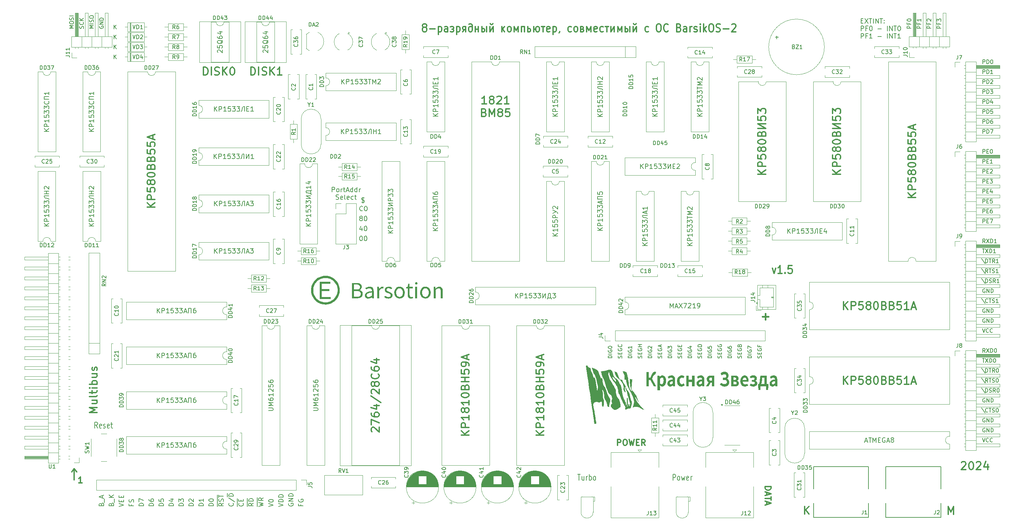
<source format=gbr>
%TF.GenerationSoftware,KiCad,Pcbnew,8.0.2-8.0.2-0~ubuntu20.04.1*%
%TF.CreationDate,2024-06-07T01:09:34+05:00*%
%TF.ProjectId,RedStar,52656453-7461-4722-9e6b-696361645f70,v1.5*%
%TF.SameCoordinates,Original*%
%TF.FileFunction,Legend,Top*%
%TF.FilePolarity,Positive*%
%FSLAX46Y46*%
G04 Gerber Fmt 4.6, Leading zero omitted, Abs format (unit mm)*
G04 Created by KiCad (PCBNEW 8.0.2-8.0.2-0~ubuntu20.04.1) date 2024-06-07 01:09:34*
%MOMM*%
%LPD*%
G01*
G04 APERTURE LIST*
%ADD10C,0.300000*%
%ADD11C,0.150000*%
%ADD12C,0.200000*%
%ADD13C,0.400000*%
%ADD14C,0.500000*%
%ADD15C,0.360000*%
%ADD16C,0.600000*%
%ADD17C,0.120000*%
%ADD18C,0.000000*%
G04 APERTURE END LIST*
D10*
X86995000Y-182499000D02*
X86995000Y-185420000D01*
X86995000Y-182499000D02*
X87630000Y-183388000D01*
X86995000Y-182499000D02*
X86360000Y-183388000D01*
D11*
X141644485Y-191392030D02*
X141587342Y-191506316D01*
X141587342Y-191506316D02*
X141587342Y-191677744D01*
X141587342Y-191677744D02*
X141644485Y-191849173D01*
X141644485Y-191849173D02*
X141758771Y-191963458D01*
X141758771Y-191963458D02*
X141873057Y-192020601D01*
X141873057Y-192020601D02*
X142101628Y-192077744D01*
X142101628Y-192077744D02*
X142273057Y-192077744D01*
X142273057Y-192077744D02*
X142501628Y-192020601D01*
X142501628Y-192020601D02*
X142615914Y-191963458D01*
X142615914Y-191963458D02*
X142730200Y-191849173D01*
X142730200Y-191849173D02*
X142787342Y-191677744D01*
X142787342Y-191677744D02*
X142787342Y-191563458D01*
X142787342Y-191563458D02*
X142730200Y-191392030D01*
X142730200Y-191392030D02*
X142673057Y-191334887D01*
X142673057Y-191334887D02*
X142273057Y-191334887D01*
X142273057Y-191334887D02*
X142273057Y-191563458D01*
X142787342Y-190820601D02*
X141587342Y-190820601D01*
X141587342Y-190820601D02*
X142787342Y-190134887D01*
X142787342Y-190134887D02*
X141587342Y-190134887D01*
X142787342Y-189563458D02*
X141587342Y-189563458D01*
X141587342Y-189563458D02*
X141587342Y-189277744D01*
X141587342Y-189277744D02*
X141644485Y-189106315D01*
X141644485Y-189106315D02*
X141758771Y-188992030D01*
X141758771Y-188992030D02*
X141873057Y-188934887D01*
X141873057Y-188934887D02*
X142101628Y-188877744D01*
X142101628Y-188877744D02*
X142273057Y-188877744D01*
X142273057Y-188877744D02*
X142501628Y-188934887D01*
X142501628Y-188934887D02*
X142615914Y-188992030D01*
X142615914Y-188992030D02*
X142730200Y-189106315D01*
X142730200Y-189106315D02*
X142787342Y-189277744D01*
X142787342Y-189277744D02*
X142787342Y-189563458D01*
X210112342Y-92577856D02*
X208912342Y-92577856D01*
X210112342Y-91892142D02*
X209426628Y-92406428D01*
X208912342Y-91892142D02*
X209598057Y-92577856D01*
X210112342Y-91377856D02*
X208912342Y-91377856D01*
X208912342Y-91377856D02*
X208912342Y-90920713D01*
X208912342Y-90920713D02*
X208969485Y-90806428D01*
X208969485Y-90806428D02*
X209026628Y-90749285D01*
X209026628Y-90749285D02*
X209140914Y-90692142D01*
X209140914Y-90692142D02*
X209312342Y-90692142D01*
X209312342Y-90692142D02*
X209426628Y-90749285D01*
X209426628Y-90749285D02*
X209483771Y-90806428D01*
X209483771Y-90806428D02*
X209540914Y-90920713D01*
X209540914Y-90920713D02*
X209540914Y-91377856D01*
X210112342Y-89549285D02*
X210112342Y-90234999D01*
X210112342Y-89892142D02*
X208912342Y-89892142D01*
X208912342Y-89892142D02*
X209083771Y-90006428D01*
X209083771Y-90006428D02*
X209198057Y-90120713D01*
X209198057Y-90120713D02*
X209255200Y-90234999D01*
X208912342Y-88463571D02*
X208912342Y-89034999D01*
X208912342Y-89034999D02*
X209483771Y-89092142D01*
X209483771Y-89092142D02*
X209426628Y-89034999D01*
X209426628Y-89034999D02*
X209369485Y-88920714D01*
X209369485Y-88920714D02*
X209369485Y-88634999D01*
X209369485Y-88634999D02*
X209426628Y-88520714D01*
X209426628Y-88520714D02*
X209483771Y-88463571D01*
X209483771Y-88463571D02*
X209598057Y-88406428D01*
X209598057Y-88406428D02*
X209883771Y-88406428D01*
X209883771Y-88406428D02*
X209998057Y-88463571D01*
X209998057Y-88463571D02*
X210055200Y-88520714D01*
X210055200Y-88520714D02*
X210112342Y-88634999D01*
X210112342Y-88634999D02*
X210112342Y-88920714D01*
X210112342Y-88920714D02*
X210055200Y-89034999D01*
X210055200Y-89034999D02*
X209998057Y-89092142D01*
X208912342Y-88006428D02*
X208912342Y-87263571D01*
X208912342Y-87263571D02*
X209369485Y-87663571D01*
X209369485Y-87663571D02*
X209369485Y-87492142D01*
X209369485Y-87492142D02*
X209426628Y-87377857D01*
X209426628Y-87377857D02*
X209483771Y-87320714D01*
X209483771Y-87320714D02*
X209598057Y-87263571D01*
X209598057Y-87263571D02*
X209883771Y-87263571D01*
X209883771Y-87263571D02*
X209998057Y-87320714D01*
X209998057Y-87320714D02*
X210055200Y-87377857D01*
X210055200Y-87377857D02*
X210112342Y-87492142D01*
X210112342Y-87492142D02*
X210112342Y-87834999D01*
X210112342Y-87834999D02*
X210055200Y-87949285D01*
X210055200Y-87949285D02*
X209998057Y-88006428D01*
X208912342Y-86863571D02*
X208912342Y-86120714D01*
X208912342Y-86120714D02*
X209369485Y-86520714D01*
X209369485Y-86520714D02*
X209369485Y-86349285D01*
X209369485Y-86349285D02*
X209426628Y-86235000D01*
X209426628Y-86235000D02*
X209483771Y-86177857D01*
X209483771Y-86177857D02*
X209598057Y-86120714D01*
X209598057Y-86120714D02*
X209883771Y-86120714D01*
X209883771Y-86120714D02*
X209998057Y-86177857D01*
X209998057Y-86177857D02*
X210055200Y-86235000D01*
X210055200Y-86235000D02*
X210112342Y-86349285D01*
X210112342Y-86349285D02*
X210112342Y-86692142D01*
X210112342Y-86692142D02*
X210055200Y-86806428D01*
X210055200Y-86806428D02*
X209998057Y-86863571D01*
X210112342Y-84920714D02*
X208912342Y-84920714D01*
X208912342Y-84920714D02*
X208912342Y-85092143D01*
X208912342Y-85092143D02*
X208969485Y-85263571D01*
X208969485Y-85263571D02*
X209083771Y-85377857D01*
X209083771Y-85377857D02*
X209255200Y-85435000D01*
X209255200Y-85435000D02*
X209940914Y-85549285D01*
X209940914Y-85549285D02*
X210055200Y-85606428D01*
X210055200Y-85606428D02*
X210112342Y-85720714D01*
X210112342Y-85720714D02*
X210112342Y-85777857D01*
X209483771Y-84349285D02*
X209483771Y-83949285D01*
X210112342Y-83777857D02*
X210112342Y-84349285D01*
X210112342Y-84349285D02*
X208912342Y-84349285D01*
X208912342Y-84349285D02*
X208912342Y-83777857D01*
X210112342Y-82635000D02*
X210112342Y-83320714D01*
X210112342Y-82977857D02*
X208912342Y-82977857D01*
X208912342Y-82977857D02*
X209083771Y-83092143D01*
X209083771Y-83092143D02*
X209198057Y-83206428D01*
X209198057Y-83206428D02*
X209255200Y-83320714D01*
X318995588Y-172222438D02*
X318900350Y-172174819D01*
X318900350Y-172174819D02*
X318757493Y-172174819D01*
X318757493Y-172174819D02*
X318614636Y-172222438D01*
X318614636Y-172222438D02*
X318519398Y-172317676D01*
X318519398Y-172317676D02*
X318471779Y-172412914D01*
X318471779Y-172412914D02*
X318424160Y-172603390D01*
X318424160Y-172603390D02*
X318424160Y-172746247D01*
X318424160Y-172746247D02*
X318471779Y-172936723D01*
X318471779Y-172936723D02*
X318519398Y-173031961D01*
X318519398Y-173031961D02*
X318614636Y-173127200D01*
X318614636Y-173127200D02*
X318757493Y-173174819D01*
X318757493Y-173174819D02*
X318852731Y-173174819D01*
X318852731Y-173174819D02*
X318995588Y-173127200D01*
X318995588Y-173127200D02*
X319043207Y-173079580D01*
X319043207Y-173079580D02*
X319043207Y-172746247D01*
X319043207Y-172746247D02*
X318852731Y-172746247D01*
X319471779Y-173174819D02*
X319471779Y-172174819D01*
X319471779Y-172174819D02*
X320043207Y-173174819D01*
X320043207Y-173174819D02*
X320043207Y-172174819D01*
X320519398Y-173174819D02*
X320519398Y-172174819D01*
X320519398Y-172174819D02*
X320757493Y-172174819D01*
X320757493Y-172174819D02*
X320900350Y-172222438D01*
X320900350Y-172222438D02*
X320995588Y-172317676D01*
X320995588Y-172317676D02*
X321043207Y-172412914D01*
X321043207Y-172412914D02*
X321090826Y-172603390D01*
X321090826Y-172603390D02*
X321090826Y-172746247D01*
X321090826Y-172746247D02*
X321043207Y-172936723D01*
X321043207Y-172936723D02*
X320995588Y-173031961D01*
X320995588Y-173031961D02*
X320900350Y-173127200D01*
X320900350Y-173127200D02*
X320757493Y-173174819D01*
X320757493Y-173174819D02*
X320519398Y-173174819D01*
X215260143Y-183967628D02*
X215945858Y-183967628D01*
X215603000Y-185467628D02*
X215603000Y-183967628D01*
X216860144Y-184467628D02*
X216860144Y-185467628D01*
X216345858Y-184467628D02*
X216345858Y-185253342D01*
X216345858Y-185253342D02*
X216403001Y-185396200D01*
X216403001Y-185396200D02*
X216517286Y-185467628D01*
X216517286Y-185467628D02*
X216688715Y-185467628D01*
X216688715Y-185467628D02*
X216803001Y-185396200D01*
X216803001Y-185396200D02*
X216860144Y-185324771D01*
X217431572Y-185467628D02*
X217431572Y-184467628D01*
X217431572Y-184753342D02*
X217488715Y-184610485D01*
X217488715Y-184610485D02*
X217545858Y-184539057D01*
X217545858Y-184539057D02*
X217660143Y-184467628D01*
X217660143Y-184467628D02*
X217774429Y-184467628D01*
X218174429Y-185467628D02*
X218174429Y-183967628D01*
X218174429Y-184539057D02*
X218288715Y-184467628D01*
X218288715Y-184467628D02*
X218517286Y-184467628D01*
X218517286Y-184467628D02*
X218631572Y-184539057D01*
X218631572Y-184539057D02*
X218688715Y-184610485D01*
X218688715Y-184610485D02*
X218745857Y-184753342D01*
X218745857Y-184753342D02*
X218745857Y-185181914D01*
X218745857Y-185181914D02*
X218688715Y-185324771D01*
X218688715Y-185324771D02*
X218631572Y-185396200D01*
X218631572Y-185396200D02*
X218517286Y-185467628D01*
X218517286Y-185467628D02*
X218288715Y-185467628D01*
X218288715Y-185467628D02*
X218174429Y-185396200D01*
X219431571Y-185467628D02*
X219317286Y-185396200D01*
X219317286Y-185396200D02*
X219260143Y-185324771D01*
X219260143Y-185324771D02*
X219203000Y-185181914D01*
X219203000Y-185181914D02*
X219203000Y-184753342D01*
X219203000Y-184753342D02*
X219260143Y-184610485D01*
X219260143Y-184610485D02*
X219317286Y-184539057D01*
X219317286Y-184539057D02*
X219431571Y-184467628D01*
X219431571Y-184467628D02*
X219603000Y-184467628D01*
X219603000Y-184467628D02*
X219717286Y-184539057D01*
X219717286Y-184539057D02*
X219774429Y-184610485D01*
X219774429Y-184610485D02*
X219831571Y-184753342D01*
X219831571Y-184753342D02*
X219831571Y-185181914D01*
X219831571Y-185181914D02*
X219774429Y-185324771D01*
X219774429Y-185324771D02*
X219717286Y-185396200D01*
X219717286Y-185396200D02*
X219603000Y-185467628D01*
X219603000Y-185467628D02*
X219431571Y-185467628D01*
X221542342Y-92663570D02*
X220342342Y-92663570D01*
X221542342Y-91977856D02*
X220856628Y-92492142D01*
X220342342Y-91977856D02*
X221028057Y-92663570D01*
X221542342Y-91463570D02*
X220342342Y-91463570D01*
X220342342Y-91463570D02*
X220342342Y-91006427D01*
X220342342Y-91006427D02*
X220399485Y-90892142D01*
X220399485Y-90892142D02*
X220456628Y-90834999D01*
X220456628Y-90834999D02*
X220570914Y-90777856D01*
X220570914Y-90777856D02*
X220742342Y-90777856D01*
X220742342Y-90777856D02*
X220856628Y-90834999D01*
X220856628Y-90834999D02*
X220913771Y-90892142D01*
X220913771Y-90892142D02*
X220970914Y-91006427D01*
X220970914Y-91006427D02*
X220970914Y-91463570D01*
X221542342Y-89634999D02*
X221542342Y-90320713D01*
X221542342Y-89977856D02*
X220342342Y-89977856D01*
X220342342Y-89977856D02*
X220513771Y-90092142D01*
X220513771Y-90092142D02*
X220628057Y-90206427D01*
X220628057Y-90206427D02*
X220685200Y-90320713D01*
X220342342Y-88549285D02*
X220342342Y-89120713D01*
X220342342Y-89120713D02*
X220913771Y-89177856D01*
X220913771Y-89177856D02*
X220856628Y-89120713D01*
X220856628Y-89120713D02*
X220799485Y-89006428D01*
X220799485Y-89006428D02*
X220799485Y-88720713D01*
X220799485Y-88720713D02*
X220856628Y-88606428D01*
X220856628Y-88606428D02*
X220913771Y-88549285D01*
X220913771Y-88549285D02*
X221028057Y-88492142D01*
X221028057Y-88492142D02*
X221313771Y-88492142D01*
X221313771Y-88492142D02*
X221428057Y-88549285D01*
X221428057Y-88549285D02*
X221485200Y-88606428D01*
X221485200Y-88606428D02*
X221542342Y-88720713D01*
X221542342Y-88720713D02*
X221542342Y-89006428D01*
X221542342Y-89006428D02*
X221485200Y-89120713D01*
X221485200Y-89120713D02*
X221428057Y-89177856D01*
X220342342Y-88092142D02*
X220342342Y-87349285D01*
X220342342Y-87349285D02*
X220799485Y-87749285D01*
X220799485Y-87749285D02*
X220799485Y-87577856D01*
X220799485Y-87577856D02*
X220856628Y-87463571D01*
X220856628Y-87463571D02*
X220913771Y-87406428D01*
X220913771Y-87406428D02*
X221028057Y-87349285D01*
X221028057Y-87349285D02*
X221313771Y-87349285D01*
X221313771Y-87349285D02*
X221428057Y-87406428D01*
X221428057Y-87406428D02*
X221485200Y-87463571D01*
X221485200Y-87463571D02*
X221542342Y-87577856D01*
X221542342Y-87577856D02*
X221542342Y-87920713D01*
X221542342Y-87920713D02*
X221485200Y-88034999D01*
X221485200Y-88034999D02*
X221428057Y-88092142D01*
X220342342Y-86949285D02*
X220342342Y-86206428D01*
X220342342Y-86206428D02*
X220799485Y-86606428D01*
X220799485Y-86606428D02*
X220799485Y-86434999D01*
X220799485Y-86434999D02*
X220856628Y-86320714D01*
X220856628Y-86320714D02*
X220913771Y-86263571D01*
X220913771Y-86263571D02*
X221028057Y-86206428D01*
X221028057Y-86206428D02*
X221313771Y-86206428D01*
X221313771Y-86206428D02*
X221428057Y-86263571D01*
X221428057Y-86263571D02*
X221485200Y-86320714D01*
X221485200Y-86320714D02*
X221542342Y-86434999D01*
X221542342Y-86434999D02*
X221542342Y-86777856D01*
X221542342Y-86777856D02*
X221485200Y-86892142D01*
X221485200Y-86892142D02*
X221428057Y-86949285D01*
X221542342Y-85006428D02*
X220342342Y-85006428D01*
X220342342Y-85006428D02*
X220342342Y-85177857D01*
X220342342Y-85177857D02*
X220399485Y-85349285D01*
X220399485Y-85349285D02*
X220513771Y-85463571D01*
X220513771Y-85463571D02*
X220685200Y-85520714D01*
X220685200Y-85520714D02*
X221370914Y-85634999D01*
X221370914Y-85634999D02*
X221485200Y-85692142D01*
X221485200Y-85692142D02*
X221542342Y-85806428D01*
X221542342Y-85806428D02*
X221542342Y-85863571D01*
X221542342Y-84434999D02*
X220342342Y-84434999D01*
X220913771Y-84434999D02*
X220913771Y-83749285D01*
X221542342Y-83749285D02*
X220342342Y-83749285D01*
X220456628Y-83234999D02*
X220399485Y-83177856D01*
X220399485Y-83177856D02*
X220342342Y-83063571D01*
X220342342Y-83063571D02*
X220342342Y-82777856D01*
X220342342Y-82777856D02*
X220399485Y-82663571D01*
X220399485Y-82663571D02*
X220456628Y-82606428D01*
X220456628Y-82606428D02*
X220570914Y-82549285D01*
X220570914Y-82549285D02*
X220685200Y-82549285D01*
X220685200Y-82549285D02*
X220856628Y-82606428D01*
X220856628Y-82606428D02*
X221542342Y-83292142D01*
X221542342Y-83292142D02*
X221542342Y-82549285D01*
D12*
X287425792Y-68233305D02*
X287825792Y-68233305D01*
X287997220Y-68861876D02*
X287425792Y-68861876D01*
X287425792Y-68861876D02*
X287425792Y-67661876D01*
X287425792Y-67661876D02*
X287997220Y-67661876D01*
X288397220Y-67661876D02*
X289197220Y-68861876D01*
X289197220Y-67661876D02*
X288397220Y-68861876D01*
X289482934Y-67661876D02*
X290168649Y-67661876D01*
X289825791Y-68861876D02*
X289825791Y-67661876D01*
X290568649Y-68861876D02*
X290568649Y-67661876D01*
X291140078Y-68861876D02*
X291140078Y-67661876D01*
X291140078Y-67661876D02*
X291825792Y-68861876D01*
X291825792Y-68861876D02*
X291825792Y-67661876D01*
X292225792Y-67661876D02*
X292911507Y-67661876D01*
X292568649Y-68861876D02*
X292568649Y-67661876D01*
X293311507Y-68747591D02*
X293368650Y-68804734D01*
X293368650Y-68804734D02*
X293311507Y-68861876D01*
X293311507Y-68861876D02*
X293254364Y-68804734D01*
X293254364Y-68804734D02*
X293311507Y-68747591D01*
X293311507Y-68747591D02*
X293311507Y-68861876D01*
X293311507Y-68119019D02*
X293368650Y-68176162D01*
X293368650Y-68176162D02*
X293311507Y-68233305D01*
X293311507Y-68233305D02*
X293254364Y-68176162D01*
X293254364Y-68176162D02*
X293311507Y-68119019D01*
X293311507Y-68119019D02*
X293311507Y-68233305D01*
X287425792Y-70793809D02*
X287425792Y-69593809D01*
X287425792Y-69593809D02*
X287882935Y-69593809D01*
X287882935Y-69593809D02*
X287997220Y-69650952D01*
X287997220Y-69650952D02*
X288054363Y-69708095D01*
X288054363Y-69708095D02*
X288111506Y-69822381D01*
X288111506Y-69822381D02*
X288111506Y-69993809D01*
X288111506Y-69993809D02*
X288054363Y-70108095D01*
X288054363Y-70108095D02*
X287997220Y-70165238D01*
X287997220Y-70165238D02*
X287882935Y-70222381D01*
X287882935Y-70222381D02*
X287425792Y-70222381D01*
X289025792Y-70165238D02*
X288625792Y-70165238D01*
X288625792Y-70793809D02*
X288625792Y-69593809D01*
X288625792Y-69593809D02*
X289197220Y-69593809D01*
X289882934Y-69593809D02*
X289997220Y-69593809D01*
X289997220Y-69593809D02*
X290111506Y-69650952D01*
X290111506Y-69650952D02*
X290168649Y-69708095D01*
X290168649Y-69708095D02*
X290225791Y-69822381D01*
X290225791Y-69822381D02*
X290282934Y-70050952D01*
X290282934Y-70050952D02*
X290282934Y-70336667D01*
X290282934Y-70336667D02*
X290225791Y-70565238D01*
X290225791Y-70565238D02*
X290168649Y-70679524D01*
X290168649Y-70679524D02*
X290111506Y-70736667D01*
X290111506Y-70736667D02*
X289997220Y-70793809D01*
X289997220Y-70793809D02*
X289882934Y-70793809D01*
X289882934Y-70793809D02*
X289768649Y-70736667D01*
X289768649Y-70736667D02*
X289711506Y-70679524D01*
X289711506Y-70679524D02*
X289654363Y-70565238D01*
X289654363Y-70565238D02*
X289597220Y-70336667D01*
X289597220Y-70336667D02*
X289597220Y-70050952D01*
X289597220Y-70050952D02*
X289654363Y-69822381D01*
X289654363Y-69822381D02*
X289711506Y-69708095D01*
X289711506Y-69708095D02*
X289768649Y-69650952D01*
X289768649Y-69650952D02*
X289882934Y-69593809D01*
X291711506Y-70336667D02*
X292625792Y-70336667D01*
X294111506Y-70793809D02*
X294111506Y-69593809D01*
X294682935Y-70793809D02*
X294682935Y-69593809D01*
X294682935Y-69593809D02*
X295368649Y-70793809D01*
X295368649Y-70793809D02*
X295368649Y-69593809D01*
X295768649Y-69593809D02*
X296454364Y-69593809D01*
X296111506Y-70793809D02*
X296111506Y-69593809D01*
X297082935Y-69593809D02*
X297197221Y-69593809D01*
X297197221Y-69593809D02*
X297311507Y-69650952D01*
X297311507Y-69650952D02*
X297368650Y-69708095D01*
X297368650Y-69708095D02*
X297425792Y-69822381D01*
X297425792Y-69822381D02*
X297482935Y-70050952D01*
X297482935Y-70050952D02*
X297482935Y-70336667D01*
X297482935Y-70336667D02*
X297425792Y-70565238D01*
X297425792Y-70565238D02*
X297368650Y-70679524D01*
X297368650Y-70679524D02*
X297311507Y-70736667D01*
X297311507Y-70736667D02*
X297197221Y-70793809D01*
X297197221Y-70793809D02*
X297082935Y-70793809D01*
X297082935Y-70793809D02*
X296968650Y-70736667D01*
X296968650Y-70736667D02*
X296911507Y-70679524D01*
X296911507Y-70679524D02*
X296854364Y-70565238D01*
X296854364Y-70565238D02*
X296797221Y-70336667D01*
X296797221Y-70336667D02*
X296797221Y-70050952D01*
X296797221Y-70050952D02*
X296854364Y-69822381D01*
X296854364Y-69822381D02*
X296911507Y-69708095D01*
X296911507Y-69708095D02*
X296968650Y-69650952D01*
X296968650Y-69650952D02*
X297082935Y-69593809D01*
X287425792Y-72725742D02*
X287425792Y-71525742D01*
X287425792Y-71525742D02*
X287882935Y-71525742D01*
X287882935Y-71525742D02*
X287997220Y-71582885D01*
X287997220Y-71582885D02*
X288054363Y-71640028D01*
X288054363Y-71640028D02*
X288111506Y-71754314D01*
X288111506Y-71754314D02*
X288111506Y-71925742D01*
X288111506Y-71925742D02*
X288054363Y-72040028D01*
X288054363Y-72040028D02*
X287997220Y-72097171D01*
X287997220Y-72097171D02*
X287882935Y-72154314D01*
X287882935Y-72154314D02*
X287425792Y-72154314D01*
X289025792Y-72097171D02*
X288625792Y-72097171D01*
X288625792Y-72725742D02*
X288625792Y-71525742D01*
X288625792Y-71525742D02*
X289197220Y-71525742D01*
X290282934Y-72725742D02*
X289597220Y-72725742D01*
X289940077Y-72725742D02*
X289940077Y-71525742D01*
X289940077Y-71525742D02*
X289825791Y-71697171D01*
X289825791Y-71697171D02*
X289711506Y-71811457D01*
X289711506Y-71811457D02*
X289597220Y-71868600D01*
X291711506Y-72268600D02*
X292625792Y-72268600D01*
X294111506Y-72725742D02*
X294111506Y-71525742D01*
X294682935Y-72725742D02*
X294682935Y-71525742D01*
X294682935Y-71525742D02*
X295368649Y-72725742D01*
X295368649Y-72725742D02*
X295368649Y-71525742D01*
X295768649Y-71525742D02*
X296454364Y-71525742D01*
X296111506Y-72725742D02*
X296111506Y-71525742D01*
X297482935Y-72725742D02*
X296797221Y-72725742D01*
X297140078Y-72725742D02*
X297140078Y-71525742D01*
X297140078Y-71525742D02*
X297025792Y-71697171D01*
X297025792Y-71697171D02*
X296911507Y-71811457D01*
X296911507Y-71811457D02*
X296797221Y-71868600D01*
D11*
X160220255Y-114536200D02*
X160391684Y-114593342D01*
X160391684Y-114593342D02*
X160677398Y-114593342D01*
X160677398Y-114593342D02*
X160791684Y-114536200D01*
X160791684Y-114536200D02*
X160848826Y-114479057D01*
X160848826Y-114479057D02*
X160905969Y-114364771D01*
X160905969Y-114364771D02*
X160905969Y-114250485D01*
X160905969Y-114250485D02*
X160848826Y-114136200D01*
X160848826Y-114136200D02*
X160791684Y-114079057D01*
X160791684Y-114079057D02*
X160677398Y-114021914D01*
X160677398Y-114021914D02*
X160448826Y-113964771D01*
X160448826Y-113964771D02*
X160334541Y-113907628D01*
X160334541Y-113907628D02*
X160277398Y-113850485D01*
X160277398Y-113850485D02*
X160220255Y-113736200D01*
X160220255Y-113736200D02*
X160220255Y-113621914D01*
X160220255Y-113621914D02*
X160277398Y-113507628D01*
X160277398Y-113507628D02*
X160334541Y-113450485D01*
X160334541Y-113450485D02*
X160448826Y-113393342D01*
X160448826Y-113393342D02*
X160734541Y-113393342D01*
X160734541Y-113393342D02*
X160905969Y-113450485D01*
X160563112Y-113221914D02*
X160563112Y-114764771D01*
X305254819Y-70148220D02*
X304254819Y-70148220D01*
X304254819Y-70148220D02*
X304254819Y-69767268D01*
X304254819Y-69767268D02*
X304302438Y-69672030D01*
X304302438Y-69672030D02*
X304350057Y-69624411D01*
X304350057Y-69624411D02*
X304445295Y-69576792D01*
X304445295Y-69576792D02*
X304588152Y-69576792D01*
X304588152Y-69576792D02*
X304683390Y-69624411D01*
X304683390Y-69624411D02*
X304731009Y-69672030D01*
X304731009Y-69672030D02*
X304778628Y-69767268D01*
X304778628Y-69767268D02*
X304778628Y-70148220D01*
X304731009Y-68814887D02*
X304731009Y-69148220D01*
X305254819Y-69148220D02*
X304254819Y-69148220D01*
X304254819Y-69148220D02*
X304254819Y-68672030D01*
X304350057Y-68338696D02*
X304302438Y-68291077D01*
X304302438Y-68291077D02*
X304254819Y-68195839D01*
X304254819Y-68195839D02*
X304254819Y-67957744D01*
X304254819Y-67957744D02*
X304302438Y-67862506D01*
X304302438Y-67862506D02*
X304350057Y-67814887D01*
X304350057Y-67814887D02*
X304445295Y-67767268D01*
X304445295Y-67767268D02*
X304540533Y-67767268D01*
X304540533Y-67767268D02*
X304683390Y-67814887D01*
X304683390Y-67814887D02*
X305254819Y-68386315D01*
X305254819Y-68386315D02*
X305254819Y-67767268D01*
X256962200Y-154308839D02*
X257009819Y-154165982D01*
X257009819Y-154165982D02*
X257009819Y-153927887D01*
X257009819Y-153927887D02*
X256962200Y-153832649D01*
X256962200Y-153832649D02*
X256914580Y-153785030D01*
X256914580Y-153785030D02*
X256819342Y-153737411D01*
X256819342Y-153737411D02*
X256724104Y-153737411D01*
X256724104Y-153737411D02*
X256628866Y-153785030D01*
X256628866Y-153785030D02*
X256581247Y-153832649D01*
X256581247Y-153832649D02*
X256533628Y-153927887D01*
X256533628Y-153927887D02*
X256486009Y-154118363D01*
X256486009Y-154118363D02*
X256438390Y-154213601D01*
X256438390Y-154213601D02*
X256390771Y-154261220D01*
X256390771Y-154261220D02*
X256295533Y-154308839D01*
X256295533Y-154308839D02*
X256200295Y-154308839D01*
X256200295Y-154308839D02*
X256105057Y-154261220D01*
X256105057Y-154261220D02*
X256057438Y-154213601D01*
X256057438Y-154213601D02*
X256009819Y-154118363D01*
X256009819Y-154118363D02*
X256009819Y-153880268D01*
X256009819Y-153880268D02*
X256057438Y-153737411D01*
X256486009Y-153308839D02*
X256486009Y-152975506D01*
X257009819Y-152832649D02*
X257009819Y-153308839D01*
X257009819Y-153308839D02*
X256009819Y-153308839D01*
X256009819Y-153308839D02*
X256009819Y-152832649D01*
X256057438Y-151880268D02*
X256009819Y-151975506D01*
X256009819Y-151975506D02*
X256009819Y-152118363D01*
X256009819Y-152118363D02*
X256057438Y-152261220D01*
X256057438Y-152261220D02*
X256152676Y-152356458D01*
X256152676Y-152356458D02*
X256247914Y-152404077D01*
X256247914Y-152404077D02*
X256438390Y-152451696D01*
X256438390Y-152451696D02*
X256581247Y-152451696D01*
X256581247Y-152451696D02*
X256771723Y-152404077D01*
X256771723Y-152404077D02*
X256866961Y-152356458D01*
X256866961Y-152356458D02*
X256962200Y-152261220D01*
X256962200Y-152261220D02*
X257009819Y-152118363D01*
X257009819Y-152118363D02*
X257009819Y-152023125D01*
X257009819Y-152023125D02*
X256962200Y-151880268D01*
X256962200Y-151880268D02*
X256914580Y-151832649D01*
X256914580Y-151832649D02*
X256581247Y-151832649D01*
X256581247Y-151832649D02*
X256581247Y-152023125D01*
X256486009Y-151070744D02*
X256533628Y-150927887D01*
X256533628Y-150927887D02*
X256581247Y-150880268D01*
X256581247Y-150880268D02*
X256676485Y-150832649D01*
X256676485Y-150832649D02*
X256819342Y-150832649D01*
X256819342Y-150832649D02*
X256914580Y-150880268D01*
X256914580Y-150880268D02*
X256962200Y-150927887D01*
X256962200Y-150927887D02*
X257009819Y-151023125D01*
X257009819Y-151023125D02*
X257009819Y-151404077D01*
X257009819Y-151404077D02*
X256009819Y-151404077D01*
X256009819Y-151404077D02*
X256009819Y-151070744D01*
X256009819Y-151070744D02*
X256057438Y-150975506D01*
X256057438Y-150975506D02*
X256105057Y-150927887D01*
X256105057Y-150927887D02*
X256200295Y-150880268D01*
X256200295Y-150880268D02*
X256295533Y-150880268D01*
X256295533Y-150880268D02*
X256390771Y-150927887D01*
X256390771Y-150927887D02*
X256438390Y-150975506D01*
X256438390Y-150975506D02*
X256486009Y-151070744D01*
X256486009Y-151070744D02*
X256486009Y-151404077D01*
X179632342Y-92577856D02*
X178432342Y-92577856D01*
X179632342Y-91892142D02*
X178946628Y-92406428D01*
X178432342Y-91892142D02*
X179118057Y-92577856D01*
X179632342Y-91377856D02*
X178432342Y-91377856D01*
X178432342Y-91377856D02*
X178432342Y-90920713D01*
X178432342Y-90920713D02*
X178489485Y-90806428D01*
X178489485Y-90806428D02*
X178546628Y-90749285D01*
X178546628Y-90749285D02*
X178660914Y-90692142D01*
X178660914Y-90692142D02*
X178832342Y-90692142D01*
X178832342Y-90692142D02*
X178946628Y-90749285D01*
X178946628Y-90749285D02*
X179003771Y-90806428D01*
X179003771Y-90806428D02*
X179060914Y-90920713D01*
X179060914Y-90920713D02*
X179060914Y-91377856D01*
X179632342Y-89549285D02*
X179632342Y-90234999D01*
X179632342Y-89892142D02*
X178432342Y-89892142D01*
X178432342Y-89892142D02*
X178603771Y-90006428D01*
X178603771Y-90006428D02*
X178718057Y-90120713D01*
X178718057Y-90120713D02*
X178775200Y-90234999D01*
X178432342Y-88463571D02*
X178432342Y-89034999D01*
X178432342Y-89034999D02*
X179003771Y-89092142D01*
X179003771Y-89092142D02*
X178946628Y-89034999D01*
X178946628Y-89034999D02*
X178889485Y-88920714D01*
X178889485Y-88920714D02*
X178889485Y-88634999D01*
X178889485Y-88634999D02*
X178946628Y-88520714D01*
X178946628Y-88520714D02*
X179003771Y-88463571D01*
X179003771Y-88463571D02*
X179118057Y-88406428D01*
X179118057Y-88406428D02*
X179403771Y-88406428D01*
X179403771Y-88406428D02*
X179518057Y-88463571D01*
X179518057Y-88463571D02*
X179575200Y-88520714D01*
X179575200Y-88520714D02*
X179632342Y-88634999D01*
X179632342Y-88634999D02*
X179632342Y-88920714D01*
X179632342Y-88920714D02*
X179575200Y-89034999D01*
X179575200Y-89034999D02*
X179518057Y-89092142D01*
X178432342Y-88006428D02*
X178432342Y-87263571D01*
X178432342Y-87263571D02*
X178889485Y-87663571D01*
X178889485Y-87663571D02*
X178889485Y-87492142D01*
X178889485Y-87492142D02*
X178946628Y-87377857D01*
X178946628Y-87377857D02*
X179003771Y-87320714D01*
X179003771Y-87320714D02*
X179118057Y-87263571D01*
X179118057Y-87263571D02*
X179403771Y-87263571D01*
X179403771Y-87263571D02*
X179518057Y-87320714D01*
X179518057Y-87320714D02*
X179575200Y-87377857D01*
X179575200Y-87377857D02*
X179632342Y-87492142D01*
X179632342Y-87492142D02*
X179632342Y-87834999D01*
X179632342Y-87834999D02*
X179575200Y-87949285D01*
X179575200Y-87949285D02*
X179518057Y-88006428D01*
X178432342Y-86863571D02*
X178432342Y-86120714D01*
X178432342Y-86120714D02*
X178889485Y-86520714D01*
X178889485Y-86520714D02*
X178889485Y-86349285D01*
X178889485Y-86349285D02*
X178946628Y-86235000D01*
X178946628Y-86235000D02*
X179003771Y-86177857D01*
X179003771Y-86177857D02*
X179118057Y-86120714D01*
X179118057Y-86120714D02*
X179403771Y-86120714D01*
X179403771Y-86120714D02*
X179518057Y-86177857D01*
X179518057Y-86177857D02*
X179575200Y-86235000D01*
X179575200Y-86235000D02*
X179632342Y-86349285D01*
X179632342Y-86349285D02*
X179632342Y-86692142D01*
X179632342Y-86692142D02*
X179575200Y-86806428D01*
X179575200Y-86806428D02*
X179518057Y-86863571D01*
X179632342Y-84920714D02*
X178432342Y-84920714D01*
X178432342Y-84920714D02*
X178432342Y-85092143D01*
X178432342Y-85092143D02*
X178489485Y-85263571D01*
X178489485Y-85263571D02*
X178603771Y-85377857D01*
X178603771Y-85377857D02*
X178775200Y-85435000D01*
X178775200Y-85435000D02*
X179460914Y-85549285D01*
X179460914Y-85549285D02*
X179575200Y-85606428D01*
X179575200Y-85606428D02*
X179632342Y-85720714D01*
X179632342Y-85720714D02*
X179632342Y-85777857D01*
X179003771Y-84349285D02*
X179003771Y-83949285D01*
X179632342Y-83777857D02*
X179632342Y-84349285D01*
X179632342Y-84349285D02*
X178432342Y-84349285D01*
X178432342Y-84349285D02*
X178432342Y-83777857D01*
X179632342Y-82635000D02*
X179632342Y-83320714D01*
X179632342Y-82977857D02*
X178432342Y-82977857D01*
X178432342Y-82977857D02*
X178603771Y-83092143D01*
X178603771Y-83092143D02*
X178718057Y-83206428D01*
X178718057Y-83206428D02*
X178775200Y-83320714D01*
X122467342Y-192020601D02*
X121267342Y-192020601D01*
X121267342Y-192020601D02*
X121267342Y-191734887D01*
X121267342Y-191734887D02*
X121324485Y-191563458D01*
X121324485Y-191563458D02*
X121438771Y-191449173D01*
X121438771Y-191449173D02*
X121553057Y-191392030D01*
X121553057Y-191392030D02*
X121781628Y-191334887D01*
X121781628Y-191334887D02*
X121953057Y-191334887D01*
X121953057Y-191334887D02*
X122181628Y-191392030D01*
X122181628Y-191392030D02*
X122295914Y-191449173D01*
X122295914Y-191449173D02*
X122410200Y-191563458D01*
X122410200Y-191563458D02*
X122467342Y-191734887D01*
X122467342Y-191734887D02*
X122467342Y-192020601D01*
X121267342Y-190592030D02*
X121267342Y-190477744D01*
X121267342Y-190477744D02*
X121324485Y-190363458D01*
X121324485Y-190363458D02*
X121381628Y-190306316D01*
X121381628Y-190306316D02*
X121495914Y-190249173D01*
X121495914Y-190249173D02*
X121724485Y-190192030D01*
X121724485Y-190192030D02*
X122010200Y-190192030D01*
X122010200Y-190192030D02*
X122238771Y-190249173D01*
X122238771Y-190249173D02*
X122353057Y-190306316D01*
X122353057Y-190306316D02*
X122410200Y-190363458D01*
X122410200Y-190363458D02*
X122467342Y-190477744D01*
X122467342Y-190477744D02*
X122467342Y-190592030D01*
X122467342Y-190592030D02*
X122410200Y-190706316D01*
X122410200Y-190706316D02*
X122353057Y-190763458D01*
X122353057Y-190763458D02*
X122238771Y-190820601D01*
X122238771Y-190820601D02*
X122010200Y-190877744D01*
X122010200Y-190877744D02*
X121724485Y-190877744D01*
X121724485Y-190877744D02*
X121495914Y-190820601D01*
X121495914Y-190820601D02*
X121381628Y-190763458D01*
X121381628Y-190763458D02*
X121324485Y-190706316D01*
X121324485Y-190706316D02*
X121267342Y-190592030D01*
X246942342Y-92549285D02*
X245742342Y-92549285D01*
X246942342Y-91863571D02*
X246256628Y-92377857D01*
X245742342Y-91863571D02*
X246428057Y-92549285D01*
X246942342Y-91349285D02*
X245742342Y-91349285D01*
X245742342Y-91349285D02*
X245742342Y-90892142D01*
X245742342Y-90892142D02*
X245799485Y-90777857D01*
X245799485Y-90777857D02*
X245856628Y-90720714D01*
X245856628Y-90720714D02*
X245970914Y-90663571D01*
X245970914Y-90663571D02*
X246142342Y-90663571D01*
X246142342Y-90663571D02*
X246256628Y-90720714D01*
X246256628Y-90720714D02*
X246313771Y-90777857D01*
X246313771Y-90777857D02*
X246370914Y-90892142D01*
X246370914Y-90892142D02*
X246370914Y-91349285D01*
X246942342Y-89520714D02*
X246942342Y-90206428D01*
X246942342Y-89863571D02*
X245742342Y-89863571D01*
X245742342Y-89863571D02*
X245913771Y-89977857D01*
X245913771Y-89977857D02*
X246028057Y-90092142D01*
X246028057Y-90092142D02*
X246085200Y-90206428D01*
X245742342Y-88435000D02*
X245742342Y-89006428D01*
X245742342Y-89006428D02*
X246313771Y-89063571D01*
X246313771Y-89063571D02*
X246256628Y-89006428D01*
X246256628Y-89006428D02*
X246199485Y-88892143D01*
X246199485Y-88892143D02*
X246199485Y-88606428D01*
X246199485Y-88606428D02*
X246256628Y-88492143D01*
X246256628Y-88492143D02*
X246313771Y-88435000D01*
X246313771Y-88435000D02*
X246428057Y-88377857D01*
X246428057Y-88377857D02*
X246713771Y-88377857D01*
X246713771Y-88377857D02*
X246828057Y-88435000D01*
X246828057Y-88435000D02*
X246885200Y-88492143D01*
X246885200Y-88492143D02*
X246942342Y-88606428D01*
X246942342Y-88606428D02*
X246942342Y-88892143D01*
X246942342Y-88892143D02*
X246885200Y-89006428D01*
X246885200Y-89006428D02*
X246828057Y-89063571D01*
X245742342Y-87977857D02*
X245742342Y-87235000D01*
X245742342Y-87235000D02*
X246199485Y-87635000D01*
X246199485Y-87635000D02*
X246199485Y-87463571D01*
X246199485Y-87463571D02*
X246256628Y-87349286D01*
X246256628Y-87349286D02*
X246313771Y-87292143D01*
X246313771Y-87292143D02*
X246428057Y-87235000D01*
X246428057Y-87235000D02*
X246713771Y-87235000D01*
X246713771Y-87235000D02*
X246828057Y-87292143D01*
X246828057Y-87292143D02*
X246885200Y-87349286D01*
X246885200Y-87349286D02*
X246942342Y-87463571D01*
X246942342Y-87463571D02*
X246942342Y-87806428D01*
X246942342Y-87806428D02*
X246885200Y-87920714D01*
X246885200Y-87920714D02*
X246828057Y-87977857D01*
X245742342Y-86835000D02*
X245742342Y-86092143D01*
X245742342Y-86092143D02*
X246199485Y-86492143D01*
X246199485Y-86492143D02*
X246199485Y-86320714D01*
X246199485Y-86320714D02*
X246256628Y-86206429D01*
X246256628Y-86206429D02*
X246313771Y-86149286D01*
X246313771Y-86149286D02*
X246428057Y-86092143D01*
X246428057Y-86092143D02*
X246713771Y-86092143D01*
X246713771Y-86092143D02*
X246828057Y-86149286D01*
X246828057Y-86149286D02*
X246885200Y-86206429D01*
X246885200Y-86206429D02*
X246942342Y-86320714D01*
X246942342Y-86320714D02*
X246942342Y-86663571D01*
X246942342Y-86663571D02*
X246885200Y-86777857D01*
X246885200Y-86777857D02*
X246828057Y-86835000D01*
X245742342Y-85749286D02*
X245742342Y-85063572D01*
X246942342Y-85406429D02*
X245742342Y-85406429D01*
X246942342Y-84663571D02*
X245742342Y-84663571D01*
X245742342Y-84663571D02*
X246599485Y-84263571D01*
X246599485Y-84263571D02*
X245742342Y-83863571D01*
X245742342Y-83863571D02*
X246942342Y-83863571D01*
X245856628Y-83349285D02*
X245799485Y-83292142D01*
X245799485Y-83292142D02*
X245742342Y-83177857D01*
X245742342Y-83177857D02*
X245742342Y-82892142D01*
X245742342Y-82892142D02*
X245799485Y-82777857D01*
X245799485Y-82777857D02*
X245856628Y-82720714D01*
X245856628Y-82720714D02*
X245970914Y-82663571D01*
X245970914Y-82663571D02*
X246085200Y-82663571D01*
X246085200Y-82663571D02*
X246256628Y-82720714D01*
X246256628Y-82720714D02*
X246942342Y-83406428D01*
X246942342Y-83406428D02*
X246942342Y-82663571D01*
X159940826Y-118606628D02*
X159826541Y-118549485D01*
X159826541Y-118549485D02*
X159769398Y-118492342D01*
X159769398Y-118492342D02*
X159712255Y-118378057D01*
X159712255Y-118378057D02*
X159712255Y-118320914D01*
X159712255Y-118320914D02*
X159769398Y-118206628D01*
X159769398Y-118206628D02*
X159826541Y-118149485D01*
X159826541Y-118149485D02*
X159940826Y-118092342D01*
X159940826Y-118092342D02*
X160169398Y-118092342D01*
X160169398Y-118092342D02*
X160283684Y-118149485D01*
X160283684Y-118149485D02*
X160340826Y-118206628D01*
X160340826Y-118206628D02*
X160397969Y-118320914D01*
X160397969Y-118320914D02*
X160397969Y-118378057D01*
X160397969Y-118378057D02*
X160340826Y-118492342D01*
X160340826Y-118492342D02*
X160283684Y-118549485D01*
X160283684Y-118549485D02*
X160169398Y-118606628D01*
X160169398Y-118606628D02*
X159940826Y-118606628D01*
X159940826Y-118606628D02*
X159826541Y-118663771D01*
X159826541Y-118663771D02*
X159769398Y-118720914D01*
X159769398Y-118720914D02*
X159712255Y-118835200D01*
X159712255Y-118835200D02*
X159712255Y-119063771D01*
X159712255Y-119063771D02*
X159769398Y-119178057D01*
X159769398Y-119178057D02*
X159826541Y-119235200D01*
X159826541Y-119235200D02*
X159940826Y-119292342D01*
X159940826Y-119292342D02*
X160169398Y-119292342D01*
X160169398Y-119292342D02*
X160283684Y-119235200D01*
X160283684Y-119235200D02*
X160340826Y-119178057D01*
X160340826Y-119178057D02*
X160397969Y-119063771D01*
X160397969Y-119063771D02*
X160397969Y-118835200D01*
X160397969Y-118835200D02*
X160340826Y-118720914D01*
X160340826Y-118720914D02*
X160283684Y-118663771D01*
X160283684Y-118663771D02*
X160169398Y-118606628D01*
X161140826Y-118092342D02*
X161255112Y-118092342D01*
X161255112Y-118092342D02*
X161369398Y-118149485D01*
X161369398Y-118149485D02*
X161426541Y-118206628D01*
X161426541Y-118206628D02*
X161483683Y-118320914D01*
X161483683Y-118320914D02*
X161540826Y-118549485D01*
X161540826Y-118549485D02*
X161540826Y-118835200D01*
X161540826Y-118835200D02*
X161483683Y-119063771D01*
X161483683Y-119063771D02*
X161426541Y-119178057D01*
X161426541Y-119178057D02*
X161369398Y-119235200D01*
X161369398Y-119235200D02*
X161255112Y-119292342D01*
X161255112Y-119292342D02*
X161140826Y-119292342D01*
X161140826Y-119292342D02*
X161026541Y-119235200D01*
X161026541Y-119235200D02*
X160969398Y-119178057D01*
X160969398Y-119178057D02*
X160912255Y-119063771D01*
X160912255Y-119063771D02*
X160855112Y-118835200D01*
X160855112Y-118835200D02*
X160855112Y-118549485D01*
X160855112Y-118549485D02*
X160912255Y-118320914D01*
X160912255Y-118320914D02*
X160969398Y-118206628D01*
X160969398Y-118206628D02*
X161026541Y-118149485D01*
X161026541Y-118149485D02*
X161140826Y-118092342D01*
X318471779Y-81734819D02*
X318471779Y-80734819D01*
X318471779Y-80734819D02*
X318852731Y-80734819D01*
X318852731Y-80734819D02*
X318947969Y-80782438D01*
X318947969Y-80782438D02*
X318995588Y-80830057D01*
X318995588Y-80830057D02*
X319043207Y-80925295D01*
X319043207Y-80925295D02*
X319043207Y-81068152D01*
X319043207Y-81068152D02*
X318995588Y-81163390D01*
X318995588Y-81163390D02*
X318947969Y-81211009D01*
X318947969Y-81211009D02*
X318852731Y-81258628D01*
X318852731Y-81258628D02*
X318471779Y-81258628D01*
X319471779Y-81734819D02*
X319471779Y-80734819D01*
X319471779Y-80734819D02*
X319709874Y-80734819D01*
X319709874Y-80734819D02*
X319852731Y-80782438D01*
X319852731Y-80782438D02*
X319947969Y-80877676D01*
X319947969Y-80877676D02*
X319995588Y-80972914D01*
X319995588Y-80972914D02*
X320043207Y-81163390D01*
X320043207Y-81163390D02*
X320043207Y-81306247D01*
X320043207Y-81306247D02*
X319995588Y-81496723D01*
X319995588Y-81496723D02*
X319947969Y-81591961D01*
X319947969Y-81591961D02*
X319852731Y-81687200D01*
X319852731Y-81687200D02*
X319709874Y-81734819D01*
X319709874Y-81734819D02*
X319471779Y-81734819D01*
X320995588Y-81734819D02*
X320424160Y-81734819D01*
X320709874Y-81734819D02*
X320709874Y-80734819D01*
X320709874Y-80734819D02*
X320614636Y-80877676D01*
X320614636Y-80877676D02*
X320519398Y-80972914D01*
X320519398Y-80972914D02*
X320424160Y-81020533D01*
X231272143Y-105972342D02*
X231272143Y-104772342D01*
X231957857Y-105972342D02*
X231443571Y-105286628D01*
X231957857Y-104772342D02*
X231272143Y-105458057D01*
X232472143Y-105972342D02*
X232472143Y-104772342D01*
X232472143Y-104772342D02*
X232929286Y-104772342D01*
X232929286Y-104772342D02*
X233043571Y-104829485D01*
X233043571Y-104829485D02*
X233100714Y-104886628D01*
X233100714Y-104886628D02*
X233157857Y-105000914D01*
X233157857Y-105000914D02*
X233157857Y-105172342D01*
X233157857Y-105172342D02*
X233100714Y-105286628D01*
X233100714Y-105286628D02*
X233043571Y-105343771D01*
X233043571Y-105343771D02*
X232929286Y-105400914D01*
X232929286Y-105400914D02*
X232472143Y-105400914D01*
X234300714Y-105972342D02*
X233615000Y-105972342D01*
X233957857Y-105972342D02*
X233957857Y-104772342D01*
X233957857Y-104772342D02*
X233843571Y-104943771D01*
X233843571Y-104943771D02*
X233729286Y-105058057D01*
X233729286Y-105058057D02*
X233615000Y-105115200D01*
X235386428Y-104772342D02*
X234815000Y-104772342D01*
X234815000Y-104772342D02*
X234757857Y-105343771D01*
X234757857Y-105343771D02*
X234815000Y-105286628D01*
X234815000Y-105286628D02*
X234929286Y-105229485D01*
X234929286Y-105229485D02*
X235215000Y-105229485D01*
X235215000Y-105229485D02*
X235329286Y-105286628D01*
X235329286Y-105286628D02*
X235386428Y-105343771D01*
X235386428Y-105343771D02*
X235443571Y-105458057D01*
X235443571Y-105458057D02*
X235443571Y-105743771D01*
X235443571Y-105743771D02*
X235386428Y-105858057D01*
X235386428Y-105858057D02*
X235329286Y-105915200D01*
X235329286Y-105915200D02*
X235215000Y-105972342D01*
X235215000Y-105972342D02*
X234929286Y-105972342D01*
X234929286Y-105972342D02*
X234815000Y-105915200D01*
X234815000Y-105915200D02*
X234757857Y-105858057D01*
X235843571Y-104772342D02*
X236586428Y-104772342D01*
X236586428Y-104772342D02*
X236186428Y-105229485D01*
X236186428Y-105229485D02*
X236357857Y-105229485D01*
X236357857Y-105229485D02*
X236472143Y-105286628D01*
X236472143Y-105286628D02*
X236529285Y-105343771D01*
X236529285Y-105343771D02*
X236586428Y-105458057D01*
X236586428Y-105458057D02*
X236586428Y-105743771D01*
X236586428Y-105743771D02*
X236529285Y-105858057D01*
X236529285Y-105858057D02*
X236472143Y-105915200D01*
X236472143Y-105915200D02*
X236357857Y-105972342D01*
X236357857Y-105972342D02*
X236015000Y-105972342D01*
X236015000Y-105972342D02*
X235900714Y-105915200D01*
X235900714Y-105915200D02*
X235843571Y-105858057D01*
X236986428Y-104772342D02*
X237729285Y-104772342D01*
X237729285Y-104772342D02*
X237329285Y-105229485D01*
X237329285Y-105229485D02*
X237500714Y-105229485D01*
X237500714Y-105229485D02*
X237615000Y-105286628D01*
X237615000Y-105286628D02*
X237672142Y-105343771D01*
X237672142Y-105343771D02*
X237729285Y-105458057D01*
X237729285Y-105458057D02*
X237729285Y-105743771D01*
X237729285Y-105743771D02*
X237672142Y-105858057D01*
X237672142Y-105858057D02*
X237615000Y-105915200D01*
X237615000Y-105915200D02*
X237500714Y-105972342D01*
X237500714Y-105972342D02*
X237157857Y-105972342D01*
X237157857Y-105972342D02*
X237043571Y-105915200D01*
X237043571Y-105915200D02*
X236986428Y-105858057D01*
X238243571Y-104772342D02*
X238243571Y-105972342D01*
X238243571Y-105972342D02*
X238929285Y-104772342D01*
X238929285Y-104772342D02*
X238929285Y-105972342D01*
X239500714Y-105343771D02*
X239900714Y-105343771D01*
X240072142Y-105972342D02*
X239500714Y-105972342D01*
X239500714Y-105972342D02*
X239500714Y-104772342D01*
X239500714Y-104772342D02*
X240072142Y-104772342D01*
X240529285Y-104886628D02*
X240586428Y-104829485D01*
X240586428Y-104829485D02*
X240700714Y-104772342D01*
X240700714Y-104772342D02*
X240986428Y-104772342D01*
X240986428Y-104772342D02*
X241100714Y-104829485D01*
X241100714Y-104829485D02*
X241157856Y-104886628D01*
X241157856Y-104886628D02*
X241214999Y-105000914D01*
X241214999Y-105000914D02*
X241214999Y-105115200D01*
X241214999Y-105115200D02*
X241157856Y-105286628D01*
X241157856Y-105286628D02*
X240472142Y-105972342D01*
X240472142Y-105972342D02*
X241214999Y-105972342D01*
X229069819Y-154261220D02*
X228069819Y-154261220D01*
X228069819Y-154261220D02*
X228069819Y-154023125D01*
X228069819Y-154023125D02*
X228117438Y-153880268D01*
X228117438Y-153880268D02*
X228212676Y-153785030D01*
X228212676Y-153785030D02*
X228307914Y-153737411D01*
X228307914Y-153737411D02*
X228498390Y-153689792D01*
X228498390Y-153689792D02*
X228641247Y-153689792D01*
X228641247Y-153689792D02*
X228831723Y-153737411D01*
X228831723Y-153737411D02*
X228926961Y-153785030D01*
X228926961Y-153785030D02*
X229022200Y-153880268D01*
X229022200Y-153880268D02*
X229069819Y-154023125D01*
X229069819Y-154023125D02*
X229069819Y-154261220D01*
X229069819Y-153261220D02*
X228069819Y-153261220D01*
X228117438Y-152261221D02*
X228069819Y-152356459D01*
X228069819Y-152356459D02*
X228069819Y-152499316D01*
X228069819Y-152499316D02*
X228117438Y-152642173D01*
X228117438Y-152642173D02*
X228212676Y-152737411D01*
X228212676Y-152737411D02*
X228307914Y-152785030D01*
X228307914Y-152785030D02*
X228498390Y-152832649D01*
X228498390Y-152832649D02*
X228641247Y-152832649D01*
X228641247Y-152832649D02*
X228831723Y-152785030D01*
X228831723Y-152785030D02*
X228926961Y-152737411D01*
X228926961Y-152737411D02*
X229022200Y-152642173D01*
X229022200Y-152642173D02*
X229069819Y-152499316D01*
X229069819Y-152499316D02*
X229069819Y-152404078D01*
X229069819Y-152404078D02*
X229022200Y-152261221D01*
X229022200Y-152261221D02*
X228974580Y-152213602D01*
X228974580Y-152213602D02*
X228641247Y-152213602D01*
X228641247Y-152213602D02*
X228641247Y-152404078D01*
X229069819Y-151261221D02*
X229069819Y-151832649D01*
X229069819Y-151546935D02*
X228069819Y-151546935D01*
X228069819Y-151546935D02*
X228212676Y-151642173D01*
X228212676Y-151642173D02*
X228307914Y-151737411D01*
X228307914Y-151737411D02*
X228355533Y-151832649D01*
X318328922Y-146774819D02*
X318662255Y-147774819D01*
X318662255Y-147774819D02*
X318995588Y-146774819D01*
X319900350Y-147679580D02*
X319852731Y-147727200D01*
X319852731Y-147727200D02*
X319709874Y-147774819D01*
X319709874Y-147774819D02*
X319614636Y-147774819D01*
X319614636Y-147774819D02*
X319471779Y-147727200D01*
X319471779Y-147727200D02*
X319376541Y-147631961D01*
X319376541Y-147631961D02*
X319328922Y-147536723D01*
X319328922Y-147536723D02*
X319281303Y-147346247D01*
X319281303Y-147346247D02*
X319281303Y-147203390D01*
X319281303Y-147203390D02*
X319328922Y-147012914D01*
X319328922Y-147012914D02*
X319376541Y-146917676D01*
X319376541Y-146917676D02*
X319471779Y-146822438D01*
X319471779Y-146822438D02*
X319614636Y-146774819D01*
X319614636Y-146774819D02*
X319709874Y-146774819D01*
X319709874Y-146774819D02*
X319852731Y-146822438D01*
X319852731Y-146822438D02*
X319900350Y-146870057D01*
X320900350Y-147679580D02*
X320852731Y-147727200D01*
X320852731Y-147727200D02*
X320709874Y-147774819D01*
X320709874Y-147774819D02*
X320614636Y-147774819D01*
X320614636Y-147774819D02*
X320471779Y-147727200D01*
X320471779Y-147727200D02*
X320376541Y-147631961D01*
X320376541Y-147631961D02*
X320328922Y-147536723D01*
X320328922Y-147536723D02*
X320281303Y-147346247D01*
X320281303Y-147346247D02*
X320281303Y-147203390D01*
X320281303Y-147203390D02*
X320328922Y-147012914D01*
X320328922Y-147012914D02*
X320376541Y-146917676D01*
X320376541Y-146917676D02*
X320471779Y-146822438D01*
X320471779Y-146822438D02*
X320614636Y-146774819D01*
X320614636Y-146774819D02*
X320709874Y-146774819D01*
X320709874Y-146774819D02*
X320852731Y-146822438D01*
X320852731Y-146822438D02*
X320900350Y-146870057D01*
X318138445Y-161919580D02*
X318995588Y-163205295D01*
X319138446Y-163014819D02*
X319138446Y-162014819D01*
X319138446Y-162014819D02*
X319376541Y-162014819D01*
X319376541Y-162014819D02*
X319519398Y-162062438D01*
X319519398Y-162062438D02*
X319614636Y-162157676D01*
X319614636Y-162157676D02*
X319662255Y-162252914D01*
X319662255Y-162252914D02*
X319709874Y-162443390D01*
X319709874Y-162443390D02*
X319709874Y-162586247D01*
X319709874Y-162586247D02*
X319662255Y-162776723D01*
X319662255Y-162776723D02*
X319614636Y-162871961D01*
X319614636Y-162871961D02*
X319519398Y-162967200D01*
X319519398Y-162967200D02*
X319376541Y-163014819D01*
X319376541Y-163014819D02*
X319138446Y-163014819D01*
X320090827Y-162967200D02*
X320233684Y-163014819D01*
X320233684Y-163014819D02*
X320471779Y-163014819D01*
X320471779Y-163014819D02*
X320567017Y-162967200D01*
X320567017Y-162967200D02*
X320614636Y-162919580D01*
X320614636Y-162919580D02*
X320662255Y-162824342D01*
X320662255Y-162824342D02*
X320662255Y-162729104D01*
X320662255Y-162729104D02*
X320614636Y-162633866D01*
X320614636Y-162633866D02*
X320567017Y-162586247D01*
X320567017Y-162586247D02*
X320471779Y-162538628D01*
X320471779Y-162538628D02*
X320281303Y-162491009D01*
X320281303Y-162491009D02*
X320186065Y-162443390D01*
X320186065Y-162443390D02*
X320138446Y-162395771D01*
X320138446Y-162395771D02*
X320090827Y-162300533D01*
X320090827Y-162300533D02*
X320090827Y-162205295D01*
X320090827Y-162205295D02*
X320138446Y-162110057D01*
X320138446Y-162110057D02*
X320186065Y-162062438D01*
X320186065Y-162062438D02*
X320281303Y-162014819D01*
X320281303Y-162014819D02*
X320519398Y-162014819D01*
X320519398Y-162014819D02*
X320662255Y-162062438D01*
X321662255Y-163014819D02*
X321328922Y-162538628D01*
X321090827Y-163014819D02*
X321090827Y-162014819D01*
X321090827Y-162014819D02*
X321471779Y-162014819D01*
X321471779Y-162014819D02*
X321567017Y-162062438D01*
X321567017Y-162062438D02*
X321614636Y-162110057D01*
X321614636Y-162110057D02*
X321662255Y-162205295D01*
X321662255Y-162205295D02*
X321662255Y-162348152D01*
X321662255Y-162348152D02*
X321614636Y-162443390D01*
X321614636Y-162443390D02*
X321567017Y-162491009D01*
X321567017Y-162491009D02*
X321471779Y-162538628D01*
X321471779Y-162538628D02*
X321090827Y-162538628D01*
X322281303Y-162014819D02*
X322376541Y-162014819D01*
X322376541Y-162014819D02*
X322471779Y-162062438D01*
X322471779Y-162062438D02*
X322519398Y-162110057D01*
X322519398Y-162110057D02*
X322567017Y-162205295D01*
X322567017Y-162205295D02*
X322614636Y-162395771D01*
X322614636Y-162395771D02*
X322614636Y-162633866D01*
X322614636Y-162633866D02*
X322567017Y-162824342D01*
X322567017Y-162824342D02*
X322519398Y-162919580D01*
X322519398Y-162919580D02*
X322471779Y-162967200D01*
X322471779Y-162967200D02*
X322376541Y-163014819D01*
X322376541Y-163014819D02*
X322281303Y-163014819D01*
X322281303Y-163014819D02*
X322186065Y-162967200D01*
X322186065Y-162967200D02*
X322138446Y-162919580D01*
X322138446Y-162919580D02*
X322090827Y-162824342D01*
X322090827Y-162824342D02*
X322043208Y-162633866D01*
X322043208Y-162633866D02*
X322043208Y-162395771D01*
X322043208Y-162395771D02*
X322090827Y-162205295D01*
X322090827Y-162205295D02*
X322138446Y-162110057D01*
X322138446Y-162110057D02*
X322186065Y-162062438D01*
X322186065Y-162062438D02*
X322281303Y-162014819D01*
X318471779Y-117294819D02*
X318471779Y-116294819D01*
X318471779Y-116294819D02*
X318852731Y-116294819D01*
X318852731Y-116294819D02*
X318947969Y-116342438D01*
X318947969Y-116342438D02*
X318995588Y-116390057D01*
X318995588Y-116390057D02*
X319043207Y-116485295D01*
X319043207Y-116485295D02*
X319043207Y-116628152D01*
X319043207Y-116628152D02*
X318995588Y-116723390D01*
X318995588Y-116723390D02*
X318947969Y-116771009D01*
X318947969Y-116771009D02*
X318852731Y-116818628D01*
X318852731Y-116818628D02*
X318471779Y-116818628D01*
X319471779Y-116771009D02*
X319805112Y-116771009D01*
X319947969Y-117294819D02*
X319471779Y-117294819D01*
X319471779Y-117294819D02*
X319471779Y-116294819D01*
X319471779Y-116294819D02*
X319947969Y-116294819D01*
X320805112Y-116294819D02*
X320614636Y-116294819D01*
X320614636Y-116294819D02*
X320519398Y-116342438D01*
X320519398Y-116342438D02*
X320471779Y-116390057D01*
X320471779Y-116390057D02*
X320376541Y-116532914D01*
X320376541Y-116532914D02*
X320328922Y-116723390D01*
X320328922Y-116723390D02*
X320328922Y-117104342D01*
X320328922Y-117104342D02*
X320376541Y-117199580D01*
X320376541Y-117199580D02*
X320424160Y-117247200D01*
X320424160Y-117247200D02*
X320519398Y-117294819D01*
X320519398Y-117294819D02*
X320709874Y-117294819D01*
X320709874Y-117294819D02*
X320805112Y-117247200D01*
X320805112Y-117247200D02*
X320852731Y-117199580D01*
X320852731Y-117199580D02*
X320900350Y-117104342D01*
X320900350Y-117104342D02*
X320900350Y-116866247D01*
X320900350Y-116866247D02*
X320852731Y-116771009D01*
X320852731Y-116771009D02*
X320805112Y-116723390D01*
X320805112Y-116723390D02*
X320709874Y-116675771D01*
X320709874Y-116675771D02*
X320519398Y-116675771D01*
X320519398Y-116675771D02*
X320424160Y-116723390D01*
X320424160Y-116723390D02*
X320376541Y-116771009D01*
X320376541Y-116771009D02*
X320328922Y-116866247D01*
X104687342Y-192020601D02*
X103487342Y-192020601D01*
X103487342Y-192020601D02*
X103487342Y-191734887D01*
X103487342Y-191734887D02*
X103544485Y-191563458D01*
X103544485Y-191563458D02*
X103658771Y-191449173D01*
X103658771Y-191449173D02*
X103773057Y-191392030D01*
X103773057Y-191392030D02*
X104001628Y-191334887D01*
X104001628Y-191334887D02*
X104173057Y-191334887D01*
X104173057Y-191334887D02*
X104401628Y-191392030D01*
X104401628Y-191392030D02*
X104515914Y-191449173D01*
X104515914Y-191449173D02*
X104630200Y-191563458D01*
X104630200Y-191563458D02*
X104687342Y-191734887D01*
X104687342Y-191734887D02*
X104687342Y-192020601D01*
X103487342Y-190934887D02*
X103487342Y-190134887D01*
X103487342Y-190134887D02*
X104687342Y-190649173D01*
X318471779Y-112214819D02*
X318471779Y-111214819D01*
X318471779Y-111214819D02*
X318852731Y-111214819D01*
X318852731Y-111214819D02*
X318947969Y-111262438D01*
X318947969Y-111262438D02*
X318995588Y-111310057D01*
X318995588Y-111310057D02*
X319043207Y-111405295D01*
X319043207Y-111405295D02*
X319043207Y-111548152D01*
X319043207Y-111548152D02*
X318995588Y-111643390D01*
X318995588Y-111643390D02*
X318947969Y-111691009D01*
X318947969Y-111691009D02*
X318852731Y-111738628D01*
X318852731Y-111738628D02*
X318471779Y-111738628D01*
X319471779Y-111691009D02*
X319805112Y-111691009D01*
X319947969Y-112214819D02*
X319471779Y-112214819D01*
X319471779Y-112214819D02*
X319471779Y-111214819D01*
X319471779Y-111214819D02*
X319947969Y-111214819D01*
X320805112Y-111548152D02*
X320805112Y-112214819D01*
X320567017Y-111167200D02*
X320328922Y-111881485D01*
X320328922Y-111881485D02*
X320947969Y-111881485D01*
X234149819Y-154261220D02*
X233149819Y-154261220D01*
X233149819Y-154261220D02*
X233149819Y-154023125D01*
X233149819Y-154023125D02*
X233197438Y-153880268D01*
X233197438Y-153880268D02*
X233292676Y-153785030D01*
X233292676Y-153785030D02*
X233387914Y-153737411D01*
X233387914Y-153737411D02*
X233578390Y-153689792D01*
X233578390Y-153689792D02*
X233721247Y-153689792D01*
X233721247Y-153689792D02*
X233911723Y-153737411D01*
X233911723Y-153737411D02*
X234006961Y-153785030D01*
X234006961Y-153785030D02*
X234102200Y-153880268D01*
X234102200Y-153880268D02*
X234149819Y-154023125D01*
X234149819Y-154023125D02*
X234149819Y-154261220D01*
X234149819Y-153261220D02*
X233149819Y-153261220D01*
X233197438Y-152261221D02*
X233149819Y-152356459D01*
X233149819Y-152356459D02*
X233149819Y-152499316D01*
X233149819Y-152499316D02*
X233197438Y-152642173D01*
X233197438Y-152642173D02*
X233292676Y-152737411D01*
X233292676Y-152737411D02*
X233387914Y-152785030D01*
X233387914Y-152785030D02*
X233578390Y-152832649D01*
X233578390Y-152832649D02*
X233721247Y-152832649D01*
X233721247Y-152832649D02*
X233911723Y-152785030D01*
X233911723Y-152785030D02*
X234006961Y-152737411D01*
X234006961Y-152737411D02*
X234102200Y-152642173D01*
X234102200Y-152642173D02*
X234149819Y-152499316D01*
X234149819Y-152499316D02*
X234149819Y-152404078D01*
X234149819Y-152404078D02*
X234102200Y-152261221D01*
X234102200Y-152261221D02*
X234054580Y-152213602D01*
X234054580Y-152213602D02*
X233721247Y-152213602D01*
X233721247Y-152213602D02*
X233721247Y-152404078D01*
X233245057Y-151832649D02*
X233197438Y-151785030D01*
X233197438Y-151785030D02*
X233149819Y-151689792D01*
X233149819Y-151689792D02*
X233149819Y-151451697D01*
X233149819Y-151451697D02*
X233197438Y-151356459D01*
X233197438Y-151356459D02*
X233245057Y-151308840D01*
X233245057Y-151308840D02*
X233340295Y-151261221D01*
X233340295Y-151261221D02*
X233435533Y-151261221D01*
X233435533Y-151261221D02*
X233578390Y-151308840D01*
X233578390Y-151308840D02*
X234149819Y-151880268D01*
X234149819Y-151880268D02*
X234149819Y-151261221D01*
D10*
X187579638Y-173962857D02*
X185579638Y-173962857D01*
X187579638Y-172820000D02*
X186436780Y-173677143D01*
X185579638Y-172820000D02*
X186722495Y-173962857D01*
X187579638Y-171962857D02*
X185579638Y-171962857D01*
X185579638Y-171962857D02*
X185579638Y-171200952D01*
X185579638Y-171200952D02*
X185674876Y-171010476D01*
X185674876Y-171010476D02*
X185770114Y-170915238D01*
X185770114Y-170915238D02*
X185960590Y-170820000D01*
X185960590Y-170820000D02*
X186246304Y-170820000D01*
X186246304Y-170820000D02*
X186436780Y-170915238D01*
X186436780Y-170915238D02*
X186532019Y-171010476D01*
X186532019Y-171010476D02*
X186627257Y-171200952D01*
X186627257Y-171200952D02*
X186627257Y-171962857D01*
X187579638Y-168915238D02*
X187579638Y-170058095D01*
X187579638Y-169486667D02*
X185579638Y-169486667D01*
X185579638Y-169486667D02*
X185865352Y-169677143D01*
X185865352Y-169677143D02*
X186055828Y-169867619D01*
X186055828Y-169867619D02*
X186151066Y-170058095D01*
X186436780Y-167772381D02*
X186341542Y-167962857D01*
X186341542Y-167962857D02*
X186246304Y-168058095D01*
X186246304Y-168058095D02*
X186055828Y-168153333D01*
X186055828Y-168153333D02*
X185960590Y-168153333D01*
X185960590Y-168153333D02*
X185770114Y-168058095D01*
X185770114Y-168058095D02*
X185674876Y-167962857D01*
X185674876Y-167962857D02*
X185579638Y-167772381D01*
X185579638Y-167772381D02*
X185579638Y-167391428D01*
X185579638Y-167391428D02*
X185674876Y-167200952D01*
X185674876Y-167200952D02*
X185770114Y-167105714D01*
X185770114Y-167105714D02*
X185960590Y-167010476D01*
X185960590Y-167010476D02*
X186055828Y-167010476D01*
X186055828Y-167010476D02*
X186246304Y-167105714D01*
X186246304Y-167105714D02*
X186341542Y-167200952D01*
X186341542Y-167200952D02*
X186436780Y-167391428D01*
X186436780Y-167391428D02*
X186436780Y-167772381D01*
X186436780Y-167772381D02*
X186532019Y-167962857D01*
X186532019Y-167962857D02*
X186627257Y-168058095D01*
X186627257Y-168058095D02*
X186817733Y-168153333D01*
X186817733Y-168153333D02*
X187198685Y-168153333D01*
X187198685Y-168153333D02*
X187389161Y-168058095D01*
X187389161Y-168058095D02*
X187484400Y-167962857D01*
X187484400Y-167962857D02*
X187579638Y-167772381D01*
X187579638Y-167772381D02*
X187579638Y-167391428D01*
X187579638Y-167391428D02*
X187484400Y-167200952D01*
X187484400Y-167200952D02*
X187389161Y-167105714D01*
X187389161Y-167105714D02*
X187198685Y-167010476D01*
X187198685Y-167010476D02*
X186817733Y-167010476D01*
X186817733Y-167010476D02*
X186627257Y-167105714D01*
X186627257Y-167105714D02*
X186532019Y-167200952D01*
X186532019Y-167200952D02*
X186436780Y-167391428D01*
X187579638Y-165105714D02*
X187579638Y-166248571D01*
X187579638Y-165677143D02*
X185579638Y-165677143D01*
X185579638Y-165677143D02*
X185865352Y-165867619D01*
X185865352Y-165867619D02*
X186055828Y-166058095D01*
X186055828Y-166058095D02*
X186151066Y-166248571D01*
X185579638Y-163867619D02*
X185579638Y-163677142D01*
X185579638Y-163677142D02*
X185674876Y-163486666D01*
X185674876Y-163486666D02*
X185770114Y-163391428D01*
X185770114Y-163391428D02*
X185960590Y-163296190D01*
X185960590Y-163296190D02*
X186341542Y-163200952D01*
X186341542Y-163200952D02*
X186817733Y-163200952D01*
X186817733Y-163200952D02*
X187198685Y-163296190D01*
X187198685Y-163296190D02*
X187389161Y-163391428D01*
X187389161Y-163391428D02*
X187484400Y-163486666D01*
X187484400Y-163486666D02*
X187579638Y-163677142D01*
X187579638Y-163677142D02*
X187579638Y-163867619D01*
X187579638Y-163867619D02*
X187484400Y-164058095D01*
X187484400Y-164058095D02*
X187389161Y-164153333D01*
X187389161Y-164153333D02*
X187198685Y-164248571D01*
X187198685Y-164248571D02*
X186817733Y-164343809D01*
X186817733Y-164343809D02*
X186341542Y-164343809D01*
X186341542Y-164343809D02*
X185960590Y-164248571D01*
X185960590Y-164248571D02*
X185770114Y-164153333D01*
X185770114Y-164153333D02*
X185674876Y-164058095D01*
X185674876Y-164058095D02*
X185579638Y-163867619D01*
X186532019Y-161677142D02*
X186627257Y-161391428D01*
X186627257Y-161391428D02*
X186722495Y-161296190D01*
X186722495Y-161296190D02*
X186912971Y-161200952D01*
X186912971Y-161200952D02*
X187198685Y-161200952D01*
X187198685Y-161200952D02*
X187389161Y-161296190D01*
X187389161Y-161296190D02*
X187484400Y-161391428D01*
X187484400Y-161391428D02*
X187579638Y-161581904D01*
X187579638Y-161581904D02*
X187579638Y-162343809D01*
X187579638Y-162343809D02*
X185579638Y-162343809D01*
X185579638Y-162343809D02*
X185579638Y-161677142D01*
X185579638Y-161677142D02*
X185674876Y-161486666D01*
X185674876Y-161486666D02*
X185770114Y-161391428D01*
X185770114Y-161391428D02*
X185960590Y-161296190D01*
X185960590Y-161296190D02*
X186151066Y-161296190D01*
X186151066Y-161296190D02*
X186341542Y-161391428D01*
X186341542Y-161391428D02*
X186436780Y-161486666D01*
X186436780Y-161486666D02*
X186532019Y-161677142D01*
X186532019Y-161677142D02*
X186532019Y-162343809D01*
X187579638Y-160343809D02*
X185579638Y-160343809D01*
X186532019Y-160343809D02*
X186532019Y-159200952D01*
X187579638Y-159200952D02*
X185579638Y-159200952D01*
X185579638Y-157296190D02*
X185579638Y-158248571D01*
X185579638Y-158248571D02*
X186532019Y-158343809D01*
X186532019Y-158343809D02*
X186436780Y-158248571D01*
X186436780Y-158248571D02*
X186341542Y-158058095D01*
X186341542Y-158058095D02*
X186341542Y-157581904D01*
X186341542Y-157581904D02*
X186436780Y-157391428D01*
X186436780Y-157391428D02*
X186532019Y-157296190D01*
X186532019Y-157296190D02*
X186722495Y-157200952D01*
X186722495Y-157200952D02*
X187198685Y-157200952D01*
X187198685Y-157200952D02*
X187389161Y-157296190D01*
X187389161Y-157296190D02*
X187484400Y-157391428D01*
X187484400Y-157391428D02*
X187579638Y-157581904D01*
X187579638Y-157581904D02*
X187579638Y-158058095D01*
X187579638Y-158058095D02*
X187484400Y-158248571D01*
X187484400Y-158248571D02*
X187389161Y-158343809D01*
X187579638Y-156248571D02*
X187579638Y-155867619D01*
X187579638Y-155867619D02*
X187484400Y-155677142D01*
X187484400Y-155677142D02*
X187389161Y-155581904D01*
X187389161Y-155581904D02*
X187103447Y-155391428D01*
X187103447Y-155391428D02*
X186722495Y-155296190D01*
X186722495Y-155296190D02*
X185960590Y-155296190D01*
X185960590Y-155296190D02*
X185770114Y-155391428D01*
X185770114Y-155391428D02*
X185674876Y-155486666D01*
X185674876Y-155486666D02*
X185579638Y-155677142D01*
X185579638Y-155677142D02*
X185579638Y-156058095D01*
X185579638Y-156058095D02*
X185674876Y-156248571D01*
X185674876Y-156248571D02*
X185770114Y-156343809D01*
X185770114Y-156343809D02*
X185960590Y-156439047D01*
X185960590Y-156439047D02*
X186436780Y-156439047D01*
X186436780Y-156439047D02*
X186627257Y-156343809D01*
X186627257Y-156343809D02*
X186722495Y-156248571D01*
X186722495Y-156248571D02*
X186817733Y-156058095D01*
X186817733Y-156058095D02*
X186817733Y-155677142D01*
X186817733Y-155677142D02*
X186722495Y-155486666D01*
X186722495Y-155486666D02*
X186627257Y-155391428D01*
X186627257Y-155391428D02*
X186436780Y-155296190D01*
X187008209Y-154534285D02*
X187008209Y-153581904D01*
X187579638Y-154724761D02*
X185579638Y-154058095D01*
X185579638Y-154058095D02*
X187579638Y-153391428D01*
D11*
X318328922Y-126454819D02*
X318900350Y-126454819D01*
X318614636Y-127454819D02*
X318614636Y-126454819D01*
X319138446Y-126454819D02*
X319805112Y-127454819D01*
X319805112Y-126454819D02*
X319138446Y-127454819D01*
X320186065Y-127454819D02*
X320186065Y-126454819D01*
X320186065Y-126454819D02*
X320424160Y-126454819D01*
X320424160Y-126454819D02*
X320567017Y-126502438D01*
X320567017Y-126502438D02*
X320662255Y-126597676D01*
X320662255Y-126597676D02*
X320709874Y-126692914D01*
X320709874Y-126692914D02*
X320757493Y-126883390D01*
X320757493Y-126883390D02*
X320757493Y-127026247D01*
X320757493Y-127026247D02*
X320709874Y-127216723D01*
X320709874Y-127216723D02*
X320662255Y-127311961D01*
X320662255Y-127311961D02*
X320567017Y-127407200D01*
X320567017Y-127407200D02*
X320424160Y-127454819D01*
X320424160Y-127454819D02*
X320186065Y-127454819D01*
X321709874Y-127454819D02*
X321138446Y-127454819D01*
X321424160Y-127454819D02*
X321424160Y-126454819D01*
X321424160Y-126454819D02*
X321328922Y-126597676D01*
X321328922Y-126597676D02*
X321233684Y-126692914D01*
X321233684Y-126692914D02*
X321138446Y-126740533D01*
D10*
X301354638Y-113292857D02*
X299354638Y-113292857D01*
X301354638Y-112150000D02*
X300211780Y-113007143D01*
X299354638Y-112150000D02*
X300497495Y-113292857D01*
X301354638Y-111292857D02*
X299354638Y-111292857D01*
X299354638Y-111292857D02*
X299354638Y-110530952D01*
X299354638Y-110530952D02*
X299449876Y-110340476D01*
X299449876Y-110340476D02*
X299545114Y-110245238D01*
X299545114Y-110245238D02*
X299735590Y-110150000D01*
X299735590Y-110150000D02*
X300021304Y-110150000D01*
X300021304Y-110150000D02*
X300211780Y-110245238D01*
X300211780Y-110245238D02*
X300307019Y-110340476D01*
X300307019Y-110340476D02*
X300402257Y-110530952D01*
X300402257Y-110530952D02*
X300402257Y-111292857D01*
X299354638Y-108340476D02*
X299354638Y-109292857D01*
X299354638Y-109292857D02*
X300307019Y-109388095D01*
X300307019Y-109388095D02*
X300211780Y-109292857D01*
X300211780Y-109292857D02*
X300116542Y-109102381D01*
X300116542Y-109102381D02*
X300116542Y-108626190D01*
X300116542Y-108626190D02*
X300211780Y-108435714D01*
X300211780Y-108435714D02*
X300307019Y-108340476D01*
X300307019Y-108340476D02*
X300497495Y-108245238D01*
X300497495Y-108245238D02*
X300973685Y-108245238D01*
X300973685Y-108245238D02*
X301164161Y-108340476D01*
X301164161Y-108340476D02*
X301259400Y-108435714D01*
X301259400Y-108435714D02*
X301354638Y-108626190D01*
X301354638Y-108626190D02*
X301354638Y-109102381D01*
X301354638Y-109102381D02*
X301259400Y-109292857D01*
X301259400Y-109292857D02*
X301164161Y-109388095D01*
X300211780Y-107102381D02*
X300116542Y-107292857D01*
X300116542Y-107292857D02*
X300021304Y-107388095D01*
X300021304Y-107388095D02*
X299830828Y-107483333D01*
X299830828Y-107483333D02*
X299735590Y-107483333D01*
X299735590Y-107483333D02*
X299545114Y-107388095D01*
X299545114Y-107388095D02*
X299449876Y-107292857D01*
X299449876Y-107292857D02*
X299354638Y-107102381D01*
X299354638Y-107102381D02*
X299354638Y-106721428D01*
X299354638Y-106721428D02*
X299449876Y-106530952D01*
X299449876Y-106530952D02*
X299545114Y-106435714D01*
X299545114Y-106435714D02*
X299735590Y-106340476D01*
X299735590Y-106340476D02*
X299830828Y-106340476D01*
X299830828Y-106340476D02*
X300021304Y-106435714D01*
X300021304Y-106435714D02*
X300116542Y-106530952D01*
X300116542Y-106530952D02*
X300211780Y-106721428D01*
X300211780Y-106721428D02*
X300211780Y-107102381D01*
X300211780Y-107102381D02*
X300307019Y-107292857D01*
X300307019Y-107292857D02*
X300402257Y-107388095D01*
X300402257Y-107388095D02*
X300592733Y-107483333D01*
X300592733Y-107483333D02*
X300973685Y-107483333D01*
X300973685Y-107483333D02*
X301164161Y-107388095D01*
X301164161Y-107388095D02*
X301259400Y-107292857D01*
X301259400Y-107292857D02*
X301354638Y-107102381D01*
X301354638Y-107102381D02*
X301354638Y-106721428D01*
X301354638Y-106721428D02*
X301259400Y-106530952D01*
X301259400Y-106530952D02*
X301164161Y-106435714D01*
X301164161Y-106435714D02*
X300973685Y-106340476D01*
X300973685Y-106340476D02*
X300592733Y-106340476D01*
X300592733Y-106340476D02*
X300402257Y-106435714D01*
X300402257Y-106435714D02*
X300307019Y-106530952D01*
X300307019Y-106530952D02*
X300211780Y-106721428D01*
X299354638Y-105102381D02*
X299354638Y-104911904D01*
X299354638Y-104911904D02*
X299449876Y-104721428D01*
X299449876Y-104721428D02*
X299545114Y-104626190D01*
X299545114Y-104626190D02*
X299735590Y-104530952D01*
X299735590Y-104530952D02*
X300116542Y-104435714D01*
X300116542Y-104435714D02*
X300592733Y-104435714D01*
X300592733Y-104435714D02*
X300973685Y-104530952D01*
X300973685Y-104530952D02*
X301164161Y-104626190D01*
X301164161Y-104626190D02*
X301259400Y-104721428D01*
X301259400Y-104721428D02*
X301354638Y-104911904D01*
X301354638Y-104911904D02*
X301354638Y-105102381D01*
X301354638Y-105102381D02*
X301259400Y-105292857D01*
X301259400Y-105292857D02*
X301164161Y-105388095D01*
X301164161Y-105388095D02*
X300973685Y-105483333D01*
X300973685Y-105483333D02*
X300592733Y-105578571D01*
X300592733Y-105578571D02*
X300116542Y-105578571D01*
X300116542Y-105578571D02*
X299735590Y-105483333D01*
X299735590Y-105483333D02*
X299545114Y-105388095D01*
X299545114Y-105388095D02*
X299449876Y-105292857D01*
X299449876Y-105292857D02*
X299354638Y-105102381D01*
X300307019Y-102911904D02*
X300402257Y-102626190D01*
X300402257Y-102626190D02*
X300497495Y-102530952D01*
X300497495Y-102530952D02*
X300687971Y-102435714D01*
X300687971Y-102435714D02*
X300973685Y-102435714D01*
X300973685Y-102435714D02*
X301164161Y-102530952D01*
X301164161Y-102530952D02*
X301259400Y-102626190D01*
X301259400Y-102626190D02*
X301354638Y-102816666D01*
X301354638Y-102816666D02*
X301354638Y-103578571D01*
X301354638Y-103578571D02*
X299354638Y-103578571D01*
X299354638Y-103578571D02*
X299354638Y-102911904D01*
X299354638Y-102911904D02*
X299449876Y-102721428D01*
X299449876Y-102721428D02*
X299545114Y-102626190D01*
X299545114Y-102626190D02*
X299735590Y-102530952D01*
X299735590Y-102530952D02*
X299926066Y-102530952D01*
X299926066Y-102530952D02*
X300116542Y-102626190D01*
X300116542Y-102626190D02*
X300211780Y-102721428D01*
X300211780Y-102721428D02*
X300307019Y-102911904D01*
X300307019Y-102911904D02*
X300307019Y-103578571D01*
X300307019Y-100911904D02*
X300402257Y-100626190D01*
X300402257Y-100626190D02*
X300497495Y-100530952D01*
X300497495Y-100530952D02*
X300687971Y-100435714D01*
X300687971Y-100435714D02*
X300973685Y-100435714D01*
X300973685Y-100435714D02*
X301164161Y-100530952D01*
X301164161Y-100530952D02*
X301259400Y-100626190D01*
X301259400Y-100626190D02*
X301354638Y-100816666D01*
X301354638Y-100816666D02*
X301354638Y-101578571D01*
X301354638Y-101578571D02*
X299354638Y-101578571D01*
X299354638Y-101578571D02*
X299354638Y-100911904D01*
X299354638Y-100911904D02*
X299449876Y-100721428D01*
X299449876Y-100721428D02*
X299545114Y-100626190D01*
X299545114Y-100626190D02*
X299735590Y-100530952D01*
X299735590Y-100530952D02*
X299926066Y-100530952D01*
X299926066Y-100530952D02*
X300116542Y-100626190D01*
X300116542Y-100626190D02*
X300211780Y-100721428D01*
X300211780Y-100721428D02*
X300307019Y-100911904D01*
X300307019Y-100911904D02*
X300307019Y-101578571D01*
X299354638Y-98626190D02*
X299354638Y-99578571D01*
X299354638Y-99578571D02*
X300307019Y-99673809D01*
X300307019Y-99673809D02*
X300211780Y-99578571D01*
X300211780Y-99578571D02*
X300116542Y-99388095D01*
X300116542Y-99388095D02*
X300116542Y-98911904D01*
X300116542Y-98911904D02*
X300211780Y-98721428D01*
X300211780Y-98721428D02*
X300307019Y-98626190D01*
X300307019Y-98626190D02*
X300497495Y-98530952D01*
X300497495Y-98530952D02*
X300973685Y-98530952D01*
X300973685Y-98530952D02*
X301164161Y-98626190D01*
X301164161Y-98626190D02*
X301259400Y-98721428D01*
X301259400Y-98721428D02*
X301354638Y-98911904D01*
X301354638Y-98911904D02*
X301354638Y-99388095D01*
X301354638Y-99388095D02*
X301259400Y-99578571D01*
X301259400Y-99578571D02*
X301164161Y-99673809D01*
X299354638Y-96721428D02*
X299354638Y-97673809D01*
X299354638Y-97673809D02*
X300307019Y-97769047D01*
X300307019Y-97769047D02*
X300211780Y-97673809D01*
X300211780Y-97673809D02*
X300116542Y-97483333D01*
X300116542Y-97483333D02*
X300116542Y-97007142D01*
X300116542Y-97007142D02*
X300211780Y-96816666D01*
X300211780Y-96816666D02*
X300307019Y-96721428D01*
X300307019Y-96721428D02*
X300497495Y-96626190D01*
X300497495Y-96626190D02*
X300973685Y-96626190D01*
X300973685Y-96626190D02*
X301164161Y-96721428D01*
X301164161Y-96721428D02*
X301259400Y-96816666D01*
X301259400Y-96816666D02*
X301354638Y-97007142D01*
X301354638Y-97007142D02*
X301354638Y-97483333D01*
X301354638Y-97483333D02*
X301259400Y-97673809D01*
X301259400Y-97673809D02*
X301164161Y-97769047D01*
X300783209Y-95864285D02*
X300783209Y-94911904D01*
X301354638Y-96054761D02*
X299354638Y-95388095D01*
X299354638Y-95388095D02*
X301354638Y-94721428D01*
D11*
X93482438Y-69624411D02*
X93434819Y-69719649D01*
X93434819Y-69719649D02*
X93434819Y-69862506D01*
X93434819Y-69862506D02*
X93482438Y-70005363D01*
X93482438Y-70005363D02*
X93577676Y-70100601D01*
X93577676Y-70100601D02*
X93672914Y-70148220D01*
X93672914Y-70148220D02*
X93863390Y-70195839D01*
X93863390Y-70195839D02*
X94006247Y-70195839D01*
X94006247Y-70195839D02*
X94196723Y-70148220D01*
X94196723Y-70148220D02*
X94291961Y-70100601D01*
X94291961Y-70100601D02*
X94387200Y-70005363D01*
X94387200Y-70005363D02*
X94434819Y-69862506D01*
X94434819Y-69862506D02*
X94434819Y-69767268D01*
X94434819Y-69767268D02*
X94387200Y-69624411D01*
X94387200Y-69624411D02*
X94339580Y-69576792D01*
X94339580Y-69576792D02*
X94006247Y-69576792D01*
X94006247Y-69576792D02*
X94006247Y-69767268D01*
X94434819Y-69148220D02*
X93434819Y-69148220D01*
X93434819Y-69148220D02*
X94434819Y-68576792D01*
X94434819Y-68576792D02*
X93434819Y-68576792D01*
X94434819Y-68100601D02*
X93434819Y-68100601D01*
X93434819Y-68100601D02*
X93434819Y-67862506D01*
X93434819Y-67862506D02*
X93482438Y-67719649D01*
X93482438Y-67719649D02*
X93577676Y-67624411D01*
X93577676Y-67624411D02*
X93672914Y-67576792D01*
X93672914Y-67576792D02*
X93863390Y-67529173D01*
X93863390Y-67529173D02*
X94006247Y-67529173D01*
X94006247Y-67529173D02*
X94196723Y-67576792D01*
X94196723Y-67576792D02*
X94291961Y-67624411D01*
X94291961Y-67624411D02*
X94387200Y-67719649D01*
X94387200Y-67719649D02*
X94434819Y-67862506D01*
X94434819Y-67862506D02*
X94434819Y-68100601D01*
D10*
X263144638Y-107403333D02*
X261144638Y-107403333D01*
X263144638Y-106260476D02*
X262001780Y-107117619D01*
X261144638Y-106260476D02*
X262287495Y-107403333D01*
X263144638Y-105403333D02*
X261144638Y-105403333D01*
X261144638Y-105403333D02*
X261144638Y-104641428D01*
X261144638Y-104641428D02*
X261239876Y-104450952D01*
X261239876Y-104450952D02*
X261335114Y-104355714D01*
X261335114Y-104355714D02*
X261525590Y-104260476D01*
X261525590Y-104260476D02*
X261811304Y-104260476D01*
X261811304Y-104260476D02*
X262001780Y-104355714D01*
X262001780Y-104355714D02*
X262097019Y-104450952D01*
X262097019Y-104450952D02*
X262192257Y-104641428D01*
X262192257Y-104641428D02*
X262192257Y-105403333D01*
X261144638Y-102450952D02*
X261144638Y-103403333D01*
X261144638Y-103403333D02*
X262097019Y-103498571D01*
X262097019Y-103498571D02*
X262001780Y-103403333D01*
X262001780Y-103403333D02*
X261906542Y-103212857D01*
X261906542Y-103212857D02*
X261906542Y-102736666D01*
X261906542Y-102736666D02*
X262001780Y-102546190D01*
X262001780Y-102546190D02*
X262097019Y-102450952D01*
X262097019Y-102450952D02*
X262287495Y-102355714D01*
X262287495Y-102355714D02*
X262763685Y-102355714D01*
X262763685Y-102355714D02*
X262954161Y-102450952D01*
X262954161Y-102450952D02*
X263049400Y-102546190D01*
X263049400Y-102546190D02*
X263144638Y-102736666D01*
X263144638Y-102736666D02*
X263144638Y-103212857D01*
X263144638Y-103212857D02*
X263049400Y-103403333D01*
X263049400Y-103403333D02*
X262954161Y-103498571D01*
X262001780Y-101212857D02*
X261906542Y-101403333D01*
X261906542Y-101403333D02*
X261811304Y-101498571D01*
X261811304Y-101498571D02*
X261620828Y-101593809D01*
X261620828Y-101593809D02*
X261525590Y-101593809D01*
X261525590Y-101593809D02*
X261335114Y-101498571D01*
X261335114Y-101498571D02*
X261239876Y-101403333D01*
X261239876Y-101403333D02*
X261144638Y-101212857D01*
X261144638Y-101212857D02*
X261144638Y-100831904D01*
X261144638Y-100831904D02*
X261239876Y-100641428D01*
X261239876Y-100641428D02*
X261335114Y-100546190D01*
X261335114Y-100546190D02*
X261525590Y-100450952D01*
X261525590Y-100450952D02*
X261620828Y-100450952D01*
X261620828Y-100450952D02*
X261811304Y-100546190D01*
X261811304Y-100546190D02*
X261906542Y-100641428D01*
X261906542Y-100641428D02*
X262001780Y-100831904D01*
X262001780Y-100831904D02*
X262001780Y-101212857D01*
X262001780Y-101212857D02*
X262097019Y-101403333D01*
X262097019Y-101403333D02*
X262192257Y-101498571D01*
X262192257Y-101498571D02*
X262382733Y-101593809D01*
X262382733Y-101593809D02*
X262763685Y-101593809D01*
X262763685Y-101593809D02*
X262954161Y-101498571D01*
X262954161Y-101498571D02*
X263049400Y-101403333D01*
X263049400Y-101403333D02*
X263144638Y-101212857D01*
X263144638Y-101212857D02*
X263144638Y-100831904D01*
X263144638Y-100831904D02*
X263049400Y-100641428D01*
X263049400Y-100641428D02*
X262954161Y-100546190D01*
X262954161Y-100546190D02*
X262763685Y-100450952D01*
X262763685Y-100450952D02*
X262382733Y-100450952D01*
X262382733Y-100450952D02*
X262192257Y-100546190D01*
X262192257Y-100546190D02*
X262097019Y-100641428D01*
X262097019Y-100641428D02*
X262001780Y-100831904D01*
X261144638Y-99212857D02*
X261144638Y-99022380D01*
X261144638Y-99022380D02*
X261239876Y-98831904D01*
X261239876Y-98831904D02*
X261335114Y-98736666D01*
X261335114Y-98736666D02*
X261525590Y-98641428D01*
X261525590Y-98641428D02*
X261906542Y-98546190D01*
X261906542Y-98546190D02*
X262382733Y-98546190D01*
X262382733Y-98546190D02*
X262763685Y-98641428D01*
X262763685Y-98641428D02*
X262954161Y-98736666D01*
X262954161Y-98736666D02*
X263049400Y-98831904D01*
X263049400Y-98831904D02*
X263144638Y-99022380D01*
X263144638Y-99022380D02*
X263144638Y-99212857D01*
X263144638Y-99212857D02*
X263049400Y-99403333D01*
X263049400Y-99403333D02*
X262954161Y-99498571D01*
X262954161Y-99498571D02*
X262763685Y-99593809D01*
X262763685Y-99593809D02*
X262382733Y-99689047D01*
X262382733Y-99689047D02*
X261906542Y-99689047D01*
X261906542Y-99689047D02*
X261525590Y-99593809D01*
X261525590Y-99593809D02*
X261335114Y-99498571D01*
X261335114Y-99498571D02*
X261239876Y-99403333D01*
X261239876Y-99403333D02*
X261144638Y-99212857D01*
X262097019Y-97022380D02*
X262192257Y-96736666D01*
X262192257Y-96736666D02*
X262287495Y-96641428D01*
X262287495Y-96641428D02*
X262477971Y-96546190D01*
X262477971Y-96546190D02*
X262763685Y-96546190D01*
X262763685Y-96546190D02*
X262954161Y-96641428D01*
X262954161Y-96641428D02*
X263049400Y-96736666D01*
X263049400Y-96736666D02*
X263144638Y-96927142D01*
X263144638Y-96927142D02*
X263144638Y-97689047D01*
X263144638Y-97689047D02*
X261144638Y-97689047D01*
X261144638Y-97689047D02*
X261144638Y-97022380D01*
X261144638Y-97022380D02*
X261239876Y-96831904D01*
X261239876Y-96831904D02*
X261335114Y-96736666D01*
X261335114Y-96736666D02*
X261525590Y-96641428D01*
X261525590Y-96641428D02*
X261716066Y-96641428D01*
X261716066Y-96641428D02*
X261906542Y-96736666D01*
X261906542Y-96736666D02*
X262001780Y-96831904D01*
X262001780Y-96831904D02*
X262097019Y-97022380D01*
X262097019Y-97022380D02*
X262097019Y-97689047D01*
X261144638Y-95689047D02*
X263144638Y-95689047D01*
X263144638Y-95689047D02*
X261144638Y-94546190D01*
X261144638Y-94546190D02*
X263144638Y-94546190D01*
X261144638Y-92641428D02*
X261144638Y-93593809D01*
X261144638Y-93593809D02*
X262097019Y-93689047D01*
X262097019Y-93689047D02*
X262001780Y-93593809D01*
X262001780Y-93593809D02*
X261906542Y-93403333D01*
X261906542Y-93403333D02*
X261906542Y-92927142D01*
X261906542Y-92927142D02*
X262001780Y-92736666D01*
X262001780Y-92736666D02*
X262097019Y-92641428D01*
X262097019Y-92641428D02*
X262287495Y-92546190D01*
X262287495Y-92546190D02*
X262763685Y-92546190D01*
X262763685Y-92546190D02*
X262954161Y-92641428D01*
X262954161Y-92641428D02*
X263049400Y-92736666D01*
X263049400Y-92736666D02*
X263144638Y-92927142D01*
X263144638Y-92927142D02*
X263144638Y-93403333D01*
X263144638Y-93403333D02*
X263049400Y-93593809D01*
X263049400Y-93593809D02*
X262954161Y-93689047D01*
X261144638Y-91879523D02*
X261144638Y-90641428D01*
X261144638Y-90641428D02*
X261906542Y-91308095D01*
X261906542Y-91308095D02*
X261906542Y-91022380D01*
X261906542Y-91022380D02*
X262001780Y-90831904D01*
X262001780Y-90831904D02*
X262097019Y-90736666D01*
X262097019Y-90736666D02*
X262287495Y-90641428D01*
X262287495Y-90641428D02*
X262763685Y-90641428D01*
X262763685Y-90641428D02*
X262954161Y-90736666D01*
X262954161Y-90736666D02*
X263049400Y-90831904D01*
X263049400Y-90831904D02*
X263144638Y-91022380D01*
X263144638Y-91022380D02*
X263144638Y-91593809D01*
X263144638Y-91593809D02*
X263049400Y-91784285D01*
X263049400Y-91784285D02*
X262954161Y-91879523D01*
D11*
X318471779Y-84274819D02*
X318471779Y-83274819D01*
X318471779Y-83274819D02*
X318852731Y-83274819D01*
X318852731Y-83274819D02*
X318947969Y-83322438D01*
X318947969Y-83322438D02*
X318995588Y-83370057D01*
X318995588Y-83370057D02*
X319043207Y-83465295D01*
X319043207Y-83465295D02*
X319043207Y-83608152D01*
X319043207Y-83608152D02*
X318995588Y-83703390D01*
X318995588Y-83703390D02*
X318947969Y-83751009D01*
X318947969Y-83751009D02*
X318852731Y-83798628D01*
X318852731Y-83798628D02*
X318471779Y-83798628D01*
X319471779Y-84274819D02*
X319471779Y-83274819D01*
X319471779Y-83274819D02*
X319709874Y-83274819D01*
X319709874Y-83274819D02*
X319852731Y-83322438D01*
X319852731Y-83322438D02*
X319947969Y-83417676D01*
X319947969Y-83417676D02*
X319995588Y-83512914D01*
X319995588Y-83512914D02*
X320043207Y-83703390D01*
X320043207Y-83703390D02*
X320043207Y-83846247D01*
X320043207Y-83846247D02*
X319995588Y-84036723D01*
X319995588Y-84036723D02*
X319947969Y-84131961D01*
X319947969Y-84131961D02*
X319852731Y-84227200D01*
X319852731Y-84227200D02*
X319709874Y-84274819D01*
X319709874Y-84274819D02*
X319471779Y-84274819D01*
X320424160Y-83370057D02*
X320471779Y-83322438D01*
X320471779Y-83322438D02*
X320567017Y-83274819D01*
X320567017Y-83274819D02*
X320805112Y-83274819D01*
X320805112Y-83274819D02*
X320900350Y-83322438D01*
X320900350Y-83322438D02*
X320947969Y-83370057D01*
X320947969Y-83370057D02*
X320995588Y-83465295D01*
X320995588Y-83465295D02*
X320995588Y-83560533D01*
X320995588Y-83560533D02*
X320947969Y-83703390D01*
X320947969Y-83703390D02*
X320376541Y-84274819D01*
X320376541Y-84274819D02*
X320995588Y-84274819D01*
D10*
X225389713Y-176561828D02*
X225389713Y-175061828D01*
X225389713Y-175061828D02*
X225961142Y-175061828D01*
X225961142Y-175061828D02*
X226103999Y-175133257D01*
X226103999Y-175133257D02*
X226175428Y-175204685D01*
X226175428Y-175204685D02*
X226246856Y-175347542D01*
X226246856Y-175347542D02*
X226246856Y-175561828D01*
X226246856Y-175561828D02*
X226175428Y-175704685D01*
X226175428Y-175704685D02*
X226103999Y-175776114D01*
X226103999Y-175776114D02*
X225961142Y-175847542D01*
X225961142Y-175847542D02*
X225389713Y-175847542D01*
X227175428Y-175061828D02*
X227461142Y-175061828D01*
X227461142Y-175061828D02*
X227603999Y-175133257D01*
X227603999Y-175133257D02*
X227746856Y-175276114D01*
X227746856Y-175276114D02*
X227818285Y-175561828D01*
X227818285Y-175561828D02*
X227818285Y-176061828D01*
X227818285Y-176061828D02*
X227746856Y-176347542D01*
X227746856Y-176347542D02*
X227603999Y-176490400D01*
X227603999Y-176490400D02*
X227461142Y-176561828D01*
X227461142Y-176561828D02*
X227175428Y-176561828D01*
X227175428Y-176561828D02*
X227032571Y-176490400D01*
X227032571Y-176490400D02*
X226889713Y-176347542D01*
X226889713Y-176347542D02*
X226818285Y-176061828D01*
X226818285Y-176061828D02*
X226818285Y-175561828D01*
X226818285Y-175561828D02*
X226889713Y-175276114D01*
X226889713Y-175276114D02*
X227032571Y-175133257D01*
X227032571Y-175133257D02*
X227175428Y-175061828D01*
X228318285Y-175061828D02*
X228675428Y-176561828D01*
X228675428Y-176561828D02*
X228961142Y-175490400D01*
X228961142Y-175490400D02*
X229246857Y-176561828D01*
X229246857Y-176561828D02*
X229604000Y-175061828D01*
X230175428Y-175776114D02*
X230675428Y-175776114D01*
X230889714Y-176561828D02*
X230175428Y-176561828D01*
X230175428Y-176561828D02*
X230175428Y-175061828D01*
X230175428Y-175061828D02*
X230889714Y-175061828D01*
X232389714Y-176561828D02*
X231889714Y-175847542D01*
X231532571Y-176561828D02*
X231532571Y-175061828D01*
X231532571Y-175061828D02*
X232104000Y-175061828D01*
X232104000Y-175061828D02*
X232246857Y-175133257D01*
X232246857Y-175133257D02*
X232318286Y-175204685D01*
X232318286Y-175204685D02*
X232389714Y-175347542D01*
X232389714Y-175347542D02*
X232389714Y-175561828D01*
X232389714Y-175561828D02*
X232318286Y-175704685D01*
X232318286Y-175704685D02*
X232246857Y-175776114D01*
X232246857Y-175776114D02*
X232104000Y-175847542D01*
X232104000Y-175847542D02*
X231532571Y-175847542D01*
D11*
X268742143Y-122467342D02*
X268742143Y-121267342D01*
X269427857Y-122467342D02*
X268913571Y-121781628D01*
X269427857Y-121267342D02*
X268742143Y-121953057D01*
X269942143Y-122467342D02*
X269942143Y-121267342D01*
X269942143Y-121267342D02*
X270399286Y-121267342D01*
X270399286Y-121267342D02*
X270513571Y-121324485D01*
X270513571Y-121324485D02*
X270570714Y-121381628D01*
X270570714Y-121381628D02*
X270627857Y-121495914D01*
X270627857Y-121495914D02*
X270627857Y-121667342D01*
X270627857Y-121667342D02*
X270570714Y-121781628D01*
X270570714Y-121781628D02*
X270513571Y-121838771D01*
X270513571Y-121838771D02*
X270399286Y-121895914D01*
X270399286Y-121895914D02*
X269942143Y-121895914D01*
X271770714Y-122467342D02*
X271085000Y-122467342D01*
X271427857Y-122467342D02*
X271427857Y-121267342D01*
X271427857Y-121267342D02*
X271313571Y-121438771D01*
X271313571Y-121438771D02*
X271199286Y-121553057D01*
X271199286Y-121553057D02*
X271085000Y-121610200D01*
X272856428Y-121267342D02*
X272285000Y-121267342D01*
X272285000Y-121267342D02*
X272227857Y-121838771D01*
X272227857Y-121838771D02*
X272285000Y-121781628D01*
X272285000Y-121781628D02*
X272399286Y-121724485D01*
X272399286Y-121724485D02*
X272685000Y-121724485D01*
X272685000Y-121724485D02*
X272799286Y-121781628D01*
X272799286Y-121781628D02*
X272856428Y-121838771D01*
X272856428Y-121838771D02*
X272913571Y-121953057D01*
X272913571Y-121953057D02*
X272913571Y-122238771D01*
X272913571Y-122238771D02*
X272856428Y-122353057D01*
X272856428Y-122353057D02*
X272799286Y-122410200D01*
X272799286Y-122410200D02*
X272685000Y-122467342D01*
X272685000Y-122467342D02*
X272399286Y-122467342D01*
X272399286Y-122467342D02*
X272285000Y-122410200D01*
X272285000Y-122410200D02*
X272227857Y-122353057D01*
X273313571Y-121267342D02*
X274056428Y-121267342D01*
X274056428Y-121267342D02*
X273656428Y-121724485D01*
X273656428Y-121724485D02*
X273827857Y-121724485D01*
X273827857Y-121724485D02*
X273942143Y-121781628D01*
X273942143Y-121781628D02*
X273999285Y-121838771D01*
X273999285Y-121838771D02*
X274056428Y-121953057D01*
X274056428Y-121953057D02*
X274056428Y-122238771D01*
X274056428Y-122238771D02*
X273999285Y-122353057D01*
X273999285Y-122353057D02*
X273942143Y-122410200D01*
X273942143Y-122410200D02*
X273827857Y-122467342D01*
X273827857Y-122467342D02*
X273485000Y-122467342D01*
X273485000Y-122467342D02*
X273370714Y-122410200D01*
X273370714Y-122410200D02*
X273313571Y-122353057D01*
X274456428Y-121267342D02*
X275199285Y-121267342D01*
X275199285Y-121267342D02*
X274799285Y-121724485D01*
X274799285Y-121724485D02*
X274970714Y-121724485D01*
X274970714Y-121724485D02*
X275085000Y-121781628D01*
X275085000Y-121781628D02*
X275142142Y-121838771D01*
X275142142Y-121838771D02*
X275199285Y-121953057D01*
X275199285Y-121953057D02*
X275199285Y-122238771D01*
X275199285Y-122238771D02*
X275142142Y-122353057D01*
X275142142Y-122353057D02*
X275085000Y-122410200D01*
X275085000Y-122410200D02*
X274970714Y-122467342D01*
X274970714Y-122467342D02*
X274627857Y-122467342D01*
X274627857Y-122467342D02*
X274513571Y-122410200D01*
X274513571Y-122410200D02*
X274456428Y-122353057D01*
X276399285Y-122467342D02*
X276399285Y-121267342D01*
X276399285Y-121267342D02*
X276227857Y-121267342D01*
X276227857Y-121267342D02*
X276056428Y-121324485D01*
X276056428Y-121324485D02*
X275942142Y-121438771D01*
X275942142Y-121438771D02*
X275884999Y-121610200D01*
X275884999Y-121610200D02*
X275770714Y-122295914D01*
X275770714Y-122295914D02*
X275713571Y-122410200D01*
X275713571Y-122410200D02*
X275599285Y-122467342D01*
X275599285Y-122467342D02*
X275542142Y-122467342D01*
X276970714Y-121838771D02*
X277370714Y-121838771D01*
X277542142Y-122467342D02*
X276970714Y-122467342D01*
X276970714Y-122467342D02*
X276970714Y-121267342D01*
X276970714Y-121267342D02*
X277542142Y-121267342D01*
X278570714Y-121667342D02*
X278570714Y-122467342D01*
X278284999Y-121210200D02*
X277999285Y-122067342D01*
X277999285Y-122067342D02*
X278742142Y-122067342D01*
X122725715Y-127532342D02*
X122725715Y-126332342D01*
X123411429Y-127532342D02*
X122897143Y-126846628D01*
X123411429Y-126332342D02*
X122725715Y-127018057D01*
X123925715Y-127532342D02*
X123925715Y-126332342D01*
X123925715Y-126332342D02*
X124382858Y-126332342D01*
X124382858Y-126332342D02*
X124497143Y-126389485D01*
X124497143Y-126389485D02*
X124554286Y-126446628D01*
X124554286Y-126446628D02*
X124611429Y-126560914D01*
X124611429Y-126560914D02*
X124611429Y-126732342D01*
X124611429Y-126732342D02*
X124554286Y-126846628D01*
X124554286Y-126846628D02*
X124497143Y-126903771D01*
X124497143Y-126903771D02*
X124382858Y-126960914D01*
X124382858Y-126960914D02*
X123925715Y-126960914D01*
X125754286Y-127532342D02*
X125068572Y-127532342D01*
X125411429Y-127532342D02*
X125411429Y-126332342D01*
X125411429Y-126332342D02*
X125297143Y-126503771D01*
X125297143Y-126503771D02*
X125182858Y-126618057D01*
X125182858Y-126618057D02*
X125068572Y-126675200D01*
X126840000Y-126332342D02*
X126268572Y-126332342D01*
X126268572Y-126332342D02*
X126211429Y-126903771D01*
X126211429Y-126903771D02*
X126268572Y-126846628D01*
X126268572Y-126846628D02*
X126382858Y-126789485D01*
X126382858Y-126789485D02*
X126668572Y-126789485D01*
X126668572Y-126789485D02*
X126782858Y-126846628D01*
X126782858Y-126846628D02*
X126840000Y-126903771D01*
X126840000Y-126903771D02*
X126897143Y-127018057D01*
X126897143Y-127018057D02*
X126897143Y-127303771D01*
X126897143Y-127303771D02*
X126840000Y-127418057D01*
X126840000Y-127418057D02*
X126782858Y-127475200D01*
X126782858Y-127475200D02*
X126668572Y-127532342D01*
X126668572Y-127532342D02*
X126382858Y-127532342D01*
X126382858Y-127532342D02*
X126268572Y-127475200D01*
X126268572Y-127475200D02*
X126211429Y-127418057D01*
X127297143Y-126332342D02*
X128040000Y-126332342D01*
X128040000Y-126332342D02*
X127640000Y-126789485D01*
X127640000Y-126789485D02*
X127811429Y-126789485D01*
X127811429Y-126789485D02*
X127925715Y-126846628D01*
X127925715Y-126846628D02*
X127982857Y-126903771D01*
X127982857Y-126903771D02*
X128040000Y-127018057D01*
X128040000Y-127018057D02*
X128040000Y-127303771D01*
X128040000Y-127303771D02*
X127982857Y-127418057D01*
X127982857Y-127418057D02*
X127925715Y-127475200D01*
X127925715Y-127475200D02*
X127811429Y-127532342D01*
X127811429Y-127532342D02*
X127468572Y-127532342D01*
X127468572Y-127532342D02*
X127354286Y-127475200D01*
X127354286Y-127475200D02*
X127297143Y-127418057D01*
X128440000Y-126332342D02*
X129182857Y-126332342D01*
X129182857Y-126332342D02*
X128782857Y-126789485D01*
X128782857Y-126789485D02*
X128954286Y-126789485D01*
X128954286Y-126789485D02*
X129068572Y-126846628D01*
X129068572Y-126846628D02*
X129125714Y-126903771D01*
X129125714Y-126903771D02*
X129182857Y-127018057D01*
X129182857Y-127018057D02*
X129182857Y-127303771D01*
X129182857Y-127303771D02*
X129125714Y-127418057D01*
X129125714Y-127418057D02*
X129068572Y-127475200D01*
X129068572Y-127475200D02*
X128954286Y-127532342D01*
X128954286Y-127532342D02*
X128611429Y-127532342D01*
X128611429Y-127532342D02*
X128497143Y-127475200D01*
X128497143Y-127475200D02*
X128440000Y-127418057D01*
X130382857Y-127532342D02*
X130382857Y-126332342D01*
X130382857Y-126332342D02*
X130211429Y-126332342D01*
X130211429Y-126332342D02*
X130040000Y-126389485D01*
X130040000Y-126389485D02*
X129925714Y-126503771D01*
X129925714Y-126503771D02*
X129868571Y-126675200D01*
X129868571Y-126675200D02*
X129754286Y-127360914D01*
X129754286Y-127360914D02*
X129697143Y-127475200D01*
X129697143Y-127475200D02*
X129582857Y-127532342D01*
X129582857Y-127532342D02*
X129525714Y-127532342D01*
X130897143Y-127189485D02*
X131468572Y-127189485D01*
X130782857Y-127532342D02*
X131182857Y-126332342D01*
X131182857Y-126332342D02*
X131582857Y-127532342D01*
X131868571Y-126332342D02*
X132611428Y-126332342D01*
X132611428Y-126332342D02*
X132211428Y-126789485D01*
X132211428Y-126789485D02*
X132382857Y-126789485D01*
X132382857Y-126789485D02*
X132497143Y-126846628D01*
X132497143Y-126846628D02*
X132554285Y-126903771D01*
X132554285Y-126903771D02*
X132611428Y-127018057D01*
X132611428Y-127018057D02*
X132611428Y-127303771D01*
X132611428Y-127303771D02*
X132554285Y-127418057D01*
X132554285Y-127418057D02*
X132497143Y-127475200D01*
X132497143Y-127475200D02*
X132382857Y-127532342D01*
X132382857Y-127532342D02*
X132040000Y-127532342D01*
X132040000Y-127532342D02*
X131925714Y-127475200D01*
X131925714Y-127475200D02*
X131868571Y-127418057D01*
X318995588Y-136662438D02*
X318900350Y-136614819D01*
X318900350Y-136614819D02*
X318757493Y-136614819D01*
X318757493Y-136614819D02*
X318614636Y-136662438D01*
X318614636Y-136662438D02*
X318519398Y-136757676D01*
X318519398Y-136757676D02*
X318471779Y-136852914D01*
X318471779Y-136852914D02*
X318424160Y-137043390D01*
X318424160Y-137043390D02*
X318424160Y-137186247D01*
X318424160Y-137186247D02*
X318471779Y-137376723D01*
X318471779Y-137376723D02*
X318519398Y-137471961D01*
X318519398Y-137471961D02*
X318614636Y-137567200D01*
X318614636Y-137567200D02*
X318757493Y-137614819D01*
X318757493Y-137614819D02*
X318852731Y-137614819D01*
X318852731Y-137614819D02*
X318995588Y-137567200D01*
X318995588Y-137567200D02*
X319043207Y-137519580D01*
X319043207Y-137519580D02*
X319043207Y-137186247D01*
X319043207Y-137186247D02*
X318852731Y-137186247D01*
X319471779Y-137614819D02*
X319471779Y-136614819D01*
X319471779Y-136614819D02*
X320043207Y-137614819D01*
X320043207Y-137614819D02*
X320043207Y-136614819D01*
X320519398Y-137614819D02*
X320519398Y-136614819D01*
X320519398Y-136614819D02*
X320757493Y-136614819D01*
X320757493Y-136614819D02*
X320900350Y-136662438D01*
X320900350Y-136662438D02*
X320995588Y-136757676D01*
X320995588Y-136757676D02*
X321043207Y-136852914D01*
X321043207Y-136852914D02*
X321090826Y-137043390D01*
X321090826Y-137043390D02*
X321090826Y-137186247D01*
X321090826Y-137186247D02*
X321043207Y-137376723D01*
X321043207Y-137376723D02*
X320995588Y-137471961D01*
X320995588Y-137471961D02*
X320900350Y-137567200D01*
X320900350Y-137567200D02*
X320757493Y-137614819D01*
X320757493Y-137614819D02*
X320519398Y-137614819D01*
X112307342Y-192020601D02*
X111107342Y-192020601D01*
X111107342Y-192020601D02*
X111107342Y-191734887D01*
X111107342Y-191734887D02*
X111164485Y-191563458D01*
X111164485Y-191563458D02*
X111278771Y-191449173D01*
X111278771Y-191449173D02*
X111393057Y-191392030D01*
X111393057Y-191392030D02*
X111621628Y-191334887D01*
X111621628Y-191334887D02*
X111793057Y-191334887D01*
X111793057Y-191334887D02*
X112021628Y-191392030D01*
X112021628Y-191392030D02*
X112135914Y-191449173D01*
X112135914Y-191449173D02*
X112250200Y-191563458D01*
X112250200Y-191563458D02*
X112307342Y-191734887D01*
X112307342Y-191734887D02*
X112307342Y-192020601D01*
X111507342Y-190306316D02*
X112307342Y-190306316D01*
X111050200Y-190592030D02*
X111907342Y-190877744D01*
X111907342Y-190877744D02*
X111907342Y-190134887D01*
X108115715Y-165632342D02*
X108115715Y-164432342D01*
X108801429Y-165632342D02*
X108287143Y-164946628D01*
X108801429Y-164432342D02*
X108115715Y-165118057D01*
X109315715Y-165632342D02*
X109315715Y-164432342D01*
X109315715Y-164432342D02*
X109772858Y-164432342D01*
X109772858Y-164432342D02*
X109887143Y-164489485D01*
X109887143Y-164489485D02*
X109944286Y-164546628D01*
X109944286Y-164546628D02*
X110001429Y-164660914D01*
X110001429Y-164660914D02*
X110001429Y-164832342D01*
X110001429Y-164832342D02*
X109944286Y-164946628D01*
X109944286Y-164946628D02*
X109887143Y-165003771D01*
X109887143Y-165003771D02*
X109772858Y-165060914D01*
X109772858Y-165060914D02*
X109315715Y-165060914D01*
X111144286Y-165632342D02*
X110458572Y-165632342D01*
X110801429Y-165632342D02*
X110801429Y-164432342D01*
X110801429Y-164432342D02*
X110687143Y-164603771D01*
X110687143Y-164603771D02*
X110572858Y-164718057D01*
X110572858Y-164718057D02*
X110458572Y-164775200D01*
X112230000Y-164432342D02*
X111658572Y-164432342D01*
X111658572Y-164432342D02*
X111601429Y-165003771D01*
X111601429Y-165003771D02*
X111658572Y-164946628D01*
X111658572Y-164946628D02*
X111772858Y-164889485D01*
X111772858Y-164889485D02*
X112058572Y-164889485D01*
X112058572Y-164889485D02*
X112172858Y-164946628D01*
X112172858Y-164946628D02*
X112230000Y-165003771D01*
X112230000Y-165003771D02*
X112287143Y-165118057D01*
X112287143Y-165118057D02*
X112287143Y-165403771D01*
X112287143Y-165403771D02*
X112230000Y-165518057D01*
X112230000Y-165518057D02*
X112172858Y-165575200D01*
X112172858Y-165575200D02*
X112058572Y-165632342D01*
X112058572Y-165632342D02*
X111772858Y-165632342D01*
X111772858Y-165632342D02*
X111658572Y-165575200D01*
X111658572Y-165575200D02*
X111601429Y-165518057D01*
X112687143Y-164432342D02*
X113430000Y-164432342D01*
X113430000Y-164432342D02*
X113030000Y-164889485D01*
X113030000Y-164889485D02*
X113201429Y-164889485D01*
X113201429Y-164889485D02*
X113315715Y-164946628D01*
X113315715Y-164946628D02*
X113372857Y-165003771D01*
X113372857Y-165003771D02*
X113430000Y-165118057D01*
X113430000Y-165118057D02*
X113430000Y-165403771D01*
X113430000Y-165403771D02*
X113372857Y-165518057D01*
X113372857Y-165518057D02*
X113315715Y-165575200D01*
X113315715Y-165575200D02*
X113201429Y-165632342D01*
X113201429Y-165632342D02*
X112858572Y-165632342D01*
X112858572Y-165632342D02*
X112744286Y-165575200D01*
X112744286Y-165575200D02*
X112687143Y-165518057D01*
X113830000Y-164432342D02*
X114572857Y-164432342D01*
X114572857Y-164432342D02*
X114172857Y-164889485D01*
X114172857Y-164889485D02*
X114344286Y-164889485D01*
X114344286Y-164889485D02*
X114458572Y-164946628D01*
X114458572Y-164946628D02*
X114515714Y-165003771D01*
X114515714Y-165003771D02*
X114572857Y-165118057D01*
X114572857Y-165118057D02*
X114572857Y-165403771D01*
X114572857Y-165403771D02*
X114515714Y-165518057D01*
X114515714Y-165518057D02*
X114458572Y-165575200D01*
X114458572Y-165575200D02*
X114344286Y-165632342D01*
X114344286Y-165632342D02*
X114001429Y-165632342D01*
X114001429Y-165632342D02*
X113887143Y-165575200D01*
X113887143Y-165575200D02*
X113830000Y-165518057D01*
X115030000Y-165289485D02*
X115601429Y-165289485D01*
X114915714Y-165632342D02*
X115315714Y-164432342D01*
X115315714Y-164432342D02*
X115715714Y-165632342D01*
X116115714Y-165632342D02*
X116115714Y-164432342D01*
X116115714Y-164432342D02*
X116801428Y-164432342D01*
X116801428Y-164432342D02*
X116801428Y-165632342D01*
X117887143Y-164432342D02*
X117658571Y-164432342D01*
X117658571Y-164432342D02*
X117544285Y-164489485D01*
X117544285Y-164489485D02*
X117487143Y-164546628D01*
X117487143Y-164546628D02*
X117372857Y-164718057D01*
X117372857Y-164718057D02*
X117315714Y-164946628D01*
X117315714Y-164946628D02*
X117315714Y-165403771D01*
X117315714Y-165403771D02*
X117372857Y-165518057D01*
X117372857Y-165518057D02*
X117430000Y-165575200D01*
X117430000Y-165575200D02*
X117544285Y-165632342D01*
X117544285Y-165632342D02*
X117772857Y-165632342D01*
X117772857Y-165632342D02*
X117887143Y-165575200D01*
X117887143Y-165575200D02*
X117944285Y-165518057D01*
X117944285Y-165518057D02*
X118001428Y-165403771D01*
X118001428Y-165403771D02*
X118001428Y-165118057D01*
X118001428Y-165118057D02*
X117944285Y-165003771D01*
X117944285Y-165003771D02*
X117887143Y-164946628D01*
X117887143Y-164946628D02*
X117772857Y-164889485D01*
X117772857Y-164889485D02*
X117544285Y-164889485D01*
X117544285Y-164889485D02*
X117430000Y-164946628D01*
X117430000Y-164946628D02*
X117372857Y-165003771D01*
X117372857Y-165003771D02*
X117315714Y-165118057D01*
X122725715Y-115467342D02*
X122725715Y-114267342D01*
X123411429Y-115467342D02*
X122897143Y-114781628D01*
X123411429Y-114267342D02*
X122725715Y-114953057D01*
X123925715Y-115467342D02*
X123925715Y-114267342D01*
X123925715Y-114267342D02*
X124382858Y-114267342D01*
X124382858Y-114267342D02*
X124497143Y-114324485D01*
X124497143Y-114324485D02*
X124554286Y-114381628D01*
X124554286Y-114381628D02*
X124611429Y-114495914D01*
X124611429Y-114495914D02*
X124611429Y-114667342D01*
X124611429Y-114667342D02*
X124554286Y-114781628D01*
X124554286Y-114781628D02*
X124497143Y-114838771D01*
X124497143Y-114838771D02*
X124382858Y-114895914D01*
X124382858Y-114895914D02*
X123925715Y-114895914D01*
X125754286Y-115467342D02*
X125068572Y-115467342D01*
X125411429Y-115467342D02*
X125411429Y-114267342D01*
X125411429Y-114267342D02*
X125297143Y-114438771D01*
X125297143Y-114438771D02*
X125182858Y-114553057D01*
X125182858Y-114553057D02*
X125068572Y-114610200D01*
X126840000Y-114267342D02*
X126268572Y-114267342D01*
X126268572Y-114267342D02*
X126211429Y-114838771D01*
X126211429Y-114838771D02*
X126268572Y-114781628D01*
X126268572Y-114781628D02*
X126382858Y-114724485D01*
X126382858Y-114724485D02*
X126668572Y-114724485D01*
X126668572Y-114724485D02*
X126782858Y-114781628D01*
X126782858Y-114781628D02*
X126840000Y-114838771D01*
X126840000Y-114838771D02*
X126897143Y-114953057D01*
X126897143Y-114953057D02*
X126897143Y-115238771D01*
X126897143Y-115238771D02*
X126840000Y-115353057D01*
X126840000Y-115353057D02*
X126782858Y-115410200D01*
X126782858Y-115410200D02*
X126668572Y-115467342D01*
X126668572Y-115467342D02*
X126382858Y-115467342D01*
X126382858Y-115467342D02*
X126268572Y-115410200D01*
X126268572Y-115410200D02*
X126211429Y-115353057D01*
X127297143Y-114267342D02*
X128040000Y-114267342D01*
X128040000Y-114267342D02*
X127640000Y-114724485D01*
X127640000Y-114724485D02*
X127811429Y-114724485D01*
X127811429Y-114724485D02*
X127925715Y-114781628D01*
X127925715Y-114781628D02*
X127982857Y-114838771D01*
X127982857Y-114838771D02*
X128040000Y-114953057D01*
X128040000Y-114953057D02*
X128040000Y-115238771D01*
X128040000Y-115238771D02*
X127982857Y-115353057D01*
X127982857Y-115353057D02*
X127925715Y-115410200D01*
X127925715Y-115410200D02*
X127811429Y-115467342D01*
X127811429Y-115467342D02*
X127468572Y-115467342D01*
X127468572Y-115467342D02*
X127354286Y-115410200D01*
X127354286Y-115410200D02*
X127297143Y-115353057D01*
X128440000Y-114267342D02*
X129182857Y-114267342D01*
X129182857Y-114267342D02*
X128782857Y-114724485D01*
X128782857Y-114724485D02*
X128954286Y-114724485D01*
X128954286Y-114724485D02*
X129068572Y-114781628D01*
X129068572Y-114781628D02*
X129125714Y-114838771D01*
X129125714Y-114838771D02*
X129182857Y-114953057D01*
X129182857Y-114953057D02*
X129182857Y-115238771D01*
X129182857Y-115238771D02*
X129125714Y-115353057D01*
X129125714Y-115353057D02*
X129068572Y-115410200D01*
X129068572Y-115410200D02*
X128954286Y-115467342D01*
X128954286Y-115467342D02*
X128611429Y-115467342D01*
X128611429Y-115467342D02*
X128497143Y-115410200D01*
X128497143Y-115410200D02*
X128440000Y-115353057D01*
X130382857Y-115467342D02*
X130382857Y-114267342D01*
X130382857Y-114267342D02*
X130211429Y-114267342D01*
X130211429Y-114267342D02*
X130040000Y-114324485D01*
X130040000Y-114324485D02*
X129925714Y-114438771D01*
X129925714Y-114438771D02*
X129868571Y-114610200D01*
X129868571Y-114610200D02*
X129754286Y-115295914D01*
X129754286Y-115295914D02*
X129697143Y-115410200D01*
X129697143Y-115410200D02*
X129582857Y-115467342D01*
X129582857Y-115467342D02*
X129525714Y-115467342D01*
X130897143Y-115124485D02*
X131468572Y-115124485D01*
X130782857Y-115467342D02*
X131182857Y-114267342D01*
X131182857Y-114267342D02*
X131582857Y-115467342D01*
X131868571Y-114267342D02*
X132611428Y-114267342D01*
X132611428Y-114267342D02*
X132211428Y-114724485D01*
X132211428Y-114724485D02*
X132382857Y-114724485D01*
X132382857Y-114724485D02*
X132497143Y-114781628D01*
X132497143Y-114781628D02*
X132554285Y-114838771D01*
X132554285Y-114838771D02*
X132611428Y-114953057D01*
X132611428Y-114953057D02*
X132611428Y-115238771D01*
X132611428Y-115238771D02*
X132554285Y-115353057D01*
X132554285Y-115353057D02*
X132497143Y-115410200D01*
X132497143Y-115410200D02*
X132382857Y-115467342D01*
X132382857Y-115467342D02*
X132040000Y-115467342D01*
X132040000Y-115467342D02*
X131925714Y-115410200D01*
X131925714Y-115410200D02*
X131868571Y-115353057D01*
X221542342Y-121749284D02*
X220342342Y-121749284D01*
X221542342Y-121063570D02*
X220856628Y-121577856D01*
X220342342Y-121063570D02*
X221028057Y-121749284D01*
X221542342Y-120549284D02*
X220342342Y-120549284D01*
X220342342Y-120549284D02*
X220342342Y-120092141D01*
X220342342Y-120092141D02*
X220399485Y-119977856D01*
X220399485Y-119977856D02*
X220456628Y-119920713D01*
X220456628Y-119920713D02*
X220570914Y-119863570D01*
X220570914Y-119863570D02*
X220742342Y-119863570D01*
X220742342Y-119863570D02*
X220856628Y-119920713D01*
X220856628Y-119920713D02*
X220913771Y-119977856D01*
X220913771Y-119977856D02*
X220970914Y-120092141D01*
X220970914Y-120092141D02*
X220970914Y-120549284D01*
X221542342Y-118720713D02*
X221542342Y-119406427D01*
X221542342Y-119063570D02*
X220342342Y-119063570D01*
X220342342Y-119063570D02*
X220513771Y-119177856D01*
X220513771Y-119177856D02*
X220628057Y-119292141D01*
X220628057Y-119292141D02*
X220685200Y-119406427D01*
X220342342Y-117634999D02*
X220342342Y-118206427D01*
X220342342Y-118206427D02*
X220913771Y-118263570D01*
X220913771Y-118263570D02*
X220856628Y-118206427D01*
X220856628Y-118206427D02*
X220799485Y-118092142D01*
X220799485Y-118092142D02*
X220799485Y-117806427D01*
X220799485Y-117806427D02*
X220856628Y-117692142D01*
X220856628Y-117692142D02*
X220913771Y-117634999D01*
X220913771Y-117634999D02*
X221028057Y-117577856D01*
X221028057Y-117577856D02*
X221313771Y-117577856D01*
X221313771Y-117577856D02*
X221428057Y-117634999D01*
X221428057Y-117634999D02*
X221485200Y-117692142D01*
X221485200Y-117692142D02*
X221542342Y-117806427D01*
X221542342Y-117806427D02*
X221542342Y-118092142D01*
X221542342Y-118092142D02*
X221485200Y-118206427D01*
X221485200Y-118206427D02*
X221428057Y-118263570D01*
X220342342Y-117177856D02*
X220342342Y-116434999D01*
X220342342Y-116434999D02*
X220799485Y-116834999D01*
X220799485Y-116834999D02*
X220799485Y-116663570D01*
X220799485Y-116663570D02*
X220856628Y-116549285D01*
X220856628Y-116549285D02*
X220913771Y-116492142D01*
X220913771Y-116492142D02*
X221028057Y-116434999D01*
X221028057Y-116434999D02*
X221313771Y-116434999D01*
X221313771Y-116434999D02*
X221428057Y-116492142D01*
X221428057Y-116492142D02*
X221485200Y-116549285D01*
X221485200Y-116549285D02*
X221542342Y-116663570D01*
X221542342Y-116663570D02*
X221542342Y-117006427D01*
X221542342Y-117006427D02*
X221485200Y-117120713D01*
X221485200Y-117120713D02*
X221428057Y-117177856D01*
X220342342Y-116034999D02*
X220342342Y-115292142D01*
X220342342Y-115292142D02*
X220799485Y-115692142D01*
X220799485Y-115692142D02*
X220799485Y-115520713D01*
X220799485Y-115520713D02*
X220856628Y-115406428D01*
X220856628Y-115406428D02*
X220913771Y-115349285D01*
X220913771Y-115349285D02*
X221028057Y-115292142D01*
X221028057Y-115292142D02*
X221313771Y-115292142D01*
X221313771Y-115292142D02*
X221428057Y-115349285D01*
X221428057Y-115349285D02*
X221485200Y-115406428D01*
X221485200Y-115406428D02*
X221542342Y-115520713D01*
X221542342Y-115520713D02*
X221542342Y-115863570D01*
X221542342Y-115863570D02*
X221485200Y-115977856D01*
X221485200Y-115977856D02*
X221428057Y-116034999D01*
X221199485Y-114834999D02*
X221199485Y-114263571D01*
X221542342Y-114949285D02*
X220342342Y-114549285D01*
X220342342Y-114549285D02*
X221542342Y-114149285D01*
X221542342Y-113749285D02*
X220342342Y-113749285D01*
X220342342Y-113749285D02*
X220342342Y-113063571D01*
X220342342Y-113063571D02*
X221542342Y-113063571D01*
X220342342Y-111920714D02*
X220342342Y-112492142D01*
X220342342Y-112492142D02*
X220913771Y-112549285D01*
X220913771Y-112549285D02*
X220856628Y-112492142D01*
X220856628Y-112492142D02*
X220799485Y-112377857D01*
X220799485Y-112377857D02*
X220799485Y-112092142D01*
X220799485Y-112092142D02*
X220856628Y-111977857D01*
X220856628Y-111977857D02*
X220913771Y-111920714D01*
X220913771Y-111920714D02*
X221028057Y-111863571D01*
X221028057Y-111863571D02*
X221313771Y-111863571D01*
X221313771Y-111863571D02*
X221428057Y-111920714D01*
X221428057Y-111920714D02*
X221485200Y-111977857D01*
X221485200Y-111977857D02*
X221542342Y-112092142D01*
X221542342Y-112092142D02*
X221542342Y-112377857D01*
X221542342Y-112377857D02*
X221485200Y-112492142D01*
X221485200Y-112492142D02*
X221428057Y-112549285D01*
X93898771Y-191620601D02*
X93955914Y-191449173D01*
X93955914Y-191449173D02*
X94013057Y-191392030D01*
X94013057Y-191392030D02*
X94127342Y-191334887D01*
X94127342Y-191334887D02*
X94298771Y-191334887D01*
X94298771Y-191334887D02*
X94413057Y-191392030D01*
X94413057Y-191392030D02*
X94470200Y-191449173D01*
X94470200Y-191449173D02*
X94527342Y-191563458D01*
X94527342Y-191563458D02*
X94527342Y-192020601D01*
X94527342Y-192020601D02*
X93327342Y-192020601D01*
X93327342Y-192020601D02*
X93327342Y-191620601D01*
X93327342Y-191620601D02*
X93384485Y-191506316D01*
X93384485Y-191506316D02*
X93441628Y-191449173D01*
X93441628Y-191449173D02*
X93555914Y-191392030D01*
X93555914Y-191392030D02*
X93670200Y-191392030D01*
X93670200Y-191392030D02*
X93784485Y-191449173D01*
X93784485Y-191449173D02*
X93841628Y-191506316D01*
X93841628Y-191506316D02*
X93898771Y-191620601D01*
X93898771Y-191620601D02*
X93898771Y-192020601D01*
X94641628Y-191106316D02*
X94641628Y-190192030D01*
X94184485Y-189963458D02*
X94184485Y-189392030D01*
X94527342Y-190077744D02*
X93327342Y-189677744D01*
X93327342Y-189677744D02*
X94527342Y-189277744D01*
X98407342Y-192192030D02*
X99607342Y-191792030D01*
X99607342Y-191792030D02*
X98407342Y-191392030D01*
X98978771Y-190992030D02*
X98978771Y-190592030D01*
X99607342Y-190420602D02*
X99607342Y-190992030D01*
X99607342Y-190992030D02*
X98407342Y-190992030D01*
X98407342Y-190992030D02*
X98407342Y-190420602D01*
X98978771Y-189906316D02*
X98978771Y-189506316D01*
X99607342Y-189334888D02*
X99607342Y-189906316D01*
X99607342Y-189906316D02*
X98407342Y-189906316D01*
X98407342Y-189906316D02*
X98407342Y-189334888D01*
X318138445Y-159379580D02*
X318995588Y-160665295D01*
X319709874Y-160474819D02*
X319376541Y-159998628D01*
X319138446Y-160474819D02*
X319138446Y-159474819D01*
X319138446Y-159474819D02*
X319519398Y-159474819D01*
X319519398Y-159474819D02*
X319614636Y-159522438D01*
X319614636Y-159522438D02*
X319662255Y-159570057D01*
X319662255Y-159570057D02*
X319709874Y-159665295D01*
X319709874Y-159665295D02*
X319709874Y-159808152D01*
X319709874Y-159808152D02*
X319662255Y-159903390D01*
X319662255Y-159903390D02*
X319614636Y-159951009D01*
X319614636Y-159951009D02*
X319519398Y-159998628D01*
X319519398Y-159998628D02*
X319138446Y-159998628D01*
X319995589Y-159474819D02*
X320567017Y-159474819D01*
X320281303Y-160474819D02*
X320281303Y-159474819D01*
X320852732Y-160427200D02*
X320995589Y-160474819D01*
X320995589Y-160474819D02*
X321233684Y-160474819D01*
X321233684Y-160474819D02*
X321328922Y-160427200D01*
X321328922Y-160427200D02*
X321376541Y-160379580D01*
X321376541Y-160379580D02*
X321424160Y-160284342D01*
X321424160Y-160284342D02*
X321424160Y-160189104D01*
X321424160Y-160189104D02*
X321376541Y-160093866D01*
X321376541Y-160093866D02*
X321328922Y-160046247D01*
X321328922Y-160046247D02*
X321233684Y-159998628D01*
X321233684Y-159998628D02*
X321043208Y-159951009D01*
X321043208Y-159951009D02*
X320947970Y-159903390D01*
X320947970Y-159903390D02*
X320900351Y-159855771D01*
X320900351Y-159855771D02*
X320852732Y-159760533D01*
X320852732Y-159760533D02*
X320852732Y-159665295D01*
X320852732Y-159665295D02*
X320900351Y-159570057D01*
X320900351Y-159570057D02*
X320947970Y-159522438D01*
X320947970Y-159522438D02*
X321043208Y-159474819D01*
X321043208Y-159474819D02*
X321281303Y-159474819D01*
X321281303Y-159474819D02*
X321424160Y-159522438D01*
X322043208Y-159474819D02*
X322138446Y-159474819D01*
X322138446Y-159474819D02*
X322233684Y-159522438D01*
X322233684Y-159522438D02*
X322281303Y-159570057D01*
X322281303Y-159570057D02*
X322328922Y-159665295D01*
X322328922Y-159665295D02*
X322376541Y-159855771D01*
X322376541Y-159855771D02*
X322376541Y-160093866D01*
X322376541Y-160093866D02*
X322328922Y-160284342D01*
X322328922Y-160284342D02*
X322281303Y-160379580D01*
X322281303Y-160379580D02*
X322233684Y-160427200D01*
X322233684Y-160427200D02*
X322138446Y-160474819D01*
X322138446Y-160474819D02*
X322043208Y-160474819D01*
X322043208Y-160474819D02*
X321947970Y-160427200D01*
X321947970Y-160427200D02*
X321900351Y-160379580D01*
X321900351Y-160379580D02*
X321852732Y-160284342D01*
X321852732Y-160284342D02*
X321805113Y-160093866D01*
X321805113Y-160093866D02*
X321805113Y-159855771D01*
X321805113Y-159855771D02*
X321852732Y-159665295D01*
X321852732Y-159665295D02*
X321900351Y-159570057D01*
X321900351Y-159570057D02*
X321947970Y-159522438D01*
X321947970Y-159522438D02*
X322043208Y-159474819D01*
X241722200Y-154308839D02*
X241769819Y-154165982D01*
X241769819Y-154165982D02*
X241769819Y-153927887D01*
X241769819Y-153927887D02*
X241722200Y-153832649D01*
X241722200Y-153832649D02*
X241674580Y-153785030D01*
X241674580Y-153785030D02*
X241579342Y-153737411D01*
X241579342Y-153737411D02*
X241484104Y-153737411D01*
X241484104Y-153737411D02*
X241388866Y-153785030D01*
X241388866Y-153785030D02*
X241341247Y-153832649D01*
X241341247Y-153832649D02*
X241293628Y-153927887D01*
X241293628Y-153927887D02*
X241246009Y-154118363D01*
X241246009Y-154118363D02*
X241198390Y-154213601D01*
X241198390Y-154213601D02*
X241150771Y-154261220D01*
X241150771Y-154261220D02*
X241055533Y-154308839D01*
X241055533Y-154308839D02*
X240960295Y-154308839D01*
X240960295Y-154308839D02*
X240865057Y-154261220D01*
X240865057Y-154261220D02*
X240817438Y-154213601D01*
X240817438Y-154213601D02*
X240769819Y-154118363D01*
X240769819Y-154118363D02*
X240769819Y-153880268D01*
X240769819Y-153880268D02*
X240817438Y-153737411D01*
X241246009Y-153308839D02*
X241246009Y-152975506D01*
X241769819Y-152832649D02*
X241769819Y-153308839D01*
X241769819Y-153308839D02*
X240769819Y-153308839D01*
X240769819Y-153308839D02*
X240769819Y-152832649D01*
X240817438Y-151880268D02*
X240769819Y-151975506D01*
X240769819Y-151975506D02*
X240769819Y-152118363D01*
X240769819Y-152118363D02*
X240817438Y-152261220D01*
X240817438Y-152261220D02*
X240912676Y-152356458D01*
X240912676Y-152356458D02*
X241007914Y-152404077D01*
X241007914Y-152404077D02*
X241198390Y-152451696D01*
X241198390Y-152451696D02*
X241341247Y-152451696D01*
X241341247Y-152451696D02*
X241531723Y-152404077D01*
X241531723Y-152404077D02*
X241626961Y-152356458D01*
X241626961Y-152356458D02*
X241722200Y-152261220D01*
X241722200Y-152261220D02*
X241769819Y-152118363D01*
X241769819Y-152118363D02*
X241769819Y-152023125D01*
X241769819Y-152023125D02*
X241722200Y-151880268D01*
X241722200Y-151880268D02*
X241674580Y-151832649D01*
X241674580Y-151832649D02*
X241341247Y-151832649D01*
X241341247Y-151832649D02*
X241341247Y-152023125D01*
X241246009Y-151404077D02*
X241246009Y-151070744D01*
X241769819Y-150927887D02*
X241769819Y-151404077D01*
X241769819Y-151404077D02*
X240769819Y-151404077D01*
X240769819Y-151404077D02*
X240769819Y-150927887D01*
X129973057Y-191334887D02*
X130030200Y-191392030D01*
X130030200Y-191392030D02*
X130087342Y-191563458D01*
X130087342Y-191563458D02*
X130087342Y-191677744D01*
X130087342Y-191677744D02*
X130030200Y-191849173D01*
X130030200Y-191849173D02*
X129915914Y-191963458D01*
X129915914Y-191963458D02*
X129801628Y-192020601D01*
X129801628Y-192020601D02*
X129573057Y-192077744D01*
X129573057Y-192077744D02*
X129401628Y-192077744D01*
X129401628Y-192077744D02*
X129173057Y-192020601D01*
X129173057Y-192020601D02*
X129058771Y-191963458D01*
X129058771Y-191963458D02*
X128944485Y-191849173D01*
X128944485Y-191849173D02*
X128887342Y-191677744D01*
X128887342Y-191677744D02*
X128887342Y-191563458D01*
X128887342Y-191563458D02*
X128944485Y-191392030D01*
X128944485Y-191392030D02*
X129001628Y-191334887D01*
X129458771Y-190820601D02*
X129458771Y-190420601D01*
X130087342Y-190249173D02*
X130087342Y-190820601D01*
X130087342Y-190820601D02*
X128887342Y-190820601D01*
X128887342Y-190820601D02*
X128887342Y-190249173D01*
X128554200Y-192186316D02*
X128554200Y-190140602D01*
X168172342Y-122416427D02*
X166972342Y-122416427D01*
X168172342Y-121730713D02*
X167486628Y-122244999D01*
X166972342Y-121730713D02*
X167658057Y-122416427D01*
X168172342Y-121216427D02*
X166972342Y-121216427D01*
X166972342Y-121216427D02*
X166972342Y-120759284D01*
X166972342Y-120759284D02*
X167029485Y-120644999D01*
X167029485Y-120644999D02*
X167086628Y-120587856D01*
X167086628Y-120587856D02*
X167200914Y-120530713D01*
X167200914Y-120530713D02*
X167372342Y-120530713D01*
X167372342Y-120530713D02*
X167486628Y-120587856D01*
X167486628Y-120587856D02*
X167543771Y-120644999D01*
X167543771Y-120644999D02*
X167600914Y-120759284D01*
X167600914Y-120759284D02*
X167600914Y-121216427D01*
X168172342Y-119387856D02*
X168172342Y-120073570D01*
X168172342Y-119730713D02*
X166972342Y-119730713D01*
X166972342Y-119730713D02*
X167143771Y-119844999D01*
X167143771Y-119844999D02*
X167258057Y-119959284D01*
X167258057Y-119959284D02*
X167315200Y-120073570D01*
X166972342Y-118302142D02*
X166972342Y-118873570D01*
X166972342Y-118873570D02*
X167543771Y-118930713D01*
X167543771Y-118930713D02*
X167486628Y-118873570D01*
X167486628Y-118873570D02*
X167429485Y-118759285D01*
X167429485Y-118759285D02*
X167429485Y-118473570D01*
X167429485Y-118473570D02*
X167486628Y-118359285D01*
X167486628Y-118359285D02*
X167543771Y-118302142D01*
X167543771Y-118302142D02*
X167658057Y-118244999D01*
X167658057Y-118244999D02*
X167943771Y-118244999D01*
X167943771Y-118244999D02*
X168058057Y-118302142D01*
X168058057Y-118302142D02*
X168115200Y-118359285D01*
X168115200Y-118359285D02*
X168172342Y-118473570D01*
X168172342Y-118473570D02*
X168172342Y-118759285D01*
X168172342Y-118759285D02*
X168115200Y-118873570D01*
X168115200Y-118873570D02*
X168058057Y-118930713D01*
X166972342Y-117844999D02*
X166972342Y-117102142D01*
X166972342Y-117102142D02*
X167429485Y-117502142D01*
X167429485Y-117502142D02*
X167429485Y-117330713D01*
X167429485Y-117330713D02*
X167486628Y-117216428D01*
X167486628Y-117216428D02*
X167543771Y-117159285D01*
X167543771Y-117159285D02*
X167658057Y-117102142D01*
X167658057Y-117102142D02*
X167943771Y-117102142D01*
X167943771Y-117102142D02*
X168058057Y-117159285D01*
X168058057Y-117159285D02*
X168115200Y-117216428D01*
X168115200Y-117216428D02*
X168172342Y-117330713D01*
X168172342Y-117330713D02*
X168172342Y-117673570D01*
X168172342Y-117673570D02*
X168115200Y-117787856D01*
X168115200Y-117787856D02*
X168058057Y-117844999D01*
X166972342Y-116702142D02*
X166972342Y-115959285D01*
X166972342Y-115959285D02*
X167429485Y-116359285D01*
X167429485Y-116359285D02*
X167429485Y-116187856D01*
X167429485Y-116187856D02*
X167486628Y-116073571D01*
X167486628Y-116073571D02*
X167543771Y-116016428D01*
X167543771Y-116016428D02*
X167658057Y-115959285D01*
X167658057Y-115959285D02*
X167943771Y-115959285D01*
X167943771Y-115959285D02*
X168058057Y-116016428D01*
X168058057Y-116016428D02*
X168115200Y-116073571D01*
X168115200Y-116073571D02*
X168172342Y-116187856D01*
X168172342Y-116187856D02*
X168172342Y-116530713D01*
X168172342Y-116530713D02*
X168115200Y-116644999D01*
X168115200Y-116644999D02*
X168058057Y-116702142D01*
X166972342Y-115444999D02*
X168172342Y-115444999D01*
X168172342Y-115444999D02*
X166972342Y-114759285D01*
X166972342Y-114759285D02*
X168172342Y-114759285D01*
X168172342Y-114187856D02*
X166972342Y-114187856D01*
X166972342Y-114187856D02*
X166972342Y-113730713D01*
X166972342Y-113730713D02*
X167029485Y-113616428D01*
X167029485Y-113616428D02*
X167086628Y-113559285D01*
X167086628Y-113559285D02*
X167200914Y-113502142D01*
X167200914Y-113502142D02*
X167372342Y-113502142D01*
X167372342Y-113502142D02*
X167486628Y-113559285D01*
X167486628Y-113559285D02*
X167543771Y-113616428D01*
X167543771Y-113616428D02*
X167600914Y-113730713D01*
X167600914Y-113730713D02*
X167600914Y-114187856D01*
X166972342Y-113102142D02*
X166972342Y-112359285D01*
X166972342Y-112359285D02*
X167429485Y-112759285D01*
X167429485Y-112759285D02*
X167429485Y-112587856D01*
X167429485Y-112587856D02*
X167486628Y-112473571D01*
X167486628Y-112473571D02*
X167543771Y-112416428D01*
X167543771Y-112416428D02*
X167658057Y-112359285D01*
X167658057Y-112359285D02*
X167943771Y-112359285D01*
X167943771Y-112359285D02*
X168058057Y-112416428D01*
X168058057Y-112416428D02*
X168115200Y-112473571D01*
X168115200Y-112473571D02*
X168172342Y-112587856D01*
X168172342Y-112587856D02*
X168172342Y-112930713D01*
X168172342Y-112930713D02*
X168115200Y-113044999D01*
X168115200Y-113044999D02*
X168058057Y-113102142D01*
X166972342Y-111959285D02*
X166972342Y-111216428D01*
X166972342Y-111216428D02*
X167429485Y-111616428D01*
X167429485Y-111616428D02*
X167429485Y-111444999D01*
X167429485Y-111444999D02*
X167486628Y-111330714D01*
X167486628Y-111330714D02*
X167543771Y-111273571D01*
X167543771Y-111273571D02*
X167658057Y-111216428D01*
X167658057Y-111216428D02*
X167943771Y-111216428D01*
X167943771Y-111216428D02*
X168058057Y-111273571D01*
X168058057Y-111273571D02*
X168115200Y-111330714D01*
X168115200Y-111330714D02*
X168172342Y-111444999D01*
X168172342Y-111444999D02*
X168172342Y-111787856D01*
X168172342Y-111787856D02*
X168115200Y-111902142D01*
X168115200Y-111902142D02*
X168058057Y-111959285D01*
X114847342Y-192020601D02*
X113647342Y-192020601D01*
X113647342Y-192020601D02*
X113647342Y-191734887D01*
X113647342Y-191734887D02*
X113704485Y-191563458D01*
X113704485Y-191563458D02*
X113818771Y-191449173D01*
X113818771Y-191449173D02*
X113933057Y-191392030D01*
X113933057Y-191392030D02*
X114161628Y-191334887D01*
X114161628Y-191334887D02*
X114333057Y-191334887D01*
X114333057Y-191334887D02*
X114561628Y-191392030D01*
X114561628Y-191392030D02*
X114675914Y-191449173D01*
X114675914Y-191449173D02*
X114790200Y-191563458D01*
X114790200Y-191563458D02*
X114847342Y-191734887D01*
X114847342Y-191734887D02*
X114847342Y-192020601D01*
X113647342Y-190934887D02*
X113647342Y-190192030D01*
X113647342Y-190192030D02*
X114104485Y-190592030D01*
X114104485Y-190592030D02*
X114104485Y-190420601D01*
X114104485Y-190420601D02*
X114161628Y-190306316D01*
X114161628Y-190306316D02*
X114218771Y-190249173D01*
X114218771Y-190249173D02*
X114333057Y-190192030D01*
X114333057Y-190192030D02*
X114618771Y-190192030D01*
X114618771Y-190192030D02*
X114733057Y-190249173D01*
X114733057Y-190249173D02*
X114790200Y-190306316D01*
X114790200Y-190306316D02*
X114847342Y-190420601D01*
X114847342Y-190420601D02*
X114847342Y-190763458D01*
X114847342Y-190763458D02*
X114790200Y-190877744D01*
X114790200Y-190877744D02*
X114733057Y-190934887D01*
X319043207Y-152854819D02*
X318709874Y-152378628D01*
X318471779Y-152854819D02*
X318471779Y-151854819D01*
X318471779Y-151854819D02*
X318852731Y-151854819D01*
X318852731Y-151854819D02*
X318947969Y-151902438D01*
X318947969Y-151902438D02*
X318995588Y-151950057D01*
X318995588Y-151950057D02*
X319043207Y-152045295D01*
X319043207Y-152045295D02*
X319043207Y-152188152D01*
X319043207Y-152188152D02*
X318995588Y-152283390D01*
X318995588Y-152283390D02*
X318947969Y-152331009D01*
X318947969Y-152331009D02*
X318852731Y-152378628D01*
X318852731Y-152378628D02*
X318471779Y-152378628D01*
X319376541Y-151854819D02*
X320043207Y-152854819D01*
X320043207Y-151854819D02*
X319376541Y-152854819D01*
X320424160Y-152854819D02*
X320424160Y-151854819D01*
X320424160Y-151854819D02*
X320662255Y-151854819D01*
X320662255Y-151854819D02*
X320805112Y-151902438D01*
X320805112Y-151902438D02*
X320900350Y-151997676D01*
X320900350Y-151997676D02*
X320947969Y-152092914D01*
X320947969Y-152092914D02*
X320995588Y-152283390D01*
X320995588Y-152283390D02*
X320995588Y-152426247D01*
X320995588Y-152426247D02*
X320947969Y-152616723D01*
X320947969Y-152616723D02*
X320900350Y-152711961D01*
X320900350Y-152711961D02*
X320805112Y-152807200D01*
X320805112Y-152807200D02*
X320662255Y-152854819D01*
X320662255Y-152854819D02*
X320424160Y-152854819D01*
X321614636Y-151854819D02*
X321709874Y-151854819D01*
X321709874Y-151854819D02*
X321805112Y-151902438D01*
X321805112Y-151902438D02*
X321852731Y-151950057D01*
X321852731Y-151950057D02*
X321900350Y-152045295D01*
X321900350Y-152045295D02*
X321947969Y-152235771D01*
X321947969Y-152235771D02*
X321947969Y-152473866D01*
X321947969Y-152473866D02*
X321900350Y-152664342D01*
X321900350Y-152664342D02*
X321852731Y-152759580D01*
X321852731Y-152759580D02*
X321805112Y-152807200D01*
X321805112Y-152807200D02*
X321709874Y-152854819D01*
X321709874Y-152854819D02*
X321614636Y-152854819D01*
X321614636Y-152854819D02*
X321519398Y-152807200D01*
X321519398Y-152807200D02*
X321471779Y-152759580D01*
X321471779Y-152759580D02*
X321424160Y-152664342D01*
X321424160Y-152664342D02*
X321376541Y-152473866D01*
X321376541Y-152473866D02*
X321376541Y-152235771D01*
X321376541Y-152235771D02*
X321424160Y-152045295D01*
X321424160Y-152045295D02*
X321471779Y-151950057D01*
X321471779Y-151950057D02*
X321519398Y-151902438D01*
X321519398Y-151902438D02*
X321614636Y-151854819D01*
X318471779Y-114754819D02*
X318471779Y-113754819D01*
X318471779Y-113754819D02*
X318852731Y-113754819D01*
X318852731Y-113754819D02*
X318947969Y-113802438D01*
X318947969Y-113802438D02*
X318995588Y-113850057D01*
X318995588Y-113850057D02*
X319043207Y-113945295D01*
X319043207Y-113945295D02*
X319043207Y-114088152D01*
X319043207Y-114088152D02*
X318995588Y-114183390D01*
X318995588Y-114183390D02*
X318947969Y-114231009D01*
X318947969Y-114231009D02*
X318852731Y-114278628D01*
X318852731Y-114278628D02*
X318471779Y-114278628D01*
X319471779Y-114231009D02*
X319805112Y-114231009D01*
X319947969Y-114754819D02*
X319471779Y-114754819D01*
X319471779Y-114754819D02*
X319471779Y-113754819D01*
X319471779Y-113754819D02*
X319947969Y-113754819D01*
X320852731Y-113754819D02*
X320376541Y-113754819D01*
X320376541Y-113754819D02*
X320328922Y-114231009D01*
X320328922Y-114231009D02*
X320376541Y-114183390D01*
X320376541Y-114183390D02*
X320471779Y-114135771D01*
X320471779Y-114135771D02*
X320709874Y-114135771D01*
X320709874Y-114135771D02*
X320805112Y-114183390D01*
X320805112Y-114183390D02*
X320852731Y-114231009D01*
X320852731Y-114231009D02*
X320900350Y-114326247D01*
X320900350Y-114326247D02*
X320900350Y-114564342D01*
X320900350Y-114564342D02*
X320852731Y-114659580D01*
X320852731Y-114659580D02*
X320805112Y-114707200D01*
X320805112Y-114707200D02*
X320709874Y-114754819D01*
X320709874Y-114754819D02*
X320471779Y-114754819D01*
X320471779Y-114754819D02*
X320376541Y-114707200D01*
X320376541Y-114707200D02*
X320328922Y-114659580D01*
X318471779Y-107134819D02*
X318471779Y-106134819D01*
X318471779Y-106134819D02*
X318852731Y-106134819D01*
X318852731Y-106134819D02*
X318947969Y-106182438D01*
X318947969Y-106182438D02*
X318995588Y-106230057D01*
X318995588Y-106230057D02*
X319043207Y-106325295D01*
X319043207Y-106325295D02*
X319043207Y-106468152D01*
X319043207Y-106468152D02*
X318995588Y-106563390D01*
X318995588Y-106563390D02*
X318947969Y-106611009D01*
X318947969Y-106611009D02*
X318852731Y-106658628D01*
X318852731Y-106658628D02*
X318471779Y-106658628D01*
X319471779Y-106611009D02*
X319805112Y-106611009D01*
X319947969Y-107134819D02*
X319471779Y-107134819D01*
X319471779Y-107134819D02*
X319471779Y-106134819D01*
X319471779Y-106134819D02*
X319947969Y-106134819D01*
X320328922Y-106230057D02*
X320376541Y-106182438D01*
X320376541Y-106182438D02*
X320471779Y-106134819D01*
X320471779Y-106134819D02*
X320709874Y-106134819D01*
X320709874Y-106134819D02*
X320805112Y-106182438D01*
X320805112Y-106182438D02*
X320852731Y-106230057D01*
X320852731Y-106230057D02*
X320900350Y-106325295D01*
X320900350Y-106325295D02*
X320900350Y-106420533D01*
X320900350Y-106420533D02*
X320852731Y-106563390D01*
X320852731Y-106563390D02*
X320281303Y-107134819D01*
X320281303Y-107134819D02*
X320900350Y-107134819D01*
X91987342Y-120598570D02*
X90787342Y-120598570D01*
X91987342Y-119912856D02*
X91301628Y-120427142D01*
X90787342Y-119912856D02*
X91473057Y-120598570D01*
X91987342Y-119398570D02*
X90787342Y-119398570D01*
X90787342Y-119398570D02*
X90787342Y-118941427D01*
X90787342Y-118941427D02*
X90844485Y-118827142D01*
X90844485Y-118827142D02*
X90901628Y-118769999D01*
X90901628Y-118769999D02*
X91015914Y-118712856D01*
X91015914Y-118712856D02*
X91187342Y-118712856D01*
X91187342Y-118712856D02*
X91301628Y-118769999D01*
X91301628Y-118769999D02*
X91358771Y-118827142D01*
X91358771Y-118827142D02*
X91415914Y-118941427D01*
X91415914Y-118941427D02*
X91415914Y-119398570D01*
X91987342Y-117569999D02*
X91987342Y-118255713D01*
X91987342Y-117912856D02*
X90787342Y-117912856D01*
X90787342Y-117912856D02*
X90958771Y-118027142D01*
X90958771Y-118027142D02*
X91073057Y-118141427D01*
X91073057Y-118141427D02*
X91130200Y-118255713D01*
X90787342Y-116484285D02*
X90787342Y-117055713D01*
X90787342Y-117055713D02*
X91358771Y-117112856D01*
X91358771Y-117112856D02*
X91301628Y-117055713D01*
X91301628Y-117055713D02*
X91244485Y-116941428D01*
X91244485Y-116941428D02*
X91244485Y-116655713D01*
X91244485Y-116655713D02*
X91301628Y-116541428D01*
X91301628Y-116541428D02*
X91358771Y-116484285D01*
X91358771Y-116484285D02*
X91473057Y-116427142D01*
X91473057Y-116427142D02*
X91758771Y-116427142D01*
X91758771Y-116427142D02*
X91873057Y-116484285D01*
X91873057Y-116484285D02*
X91930200Y-116541428D01*
X91930200Y-116541428D02*
X91987342Y-116655713D01*
X91987342Y-116655713D02*
X91987342Y-116941428D01*
X91987342Y-116941428D02*
X91930200Y-117055713D01*
X91930200Y-117055713D02*
X91873057Y-117112856D01*
X90787342Y-116027142D02*
X90787342Y-115284285D01*
X90787342Y-115284285D02*
X91244485Y-115684285D01*
X91244485Y-115684285D02*
X91244485Y-115512856D01*
X91244485Y-115512856D02*
X91301628Y-115398571D01*
X91301628Y-115398571D02*
X91358771Y-115341428D01*
X91358771Y-115341428D02*
X91473057Y-115284285D01*
X91473057Y-115284285D02*
X91758771Y-115284285D01*
X91758771Y-115284285D02*
X91873057Y-115341428D01*
X91873057Y-115341428D02*
X91930200Y-115398571D01*
X91930200Y-115398571D02*
X91987342Y-115512856D01*
X91987342Y-115512856D02*
X91987342Y-115855713D01*
X91987342Y-115855713D02*
X91930200Y-115969999D01*
X91930200Y-115969999D02*
X91873057Y-116027142D01*
X90787342Y-114884285D02*
X90787342Y-114141428D01*
X90787342Y-114141428D02*
X91244485Y-114541428D01*
X91244485Y-114541428D02*
X91244485Y-114369999D01*
X91244485Y-114369999D02*
X91301628Y-114255714D01*
X91301628Y-114255714D02*
X91358771Y-114198571D01*
X91358771Y-114198571D02*
X91473057Y-114141428D01*
X91473057Y-114141428D02*
X91758771Y-114141428D01*
X91758771Y-114141428D02*
X91873057Y-114198571D01*
X91873057Y-114198571D02*
X91930200Y-114255714D01*
X91930200Y-114255714D02*
X91987342Y-114369999D01*
X91987342Y-114369999D02*
X91987342Y-114712856D01*
X91987342Y-114712856D02*
X91930200Y-114827142D01*
X91930200Y-114827142D02*
X91873057Y-114884285D01*
X91987342Y-112941428D02*
X90787342Y-112941428D01*
X90787342Y-112941428D02*
X90787342Y-113112857D01*
X90787342Y-113112857D02*
X90844485Y-113284285D01*
X90844485Y-113284285D02*
X90958771Y-113398571D01*
X90958771Y-113398571D02*
X91130200Y-113455714D01*
X91130200Y-113455714D02*
X91815914Y-113569999D01*
X91815914Y-113569999D02*
X91930200Y-113627142D01*
X91930200Y-113627142D02*
X91987342Y-113741428D01*
X91987342Y-113741428D02*
X91987342Y-113798571D01*
X91987342Y-112369999D02*
X90787342Y-112369999D01*
X91358771Y-112369999D02*
X91358771Y-111684285D01*
X91987342Y-111684285D02*
X90787342Y-111684285D01*
X90901628Y-111169999D02*
X90844485Y-111112856D01*
X90844485Y-111112856D02*
X90787342Y-110998571D01*
X90787342Y-110998571D02*
X90787342Y-110712856D01*
X90787342Y-110712856D02*
X90844485Y-110598571D01*
X90844485Y-110598571D02*
X90901628Y-110541428D01*
X90901628Y-110541428D02*
X91015914Y-110484285D01*
X91015914Y-110484285D02*
X91130200Y-110484285D01*
X91130200Y-110484285D02*
X91301628Y-110541428D01*
X91301628Y-110541428D02*
X91987342Y-111227142D01*
X91987342Y-111227142D02*
X91987342Y-110484285D01*
X318995588Y-141742438D02*
X318900350Y-141694819D01*
X318900350Y-141694819D02*
X318757493Y-141694819D01*
X318757493Y-141694819D02*
X318614636Y-141742438D01*
X318614636Y-141742438D02*
X318519398Y-141837676D01*
X318519398Y-141837676D02*
X318471779Y-141932914D01*
X318471779Y-141932914D02*
X318424160Y-142123390D01*
X318424160Y-142123390D02*
X318424160Y-142266247D01*
X318424160Y-142266247D02*
X318471779Y-142456723D01*
X318471779Y-142456723D02*
X318519398Y-142551961D01*
X318519398Y-142551961D02*
X318614636Y-142647200D01*
X318614636Y-142647200D02*
X318757493Y-142694819D01*
X318757493Y-142694819D02*
X318852731Y-142694819D01*
X318852731Y-142694819D02*
X318995588Y-142647200D01*
X318995588Y-142647200D02*
X319043207Y-142599580D01*
X319043207Y-142599580D02*
X319043207Y-142266247D01*
X319043207Y-142266247D02*
X318852731Y-142266247D01*
X319471779Y-142694819D02*
X319471779Y-141694819D01*
X319471779Y-141694819D02*
X320043207Y-142694819D01*
X320043207Y-142694819D02*
X320043207Y-141694819D01*
X320519398Y-142694819D02*
X320519398Y-141694819D01*
X320519398Y-141694819D02*
X320757493Y-141694819D01*
X320757493Y-141694819D02*
X320900350Y-141742438D01*
X320900350Y-141742438D02*
X320995588Y-141837676D01*
X320995588Y-141837676D02*
X321043207Y-141932914D01*
X321043207Y-141932914D02*
X321090826Y-142123390D01*
X321090826Y-142123390D02*
X321090826Y-142266247D01*
X321090826Y-142266247D02*
X321043207Y-142456723D01*
X321043207Y-142456723D02*
X320995588Y-142551961D01*
X320995588Y-142551961D02*
X320900350Y-142647200D01*
X320900350Y-142647200D02*
X320757493Y-142694819D01*
X320757493Y-142694819D02*
X320519398Y-142694819D01*
X318471779Y-89354819D02*
X318471779Y-88354819D01*
X318471779Y-88354819D02*
X318852731Y-88354819D01*
X318852731Y-88354819D02*
X318947969Y-88402438D01*
X318947969Y-88402438D02*
X318995588Y-88450057D01*
X318995588Y-88450057D02*
X319043207Y-88545295D01*
X319043207Y-88545295D02*
X319043207Y-88688152D01*
X319043207Y-88688152D02*
X318995588Y-88783390D01*
X318995588Y-88783390D02*
X318947969Y-88831009D01*
X318947969Y-88831009D02*
X318852731Y-88878628D01*
X318852731Y-88878628D02*
X318471779Y-88878628D01*
X319471779Y-89354819D02*
X319471779Y-88354819D01*
X319471779Y-88354819D02*
X319709874Y-88354819D01*
X319709874Y-88354819D02*
X319852731Y-88402438D01*
X319852731Y-88402438D02*
X319947969Y-88497676D01*
X319947969Y-88497676D02*
X319995588Y-88592914D01*
X319995588Y-88592914D02*
X320043207Y-88783390D01*
X320043207Y-88783390D02*
X320043207Y-88926247D01*
X320043207Y-88926247D02*
X319995588Y-89116723D01*
X319995588Y-89116723D02*
X319947969Y-89211961D01*
X319947969Y-89211961D02*
X319852731Y-89307200D01*
X319852731Y-89307200D02*
X319709874Y-89354819D01*
X319709874Y-89354819D02*
X319471779Y-89354819D01*
X320900350Y-88688152D02*
X320900350Y-89354819D01*
X320662255Y-88307200D02*
X320424160Y-89021485D01*
X320424160Y-89021485D02*
X321043207Y-89021485D01*
X136447342Y-167690713D02*
X137418771Y-167690713D01*
X137418771Y-167690713D02*
X137533057Y-167633570D01*
X137533057Y-167633570D02*
X137590200Y-167576428D01*
X137590200Y-167576428D02*
X137647342Y-167462142D01*
X137647342Y-167462142D02*
X137647342Y-167233570D01*
X137647342Y-167233570D02*
X137590200Y-167119285D01*
X137590200Y-167119285D02*
X137533057Y-167062142D01*
X137533057Y-167062142D02*
X137418771Y-167004999D01*
X137418771Y-167004999D02*
X136447342Y-167004999D01*
X137647342Y-166433570D02*
X136447342Y-166433570D01*
X136447342Y-166433570D02*
X137304485Y-166033570D01*
X137304485Y-166033570D02*
X136447342Y-165633570D01*
X136447342Y-165633570D02*
X137647342Y-165633570D01*
X136447342Y-164547856D02*
X136447342Y-164776427D01*
X136447342Y-164776427D02*
X136504485Y-164890713D01*
X136504485Y-164890713D02*
X136561628Y-164947856D01*
X136561628Y-164947856D02*
X136733057Y-165062141D01*
X136733057Y-165062141D02*
X136961628Y-165119284D01*
X136961628Y-165119284D02*
X137418771Y-165119284D01*
X137418771Y-165119284D02*
X137533057Y-165062141D01*
X137533057Y-165062141D02*
X137590200Y-165004998D01*
X137590200Y-165004998D02*
X137647342Y-164890713D01*
X137647342Y-164890713D02*
X137647342Y-164662141D01*
X137647342Y-164662141D02*
X137590200Y-164547856D01*
X137590200Y-164547856D02*
X137533057Y-164490713D01*
X137533057Y-164490713D02*
X137418771Y-164433570D01*
X137418771Y-164433570D02*
X137133057Y-164433570D01*
X137133057Y-164433570D02*
X137018771Y-164490713D01*
X137018771Y-164490713D02*
X136961628Y-164547856D01*
X136961628Y-164547856D02*
X136904485Y-164662141D01*
X136904485Y-164662141D02*
X136904485Y-164890713D01*
X136904485Y-164890713D02*
X136961628Y-165004998D01*
X136961628Y-165004998D02*
X137018771Y-165062141D01*
X137018771Y-165062141D02*
X137133057Y-165119284D01*
X137647342Y-163290713D02*
X137647342Y-163976427D01*
X137647342Y-163633570D02*
X136447342Y-163633570D01*
X136447342Y-163633570D02*
X136618771Y-163747856D01*
X136618771Y-163747856D02*
X136733057Y-163862141D01*
X136733057Y-163862141D02*
X136790200Y-163976427D01*
X136561628Y-162833570D02*
X136504485Y-162776427D01*
X136504485Y-162776427D02*
X136447342Y-162662142D01*
X136447342Y-162662142D02*
X136447342Y-162376427D01*
X136447342Y-162376427D02*
X136504485Y-162262142D01*
X136504485Y-162262142D02*
X136561628Y-162204999D01*
X136561628Y-162204999D02*
X136675914Y-162147856D01*
X136675914Y-162147856D02*
X136790200Y-162147856D01*
X136790200Y-162147856D02*
X136961628Y-162204999D01*
X136961628Y-162204999D02*
X137647342Y-162890713D01*
X137647342Y-162890713D02*
X137647342Y-162147856D01*
X136447342Y-161062142D02*
X136447342Y-161633570D01*
X136447342Y-161633570D02*
X137018771Y-161690713D01*
X137018771Y-161690713D02*
X136961628Y-161633570D01*
X136961628Y-161633570D02*
X136904485Y-161519285D01*
X136904485Y-161519285D02*
X136904485Y-161233570D01*
X136904485Y-161233570D02*
X136961628Y-161119285D01*
X136961628Y-161119285D02*
X137018771Y-161062142D01*
X137018771Y-161062142D02*
X137133057Y-161004999D01*
X137133057Y-161004999D02*
X137418771Y-161004999D01*
X137418771Y-161004999D02*
X137533057Y-161062142D01*
X137533057Y-161062142D02*
X137590200Y-161119285D01*
X137590200Y-161119285D02*
X137647342Y-161233570D01*
X137647342Y-161233570D02*
X137647342Y-161519285D01*
X137647342Y-161519285D02*
X137590200Y-161633570D01*
X137590200Y-161633570D02*
X137533057Y-161690713D01*
X136447342Y-159976428D02*
X136447342Y-160204999D01*
X136447342Y-160204999D02*
X136504485Y-160319285D01*
X136504485Y-160319285D02*
X136561628Y-160376428D01*
X136561628Y-160376428D02*
X136733057Y-160490713D01*
X136733057Y-160490713D02*
X136961628Y-160547856D01*
X136961628Y-160547856D02*
X137418771Y-160547856D01*
X137418771Y-160547856D02*
X137533057Y-160490713D01*
X137533057Y-160490713D02*
X137590200Y-160433570D01*
X137590200Y-160433570D02*
X137647342Y-160319285D01*
X137647342Y-160319285D02*
X137647342Y-160090713D01*
X137647342Y-160090713D02*
X137590200Y-159976428D01*
X137590200Y-159976428D02*
X137533057Y-159919285D01*
X137533057Y-159919285D02*
X137418771Y-159862142D01*
X137418771Y-159862142D02*
X137133057Y-159862142D01*
X137133057Y-159862142D02*
X137018771Y-159919285D01*
X137018771Y-159919285D02*
X136961628Y-159976428D01*
X136961628Y-159976428D02*
X136904485Y-160090713D01*
X136904485Y-160090713D02*
X136904485Y-160319285D01*
X136904485Y-160319285D02*
X136961628Y-160433570D01*
X136961628Y-160433570D02*
X137018771Y-160490713D01*
X137018771Y-160490713D02*
X137133057Y-160547856D01*
X288442857Y-175464485D02*
X289014286Y-175464485D01*
X288328571Y-175807342D02*
X288728571Y-174607342D01*
X288728571Y-174607342D02*
X289128571Y-175807342D01*
X289357142Y-174607342D02*
X290042857Y-174607342D01*
X289699999Y-175807342D02*
X289699999Y-174607342D01*
X290442857Y-175807342D02*
X290442857Y-174607342D01*
X290442857Y-174607342D02*
X290842857Y-175464485D01*
X290842857Y-175464485D02*
X291242857Y-174607342D01*
X291242857Y-174607342D02*
X291242857Y-175807342D01*
X291814286Y-175178771D02*
X292214286Y-175178771D01*
X292385714Y-175807342D02*
X291814286Y-175807342D01*
X291814286Y-175807342D02*
X291814286Y-174607342D01*
X291814286Y-174607342D02*
X292385714Y-174607342D01*
X293528571Y-174664485D02*
X293414286Y-174607342D01*
X293414286Y-174607342D02*
X293242857Y-174607342D01*
X293242857Y-174607342D02*
X293071428Y-174664485D01*
X293071428Y-174664485D02*
X292957143Y-174778771D01*
X292957143Y-174778771D02*
X292900000Y-174893057D01*
X292900000Y-174893057D02*
X292842857Y-175121628D01*
X292842857Y-175121628D02*
X292842857Y-175293057D01*
X292842857Y-175293057D02*
X292900000Y-175521628D01*
X292900000Y-175521628D02*
X292957143Y-175635914D01*
X292957143Y-175635914D02*
X293071428Y-175750200D01*
X293071428Y-175750200D02*
X293242857Y-175807342D01*
X293242857Y-175807342D02*
X293357143Y-175807342D01*
X293357143Y-175807342D02*
X293528571Y-175750200D01*
X293528571Y-175750200D02*
X293585714Y-175693057D01*
X293585714Y-175693057D02*
X293585714Y-175293057D01*
X293585714Y-175293057D02*
X293357143Y-175293057D01*
X294042857Y-175464485D02*
X294614286Y-175464485D01*
X293928571Y-175807342D02*
X294328571Y-174607342D01*
X294328571Y-174607342D02*
X294728571Y-175807342D01*
X295299999Y-175121628D02*
X295185714Y-175064485D01*
X295185714Y-175064485D02*
X295128571Y-175007342D01*
X295128571Y-175007342D02*
X295071428Y-174893057D01*
X295071428Y-174893057D02*
X295071428Y-174835914D01*
X295071428Y-174835914D02*
X295128571Y-174721628D01*
X295128571Y-174721628D02*
X295185714Y-174664485D01*
X295185714Y-174664485D02*
X295299999Y-174607342D01*
X295299999Y-174607342D02*
X295528571Y-174607342D01*
X295528571Y-174607342D02*
X295642857Y-174664485D01*
X295642857Y-174664485D02*
X295699999Y-174721628D01*
X295699999Y-174721628D02*
X295757142Y-174835914D01*
X295757142Y-174835914D02*
X295757142Y-174893057D01*
X295757142Y-174893057D02*
X295699999Y-175007342D01*
X295699999Y-175007342D02*
X295642857Y-175064485D01*
X295642857Y-175064485D02*
X295528571Y-175121628D01*
X295528571Y-175121628D02*
X295299999Y-175121628D01*
X295299999Y-175121628D02*
X295185714Y-175178771D01*
X295185714Y-175178771D02*
X295128571Y-175235914D01*
X295128571Y-175235914D02*
X295071428Y-175350200D01*
X295071428Y-175350200D02*
X295071428Y-175578771D01*
X295071428Y-175578771D02*
X295128571Y-175693057D01*
X295128571Y-175693057D02*
X295185714Y-175750200D01*
X295185714Y-175750200D02*
X295299999Y-175807342D01*
X295299999Y-175807342D02*
X295528571Y-175807342D01*
X295528571Y-175807342D02*
X295642857Y-175750200D01*
X295642857Y-175750200D02*
X295699999Y-175693057D01*
X295699999Y-175693057D02*
X295757142Y-175578771D01*
X295757142Y-175578771D02*
X295757142Y-175350200D01*
X295757142Y-175350200D02*
X295699999Y-175235914D01*
X295699999Y-175235914D02*
X295642857Y-175178771D01*
X295642857Y-175178771D02*
X295528571Y-175121628D01*
X319043207Y-124914819D02*
X318709874Y-124438628D01*
X318471779Y-124914819D02*
X318471779Y-123914819D01*
X318471779Y-123914819D02*
X318852731Y-123914819D01*
X318852731Y-123914819D02*
X318947969Y-123962438D01*
X318947969Y-123962438D02*
X318995588Y-124010057D01*
X318995588Y-124010057D02*
X319043207Y-124105295D01*
X319043207Y-124105295D02*
X319043207Y-124248152D01*
X319043207Y-124248152D02*
X318995588Y-124343390D01*
X318995588Y-124343390D02*
X318947969Y-124391009D01*
X318947969Y-124391009D02*
X318852731Y-124438628D01*
X318852731Y-124438628D02*
X318471779Y-124438628D01*
X319376541Y-123914819D02*
X320043207Y-124914819D01*
X320043207Y-123914819D02*
X319376541Y-124914819D01*
X320424160Y-124914819D02*
X320424160Y-123914819D01*
X320424160Y-123914819D02*
X320662255Y-123914819D01*
X320662255Y-123914819D02*
X320805112Y-123962438D01*
X320805112Y-123962438D02*
X320900350Y-124057676D01*
X320900350Y-124057676D02*
X320947969Y-124152914D01*
X320947969Y-124152914D02*
X320995588Y-124343390D01*
X320995588Y-124343390D02*
X320995588Y-124486247D01*
X320995588Y-124486247D02*
X320947969Y-124676723D01*
X320947969Y-124676723D02*
X320900350Y-124771961D01*
X320900350Y-124771961D02*
X320805112Y-124867200D01*
X320805112Y-124867200D02*
X320662255Y-124914819D01*
X320662255Y-124914819D02*
X320424160Y-124914819D01*
X321947969Y-124914819D02*
X321376541Y-124914819D01*
X321662255Y-124914819D02*
X321662255Y-123914819D01*
X321662255Y-123914819D02*
X321567017Y-124057676D01*
X321567017Y-124057676D02*
X321471779Y-124152914D01*
X321471779Y-124152914D02*
X321376541Y-124200533D01*
D13*
X262284347Y-143737533D02*
X263808157Y-143737533D01*
X263046252Y-144499438D02*
X263046252Y-142975628D01*
D11*
X152682144Y-111888376D02*
X152682144Y-110688376D01*
X152682144Y-110688376D02*
X153139287Y-110688376D01*
X153139287Y-110688376D02*
X153253572Y-110745519D01*
X153253572Y-110745519D02*
X153310715Y-110802662D01*
X153310715Y-110802662D02*
X153367858Y-110916948D01*
X153367858Y-110916948D02*
X153367858Y-111088376D01*
X153367858Y-111088376D02*
X153310715Y-111202662D01*
X153310715Y-111202662D02*
X153253572Y-111259805D01*
X153253572Y-111259805D02*
X153139287Y-111316948D01*
X153139287Y-111316948D02*
X152682144Y-111316948D01*
X154053572Y-111888376D02*
X153939287Y-111831234D01*
X153939287Y-111831234D02*
X153882144Y-111774091D01*
X153882144Y-111774091D02*
X153825001Y-111659805D01*
X153825001Y-111659805D02*
X153825001Y-111316948D01*
X153825001Y-111316948D02*
X153882144Y-111202662D01*
X153882144Y-111202662D02*
X153939287Y-111145519D01*
X153939287Y-111145519D02*
X154053572Y-111088376D01*
X154053572Y-111088376D02*
X154225001Y-111088376D01*
X154225001Y-111088376D02*
X154339287Y-111145519D01*
X154339287Y-111145519D02*
X154396430Y-111202662D01*
X154396430Y-111202662D02*
X154453572Y-111316948D01*
X154453572Y-111316948D02*
X154453572Y-111659805D01*
X154453572Y-111659805D02*
X154396430Y-111774091D01*
X154396430Y-111774091D02*
X154339287Y-111831234D01*
X154339287Y-111831234D02*
X154225001Y-111888376D01*
X154225001Y-111888376D02*
X154053572Y-111888376D01*
X154967858Y-111888376D02*
X154967858Y-111088376D01*
X154967858Y-111316948D02*
X155025001Y-111202662D01*
X155025001Y-111202662D02*
X155082144Y-111145519D01*
X155082144Y-111145519D02*
X155196429Y-111088376D01*
X155196429Y-111088376D02*
X155310715Y-111088376D01*
X155539286Y-111088376D02*
X155996429Y-111088376D01*
X155710715Y-110688376D02*
X155710715Y-111716948D01*
X155710715Y-111716948D02*
X155767858Y-111831234D01*
X155767858Y-111831234D02*
X155882143Y-111888376D01*
X155882143Y-111888376D02*
X155996429Y-111888376D01*
X156339286Y-111545519D02*
X156910715Y-111545519D01*
X156225000Y-111888376D02*
X156625000Y-110688376D01*
X156625000Y-110688376D02*
X157025000Y-111888376D01*
X157939286Y-111888376D02*
X157939286Y-110688376D01*
X157939286Y-111831234D02*
X157825000Y-111888376D01*
X157825000Y-111888376D02*
X157596428Y-111888376D01*
X157596428Y-111888376D02*
X157482143Y-111831234D01*
X157482143Y-111831234D02*
X157425000Y-111774091D01*
X157425000Y-111774091D02*
X157367857Y-111659805D01*
X157367857Y-111659805D02*
X157367857Y-111316948D01*
X157367857Y-111316948D02*
X157425000Y-111202662D01*
X157425000Y-111202662D02*
X157482143Y-111145519D01*
X157482143Y-111145519D02*
X157596428Y-111088376D01*
X157596428Y-111088376D02*
X157825000Y-111088376D01*
X157825000Y-111088376D02*
X157939286Y-111145519D01*
X159025000Y-111888376D02*
X159025000Y-110688376D01*
X159025000Y-111831234D02*
X158910714Y-111888376D01*
X158910714Y-111888376D02*
X158682142Y-111888376D01*
X158682142Y-111888376D02*
X158567857Y-111831234D01*
X158567857Y-111831234D02*
X158510714Y-111774091D01*
X158510714Y-111774091D02*
X158453571Y-111659805D01*
X158453571Y-111659805D02*
X158453571Y-111316948D01*
X158453571Y-111316948D02*
X158510714Y-111202662D01*
X158510714Y-111202662D02*
X158567857Y-111145519D01*
X158567857Y-111145519D02*
X158682142Y-111088376D01*
X158682142Y-111088376D02*
X158910714Y-111088376D01*
X158910714Y-111088376D02*
X159025000Y-111145519D01*
X159596428Y-111888376D02*
X159596428Y-111088376D01*
X159596428Y-111316948D02*
X159653571Y-111202662D01*
X159653571Y-111202662D02*
X159710714Y-111145519D01*
X159710714Y-111145519D02*
X159824999Y-111088376D01*
X159824999Y-111088376D02*
X159939285Y-111088376D01*
X153682144Y-113763167D02*
X153853573Y-113820309D01*
X153853573Y-113820309D02*
X154139287Y-113820309D01*
X154139287Y-113820309D02*
X154253573Y-113763167D01*
X154253573Y-113763167D02*
X154310715Y-113706024D01*
X154310715Y-113706024D02*
X154367858Y-113591738D01*
X154367858Y-113591738D02*
X154367858Y-113477452D01*
X154367858Y-113477452D02*
X154310715Y-113363167D01*
X154310715Y-113363167D02*
X154253573Y-113306024D01*
X154253573Y-113306024D02*
X154139287Y-113248881D01*
X154139287Y-113248881D02*
X153910715Y-113191738D01*
X153910715Y-113191738D02*
X153796430Y-113134595D01*
X153796430Y-113134595D02*
X153739287Y-113077452D01*
X153739287Y-113077452D02*
X153682144Y-112963167D01*
X153682144Y-112963167D02*
X153682144Y-112848881D01*
X153682144Y-112848881D02*
X153739287Y-112734595D01*
X153739287Y-112734595D02*
X153796430Y-112677452D01*
X153796430Y-112677452D02*
X153910715Y-112620309D01*
X153910715Y-112620309D02*
X154196430Y-112620309D01*
X154196430Y-112620309D02*
X154367858Y-112677452D01*
X155339287Y-113763167D02*
X155225001Y-113820309D01*
X155225001Y-113820309D02*
X154996430Y-113820309D01*
X154996430Y-113820309D02*
X154882144Y-113763167D01*
X154882144Y-113763167D02*
X154825001Y-113648881D01*
X154825001Y-113648881D02*
X154825001Y-113191738D01*
X154825001Y-113191738D02*
X154882144Y-113077452D01*
X154882144Y-113077452D02*
X154996430Y-113020309D01*
X154996430Y-113020309D02*
X155225001Y-113020309D01*
X155225001Y-113020309D02*
X155339287Y-113077452D01*
X155339287Y-113077452D02*
X155396430Y-113191738D01*
X155396430Y-113191738D02*
X155396430Y-113306024D01*
X155396430Y-113306024D02*
X154825001Y-113420309D01*
X156082143Y-113820309D02*
X155967858Y-113763167D01*
X155967858Y-113763167D02*
X155910715Y-113648881D01*
X155910715Y-113648881D02*
X155910715Y-112620309D01*
X156996429Y-113763167D02*
X156882143Y-113820309D01*
X156882143Y-113820309D02*
X156653572Y-113820309D01*
X156653572Y-113820309D02*
X156539286Y-113763167D01*
X156539286Y-113763167D02*
X156482143Y-113648881D01*
X156482143Y-113648881D02*
X156482143Y-113191738D01*
X156482143Y-113191738D02*
X156539286Y-113077452D01*
X156539286Y-113077452D02*
X156653572Y-113020309D01*
X156653572Y-113020309D02*
X156882143Y-113020309D01*
X156882143Y-113020309D02*
X156996429Y-113077452D01*
X156996429Y-113077452D02*
X157053572Y-113191738D01*
X157053572Y-113191738D02*
X157053572Y-113306024D01*
X157053572Y-113306024D02*
X156482143Y-113420309D01*
X158082143Y-113763167D02*
X157967857Y-113820309D01*
X157967857Y-113820309D02*
X157739285Y-113820309D01*
X157739285Y-113820309D02*
X157625000Y-113763167D01*
X157625000Y-113763167D02*
X157567857Y-113706024D01*
X157567857Y-113706024D02*
X157510714Y-113591738D01*
X157510714Y-113591738D02*
X157510714Y-113248881D01*
X157510714Y-113248881D02*
X157567857Y-113134595D01*
X157567857Y-113134595D02*
X157625000Y-113077452D01*
X157625000Y-113077452D02*
X157739285Y-113020309D01*
X157739285Y-113020309D02*
X157967857Y-113020309D01*
X157967857Y-113020309D02*
X158082143Y-113077452D01*
X158424999Y-113020309D02*
X158882142Y-113020309D01*
X158596428Y-112620309D02*
X158596428Y-113648881D01*
X158596428Y-113648881D02*
X158653571Y-113763167D01*
X158653571Y-113763167D02*
X158767856Y-113820309D01*
X158767856Y-113820309D02*
X158882142Y-113820309D01*
X235512342Y-92577856D02*
X234312342Y-92577856D01*
X235512342Y-91892142D02*
X234826628Y-92406428D01*
X234312342Y-91892142D02*
X234998057Y-92577856D01*
X235512342Y-91377856D02*
X234312342Y-91377856D01*
X234312342Y-91377856D02*
X234312342Y-90920713D01*
X234312342Y-90920713D02*
X234369485Y-90806428D01*
X234369485Y-90806428D02*
X234426628Y-90749285D01*
X234426628Y-90749285D02*
X234540914Y-90692142D01*
X234540914Y-90692142D02*
X234712342Y-90692142D01*
X234712342Y-90692142D02*
X234826628Y-90749285D01*
X234826628Y-90749285D02*
X234883771Y-90806428D01*
X234883771Y-90806428D02*
X234940914Y-90920713D01*
X234940914Y-90920713D02*
X234940914Y-91377856D01*
X235512342Y-89549285D02*
X235512342Y-90234999D01*
X235512342Y-89892142D02*
X234312342Y-89892142D01*
X234312342Y-89892142D02*
X234483771Y-90006428D01*
X234483771Y-90006428D02*
X234598057Y-90120713D01*
X234598057Y-90120713D02*
X234655200Y-90234999D01*
X234312342Y-88463571D02*
X234312342Y-89034999D01*
X234312342Y-89034999D02*
X234883771Y-89092142D01*
X234883771Y-89092142D02*
X234826628Y-89034999D01*
X234826628Y-89034999D02*
X234769485Y-88920714D01*
X234769485Y-88920714D02*
X234769485Y-88634999D01*
X234769485Y-88634999D02*
X234826628Y-88520714D01*
X234826628Y-88520714D02*
X234883771Y-88463571D01*
X234883771Y-88463571D02*
X234998057Y-88406428D01*
X234998057Y-88406428D02*
X235283771Y-88406428D01*
X235283771Y-88406428D02*
X235398057Y-88463571D01*
X235398057Y-88463571D02*
X235455200Y-88520714D01*
X235455200Y-88520714D02*
X235512342Y-88634999D01*
X235512342Y-88634999D02*
X235512342Y-88920714D01*
X235512342Y-88920714D02*
X235455200Y-89034999D01*
X235455200Y-89034999D02*
X235398057Y-89092142D01*
X234312342Y-88006428D02*
X234312342Y-87263571D01*
X234312342Y-87263571D02*
X234769485Y-87663571D01*
X234769485Y-87663571D02*
X234769485Y-87492142D01*
X234769485Y-87492142D02*
X234826628Y-87377857D01*
X234826628Y-87377857D02*
X234883771Y-87320714D01*
X234883771Y-87320714D02*
X234998057Y-87263571D01*
X234998057Y-87263571D02*
X235283771Y-87263571D01*
X235283771Y-87263571D02*
X235398057Y-87320714D01*
X235398057Y-87320714D02*
X235455200Y-87377857D01*
X235455200Y-87377857D02*
X235512342Y-87492142D01*
X235512342Y-87492142D02*
X235512342Y-87834999D01*
X235512342Y-87834999D02*
X235455200Y-87949285D01*
X235455200Y-87949285D02*
X235398057Y-88006428D01*
X234312342Y-86863571D02*
X234312342Y-86120714D01*
X234312342Y-86120714D02*
X234769485Y-86520714D01*
X234769485Y-86520714D02*
X234769485Y-86349285D01*
X234769485Y-86349285D02*
X234826628Y-86235000D01*
X234826628Y-86235000D02*
X234883771Y-86177857D01*
X234883771Y-86177857D02*
X234998057Y-86120714D01*
X234998057Y-86120714D02*
X235283771Y-86120714D01*
X235283771Y-86120714D02*
X235398057Y-86177857D01*
X235398057Y-86177857D02*
X235455200Y-86235000D01*
X235455200Y-86235000D02*
X235512342Y-86349285D01*
X235512342Y-86349285D02*
X235512342Y-86692142D01*
X235512342Y-86692142D02*
X235455200Y-86806428D01*
X235455200Y-86806428D02*
X235398057Y-86863571D01*
X235512342Y-84920714D02*
X234312342Y-84920714D01*
X234312342Y-84920714D02*
X234312342Y-85092143D01*
X234312342Y-85092143D02*
X234369485Y-85263571D01*
X234369485Y-85263571D02*
X234483771Y-85377857D01*
X234483771Y-85377857D02*
X234655200Y-85435000D01*
X234655200Y-85435000D02*
X235340914Y-85549285D01*
X235340914Y-85549285D02*
X235455200Y-85606428D01*
X235455200Y-85606428D02*
X235512342Y-85720714D01*
X235512342Y-85720714D02*
X235512342Y-85777857D01*
X234883771Y-84349285D02*
X234883771Y-83949285D01*
X235512342Y-83777857D02*
X235512342Y-84349285D01*
X235512342Y-84349285D02*
X234312342Y-84349285D01*
X234312342Y-84349285D02*
X234312342Y-83777857D01*
X235512342Y-82635000D02*
X235512342Y-83320714D01*
X235512342Y-82977857D02*
X234312342Y-82977857D01*
X234312342Y-82977857D02*
X234483771Y-83092143D01*
X234483771Y-83092143D02*
X234598057Y-83206428D01*
X234598057Y-83206428D02*
X234655200Y-83320714D01*
X160283684Y-121032342D02*
X160283684Y-121832342D01*
X159997969Y-120575200D02*
X159712255Y-121432342D01*
X159712255Y-121432342D02*
X160455112Y-121432342D01*
X161140826Y-120632342D02*
X161255112Y-120632342D01*
X161255112Y-120632342D02*
X161369398Y-120689485D01*
X161369398Y-120689485D02*
X161426541Y-120746628D01*
X161426541Y-120746628D02*
X161483683Y-120860914D01*
X161483683Y-120860914D02*
X161540826Y-121089485D01*
X161540826Y-121089485D02*
X161540826Y-121375200D01*
X161540826Y-121375200D02*
X161483683Y-121603771D01*
X161483683Y-121603771D02*
X161426541Y-121718057D01*
X161426541Y-121718057D02*
X161369398Y-121775200D01*
X161369398Y-121775200D02*
X161255112Y-121832342D01*
X161255112Y-121832342D02*
X161140826Y-121832342D01*
X161140826Y-121832342D02*
X161026541Y-121775200D01*
X161026541Y-121775200D02*
X160969398Y-121718057D01*
X160969398Y-121718057D02*
X160912255Y-121603771D01*
X160912255Y-121603771D02*
X160855112Y-121375200D01*
X160855112Y-121375200D02*
X160855112Y-121089485D01*
X160855112Y-121089485D02*
X160912255Y-120860914D01*
X160912255Y-120860914D02*
X160969398Y-120746628D01*
X160969398Y-120746628D02*
X161026541Y-120689485D01*
X161026541Y-120689485D02*
X161140826Y-120632342D01*
X307794819Y-70148220D02*
X306794819Y-70148220D01*
X306794819Y-70148220D02*
X306794819Y-69767268D01*
X306794819Y-69767268D02*
X306842438Y-69672030D01*
X306842438Y-69672030D02*
X306890057Y-69624411D01*
X306890057Y-69624411D02*
X306985295Y-69576792D01*
X306985295Y-69576792D02*
X307128152Y-69576792D01*
X307128152Y-69576792D02*
X307223390Y-69624411D01*
X307223390Y-69624411D02*
X307271009Y-69672030D01*
X307271009Y-69672030D02*
X307318628Y-69767268D01*
X307318628Y-69767268D02*
X307318628Y-70148220D01*
X307271009Y-68814887D02*
X307271009Y-69148220D01*
X307794819Y-69148220D02*
X306794819Y-69148220D01*
X306794819Y-69148220D02*
X306794819Y-68672030D01*
X306794819Y-68386315D02*
X306794819Y-67767268D01*
X306794819Y-67767268D02*
X307175771Y-68100601D01*
X307175771Y-68100601D02*
X307175771Y-67957744D01*
X307175771Y-67957744D02*
X307223390Y-67862506D01*
X307223390Y-67862506D02*
X307271009Y-67814887D01*
X307271009Y-67814887D02*
X307366247Y-67767268D01*
X307366247Y-67767268D02*
X307604342Y-67767268D01*
X307604342Y-67767268D02*
X307699580Y-67814887D01*
X307699580Y-67814887D02*
X307747200Y-67862506D01*
X307747200Y-67862506D02*
X307794819Y-67957744D01*
X307794819Y-67957744D02*
X307794819Y-68243458D01*
X307794819Y-68243458D02*
X307747200Y-68338696D01*
X307747200Y-68338696D02*
X307699580Y-68386315D01*
X199389286Y-138962342D02*
X199389286Y-137762342D01*
X200075000Y-138962342D02*
X199560714Y-138276628D01*
X200075000Y-137762342D02*
X199389286Y-138448057D01*
X200589286Y-138962342D02*
X200589286Y-137762342D01*
X200589286Y-137762342D02*
X201046429Y-137762342D01*
X201046429Y-137762342D02*
X201160714Y-137819485D01*
X201160714Y-137819485D02*
X201217857Y-137876628D01*
X201217857Y-137876628D02*
X201275000Y-137990914D01*
X201275000Y-137990914D02*
X201275000Y-138162342D01*
X201275000Y-138162342D02*
X201217857Y-138276628D01*
X201217857Y-138276628D02*
X201160714Y-138333771D01*
X201160714Y-138333771D02*
X201046429Y-138390914D01*
X201046429Y-138390914D02*
X200589286Y-138390914D01*
X202417857Y-138962342D02*
X201732143Y-138962342D01*
X202075000Y-138962342D02*
X202075000Y-137762342D01*
X202075000Y-137762342D02*
X201960714Y-137933771D01*
X201960714Y-137933771D02*
X201846429Y-138048057D01*
X201846429Y-138048057D02*
X201732143Y-138105200D01*
X203503571Y-137762342D02*
X202932143Y-137762342D01*
X202932143Y-137762342D02*
X202875000Y-138333771D01*
X202875000Y-138333771D02*
X202932143Y-138276628D01*
X202932143Y-138276628D02*
X203046429Y-138219485D01*
X203046429Y-138219485D02*
X203332143Y-138219485D01*
X203332143Y-138219485D02*
X203446429Y-138276628D01*
X203446429Y-138276628D02*
X203503571Y-138333771D01*
X203503571Y-138333771D02*
X203560714Y-138448057D01*
X203560714Y-138448057D02*
X203560714Y-138733771D01*
X203560714Y-138733771D02*
X203503571Y-138848057D01*
X203503571Y-138848057D02*
X203446429Y-138905200D01*
X203446429Y-138905200D02*
X203332143Y-138962342D01*
X203332143Y-138962342D02*
X203046429Y-138962342D01*
X203046429Y-138962342D02*
X202932143Y-138905200D01*
X202932143Y-138905200D02*
X202875000Y-138848057D01*
X203960714Y-137762342D02*
X204703571Y-137762342D01*
X204703571Y-137762342D02*
X204303571Y-138219485D01*
X204303571Y-138219485D02*
X204475000Y-138219485D01*
X204475000Y-138219485D02*
X204589286Y-138276628D01*
X204589286Y-138276628D02*
X204646428Y-138333771D01*
X204646428Y-138333771D02*
X204703571Y-138448057D01*
X204703571Y-138448057D02*
X204703571Y-138733771D01*
X204703571Y-138733771D02*
X204646428Y-138848057D01*
X204646428Y-138848057D02*
X204589286Y-138905200D01*
X204589286Y-138905200D02*
X204475000Y-138962342D01*
X204475000Y-138962342D02*
X204132143Y-138962342D01*
X204132143Y-138962342D02*
X204017857Y-138905200D01*
X204017857Y-138905200D02*
X203960714Y-138848057D01*
X205103571Y-137762342D02*
X205846428Y-137762342D01*
X205846428Y-137762342D02*
X205446428Y-138219485D01*
X205446428Y-138219485D02*
X205617857Y-138219485D01*
X205617857Y-138219485D02*
X205732143Y-138276628D01*
X205732143Y-138276628D02*
X205789285Y-138333771D01*
X205789285Y-138333771D02*
X205846428Y-138448057D01*
X205846428Y-138448057D02*
X205846428Y-138733771D01*
X205846428Y-138733771D02*
X205789285Y-138848057D01*
X205789285Y-138848057D02*
X205732143Y-138905200D01*
X205732143Y-138905200D02*
X205617857Y-138962342D01*
X205617857Y-138962342D02*
X205275000Y-138962342D01*
X205275000Y-138962342D02*
X205160714Y-138905200D01*
X205160714Y-138905200D02*
X205103571Y-138848057D01*
X206360714Y-137762342D02*
X206360714Y-138962342D01*
X206360714Y-138962342D02*
X207046428Y-137762342D01*
X207046428Y-137762342D02*
X207046428Y-138962342D01*
X208532143Y-139248057D02*
X208532143Y-138962342D01*
X208532143Y-138962342D02*
X207503571Y-138962342D01*
X207503571Y-138962342D02*
X207503571Y-139248057D01*
X208303571Y-138962342D02*
X208303571Y-137762342D01*
X208303571Y-137762342D02*
X208017857Y-137762342D01*
X208017857Y-137762342D02*
X207903571Y-137819485D01*
X207903571Y-137819485D02*
X207846428Y-137876628D01*
X207846428Y-137876628D02*
X207789285Y-137990914D01*
X207789285Y-137990914D02*
X207675000Y-138962342D01*
X208875000Y-137762342D02*
X209617857Y-137762342D01*
X209617857Y-137762342D02*
X209217857Y-138219485D01*
X209217857Y-138219485D02*
X209389286Y-138219485D01*
X209389286Y-138219485D02*
X209503572Y-138276628D01*
X209503572Y-138276628D02*
X209560714Y-138333771D01*
X209560714Y-138333771D02*
X209617857Y-138448057D01*
X209617857Y-138448057D02*
X209617857Y-138733771D01*
X209617857Y-138733771D02*
X209560714Y-138848057D01*
X209560714Y-138848057D02*
X209503572Y-138905200D01*
X209503572Y-138905200D02*
X209389286Y-138962342D01*
X209389286Y-138962342D02*
X209046429Y-138962342D01*
X209046429Y-138962342D02*
X208932143Y-138905200D01*
X208932143Y-138905200D02*
X208875000Y-138848057D01*
D10*
X262985171Y-187107000D02*
X264485171Y-187107000D01*
X264485171Y-187107000D02*
X264485171Y-187464143D01*
X264485171Y-187464143D02*
X264413742Y-187678429D01*
X264413742Y-187678429D02*
X264270885Y-187821286D01*
X264270885Y-187821286D02*
X264128028Y-187892715D01*
X264128028Y-187892715D02*
X263842314Y-187964143D01*
X263842314Y-187964143D02*
X263628028Y-187964143D01*
X263628028Y-187964143D02*
X263342314Y-187892715D01*
X263342314Y-187892715D02*
X263199457Y-187821286D01*
X263199457Y-187821286D02*
X263056600Y-187678429D01*
X263056600Y-187678429D02*
X262985171Y-187464143D01*
X262985171Y-187464143D02*
X262985171Y-187107000D01*
X263413742Y-188535572D02*
X263413742Y-189249858D01*
X262985171Y-188392715D02*
X264485171Y-188892715D01*
X264485171Y-188892715D02*
X262985171Y-189392715D01*
X264485171Y-189678429D02*
X264485171Y-190535572D01*
X262985171Y-190107000D02*
X264485171Y-190107000D01*
X263413742Y-190964143D02*
X263413742Y-191678429D01*
X262985171Y-190821286D02*
X264485171Y-191321286D01*
X264485171Y-191321286D02*
X262985171Y-191821286D01*
D11*
X318471779Y-94434819D02*
X318471779Y-93434819D01*
X318471779Y-93434819D02*
X318852731Y-93434819D01*
X318852731Y-93434819D02*
X318947969Y-93482438D01*
X318947969Y-93482438D02*
X318995588Y-93530057D01*
X318995588Y-93530057D02*
X319043207Y-93625295D01*
X319043207Y-93625295D02*
X319043207Y-93768152D01*
X319043207Y-93768152D02*
X318995588Y-93863390D01*
X318995588Y-93863390D02*
X318947969Y-93911009D01*
X318947969Y-93911009D02*
X318852731Y-93958628D01*
X318852731Y-93958628D02*
X318471779Y-93958628D01*
X319471779Y-94434819D02*
X319471779Y-93434819D01*
X319471779Y-93434819D02*
X319709874Y-93434819D01*
X319709874Y-93434819D02*
X319852731Y-93482438D01*
X319852731Y-93482438D02*
X319947969Y-93577676D01*
X319947969Y-93577676D02*
X319995588Y-93672914D01*
X319995588Y-93672914D02*
X320043207Y-93863390D01*
X320043207Y-93863390D02*
X320043207Y-94006247D01*
X320043207Y-94006247D02*
X319995588Y-94196723D01*
X319995588Y-94196723D02*
X319947969Y-94291961D01*
X319947969Y-94291961D02*
X319852731Y-94387200D01*
X319852731Y-94387200D02*
X319709874Y-94434819D01*
X319709874Y-94434819D02*
X319471779Y-94434819D01*
X320900350Y-93434819D02*
X320709874Y-93434819D01*
X320709874Y-93434819D02*
X320614636Y-93482438D01*
X320614636Y-93482438D02*
X320567017Y-93530057D01*
X320567017Y-93530057D02*
X320471779Y-93672914D01*
X320471779Y-93672914D02*
X320424160Y-93863390D01*
X320424160Y-93863390D02*
X320424160Y-94244342D01*
X320424160Y-94244342D02*
X320471779Y-94339580D01*
X320471779Y-94339580D02*
X320519398Y-94387200D01*
X320519398Y-94387200D02*
X320614636Y-94434819D01*
X320614636Y-94434819D02*
X320805112Y-94434819D01*
X320805112Y-94434819D02*
X320900350Y-94387200D01*
X320900350Y-94387200D02*
X320947969Y-94339580D01*
X320947969Y-94339580D02*
X320995588Y-94244342D01*
X320995588Y-94244342D02*
X320995588Y-94006247D01*
X320995588Y-94006247D02*
X320947969Y-93911009D01*
X320947969Y-93911009D02*
X320900350Y-93863390D01*
X320900350Y-93863390D02*
X320805112Y-93815771D01*
X320805112Y-93815771D02*
X320614636Y-93815771D01*
X320614636Y-93815771D02*
X320519398Y-93863390D01*
X320519398Y-93863390D02*
X320471779Y-93911009D01*
X320471779Y-93911009D02*
X320424160Y-94006247D01*
X318138445Y-128899580D02*
X318995588Y-130185295D01*
X319138446Y-129994819D02*
X319138446Y-128994819D01*
X319138446Y-128994819D02*
X319376541Y-128994819D01*
X319376541Y-128994819D02*
X319519398Y-129042438D01*
X319519398Y-129042438D02*
X319614636Y-129137676D01*
X319614636Y-129137676D02*
X319662255Y-129232914D01*
X319662255Y-129232914D02*
X319709874Y-129423390D01*
X319709874Y-129423390D02*
X319709874Y-129566247D01*
X319709874Y-129566247D02*
X319662255Y-129756723D01*
X319662255Y-129756723D02*
X319614636Y-129851961D01*
X319614636Y-129851961D02*
X319519398Y-129947200D01*
X319519398Y-129947200D02*
X319376541Y-129994819D01*
X319376541Y-129994819D02*
X319138446Y-129994819D01*
X319995589Y-128994819D02*
X320567017Y-128994819D01*
X320281303Y-129994819D02*
X320281303Y-128994819D01*
X321471779Y-129994819D02*
X321138446Y-129518628D01*
X320900351Y-129994819D02*
X320900351Y-128994819D01*
X320900351Y-128994819D02*
X321281303Y-128994819D01*
X321281303Y-128994819D02*
X321376541Y-129042438D01*
X321376541Y-129042438D02*
X321424160Y-129090057D01*
X321424160Y-129090057D02*
X321471779Y-129185295D01*
X321471779Y-129185295D02*
X321471779Y-129328152D01*
X321471779Y-129328152D02*
X321424160Y-129423390D01*
X321424160Y-129423390D02*
X321376541Y-129471009D01*
X321376541Y-129471009D02*
X321281303Y-129518628D01*
X321281303Y-129518628D02*
X320900351Y-129518628D01*
X322424160Y-129994819D02*
X321852732Y-129994819D01*
X322138446Y-129994819D02*
X322138446Y-128994819D01*
X322138446Y-128994819D02*
X322043208Y-129137676D01*
X322043208Y-129137676D02*
X321947970Y-129232914D01*
X321947970Y-129232914D02*
X321852732Y-129280533D01*
X244309819Y-154261220D02*
X243309819Y-154261220D01*
X243309819Y-154261220D02*
X243309819Y-154023125D01*
X243309819Y-154023125D02*
X243357438Y-153880268D01*
X243357438Y-153880268D02*
X243452676Y-153785030D01*
X243452676Y-153785030D02*
X243547914Y-153737411D01*
X243547914Y-153737411D02*
X243738390Y-153689792D01*
X243738390Y-153689792D02*
X243881247Y-153689792D01*
X243881247Y-153689792D02*
X244071723Y-153737411D01*
X244071723Y-153737411D02*
X244166961Y-153785030D01*
X244166961Y-153785030D02*
X244262200Y-153880268D01*
X244262200Y-153880268D02*
X244309819Y-154023125D01*
X244309819Y-154023125D02*
X244309819Y-154261220D01*
X244309819Y-153261220D02*
X243309819Y-153261220D01*
X243357438Y-152261221D02*
X243309819Y-152356459D01*
X243309819Y-152356459D02*
X243309819Y-152499316D01*
X243309819Y-152499316D02*
X243357438Y-152642173D01*
X243357438Y-152642173D02*
X243452676Y-152737411D01*
X243452676Y-152737411D02*
X243547914Y-152785030D01*
X243547914Y-152785030D02*
X243738390Y-152832649D01*
X243738390Y-152832649D02*
X243881247Y-152832649D01*
X243881247Y-152832649D02*
X244071723Y-152785030D01*
X244071723Y-152785030D02*
X244166961Y-152737411D01*
X244166961Y-152737411D02*
X244262200Y-152642173D01*
X244262200Y-152642173D02*
X244309819Y-152499316D01*
X244309819Y-152499316D02*
X244309819Y-152404078D01*
X244309819Y-152404078D02*
X244262200Y-152261221D01*
X244262200Y-152261221D02*
X244214580Y-152213602D01*
X244214580Y-152213602D02*
X243881247Y-152213602D01*
X243881247Y-152213602D02*
X243881247Y-152404078D01*
X243643152Y-151356459D02*
X244309819Y-151356459D01*
X243262200Y-151594554D02*
X243976485Y-151832649D01*
X243976485Y-151832649D02*
X243976485Y-151213602D01*
X300174819Y-70148220D02*
X299174819Y-70148220D01*
X299174819Y-70148220D02*
X299174819Y-69767268D01*
X299174819Y-69767268D02*
X299222438Y-69672030D01*
X299222438Y-69672030D02*
X299270057Y-69624411D01*
X299270057Y-69624411D02*
X299365295Y-69576792D01*
X299365295Y-69576792D02*
X299508152Y-69576792D01*
X299508152Y-69576792D02*
X299603390Y-69624411D01*
X299603390Y-69624411D02*
X299651009Y-69672030D01*
X299651009Y-69672030D02*
X299698628Y-69767268D01*
X299698628Y-69767268D02*
X299698628Y-70148220D01*
X299651009Y-68814887D02*
X299651009Y-69148220D01*
X300174819Y-69148220D02*
X299174819Y-69148220D01*
X299174819Y-69148220D02*
X299174819Y-68672030D01*
X299174819Y-68100601D02*
X299174819Y-68005363D01*
X299174819Y-68005363D02*
X299222438Y-67910125D01*
X299222438Y-67910125D02*
X299270057Y-67862506D01*
X299270057Y-67862506D02*
X299365295Y-67814887D01*
X299365295Y-67814887D02*
X299555771Y-67767268D01*
X299555771Y-67767268D02*
X299793866Y-67767268D01*
X299793866Y-67767268D02*
X299984342Y-67814887D01*
X299984342Y-67814887D02*
X300079580Y-67862506D01*
X300079580Y-67862506D02*
X300127200Y-67910125D01*
X300127200Y-67910125D02*
X300174819Y-68005363D01*
X300174819Y-68005363D02*
X300174819Y-68100601D01*
X300174819Y-68100601D02*
X300127200Y-68195839D01*
X300127200Y-68195839D02*
X300079580Y-68243458D01*
X300079580Y-68243458D02*
X299984342Y-68291077D01*
X299984342Y-68291077D02*
X299793866Y-68338696D01*
X299793866Y-68338696D02*
X299555771Y-68338696D01*
X299555771Y-68338696D02*
X299365295Y-68291077D01*
X299365295Y-68291077D02*
X299270057Y-68243458D01*
X299270057Y-68243458D02*
X299222438Y-68195839D01*
X299222438Y-68195839D02*
X299174819Y-68100601D01*
X246802200Y-154308839D02*
X246849819Y-154165982D01*
X246849819Y-154165982D02*
X246849819Y-153927887D01*
X246849819Y-153927887D02*
X246802200Y-153832649D01*
X246802200Y-153832649D02*
X246754580Y-153785030D01*
X246754580Y-153785030D02*
X246659342Y-153737411D01*
X246659342Y-153737411D02*
X246564104Y-153737411D01*
X246564104Y-153737411D02*
X246468866Y-153785030D01*
X246468866Y-153785030D02*
X246421247Y-153832649D01*
X246421247Y-153832649D02*
X246373628Y-153927887D01*
X246373628Y-153927887D02*
X246326009Y-154118363D01*
X246326009Y-154118363D02*
X246278390Y-154213601D01*
X246278390Y-154213601D02*
X246230771Y-154261220D01*
X246230771Y-154261220D02*
X246135533Y-154308839D01*
X246135533Y-154308839D02*
X246040295Y-154308839D01*
X246040295Y-154308839D02*
X245945057Y-154261220D01*
X245945057Y-154261220D02*
X245897438Y-154213601D01*
X245897438Y-154213601D02*
X245849819Y-154118363D01*
X245849819Y-154118363D02*
X245849819Y-153880268D01*
X245849819Y-153880268D02*
X245897438Y-153737411D01*
X246326009Y-153308839D02*
X246326009Y-152975506D01*
X246849819Y-152832649D02*
X246849819Y-153308839D01*
X246849819Y-153308839D02*
X245849819Y-153308839D01*
X245849819Y-153308839D02*
X245849819Y-152832649D01*
X245897438Y-151880268D02*
X245849819Y-151975506D01*
X245849819Y-151975506D02*
X245849819Y-152118363D01*
X245849819Y-152118363D02*
X245897438Y-152261220D01*
X245897438Y-152261220D02*
X245992676Y-152356458D01*
X245992676Y-152356458D02*
X246087914Y-152404077D01*
X246087914Y-152404077D02*
X246278390Y-152451696D01*
X246278390Y-152451696D02*
X246421247Y-152451696D01*
X246421247Y-152451696D02*
X246611723Y-152404077D01*
X246611723Y-152404077D02*
X246706961Y-152356458D01*
X246706961Y-152356458D02*
X246802200Y-152261220D01*
X246802200Y-152261220D02*
X246849819Y-152118363D01*
X246849819Y-152118363D02*
X246849819Y-152023125D01*
X246849819Y-152023125D02*
X246802200Y-151880268D01*
X246802200Y-151880268D02*
X246754580Y-151832649D01*
X246754580Y-151832649D02*
X246421247Y-151832649D01*
X246421247Y-151832649D02*
X246421247Y-152023125D01*
X246849819Y-151404077D02*
X245849819Y-151404077D01*
X245849819Y-151404077D02*
X245849819Y-151165982D01*
X245849819Y-151165982D02*
X245897438Y-151023125D01*
X245897438Y-151023125D02*
X245992676Y-150927887D01*
X245992676Y-150927887D02*
X246087914Y-150880268D01*
X246087914Y-150880268D02*
X246278390Y-150832649D01*
X246278390Y-150832649D02*
X246421247Y-150832649D01*
X246421247Y-150832649D02*
X246611723Y-150880268D01*
X246611723Y-150880268D02*
X246706961Y-150927887D01*
X246706961Y-150927887D02*
X246802200Y-151023125D01*
X246802200Y-151023125D02*
X246849819Y-151165982D01*
X246849819Y-151165982D02*
X246849819Y-151404077D01*
X136507342Y-192192030D02*
X137707342Y-191792030D01*
X137707342Y-191792030D02*
X136507342Y-191392030D01*
X136507342Y-190763459D02*
X136507342Y-190649173D01*
X136507342Y-190649173D02*
X136564485Y-190534887D01*
X136564485Y-190534887D02*
X136621628Y-190477745D01*
X136621628Y-190477745D02*
X136735914Y-190420602D01*
X136735914Y-190420602D02*
X136964485Y-190363459D01*
X136964485Y-190363459D02*
X137250200Y-190363459D01*
X137250200Y-190363459D02*
X137478771Y-190420602D01*
X137478771Y-190420602D02*
X137593057Y-190477745D01*
X137593057Y-190477745D02*
X137650200Y-190534887D01*
X137650200Y-190534887D02*
X137707342Y-190649173D01*
X137707342Y-190649173D02*
X137707342Y-190763459D01*
X137707342Y-190763459D02*
X137650200Y-190877745D01*
X137650200Y-190877745D02*
X137593057Y-190934887D01*
X137593057Y-190934887D02*
X137478771Y-190992030D01*
X137478771Y-190992030D02*
X137250200Y-191049173D01*
X137250200Y-191049173D02*
X136964485Y-191049173D01*
X136964485Y-191049173D02*
X136735914Y-190992030D01*
X136735914Y-190992030D02*
X136621628Y-190934887D01*
X136621628Y-190934887D02*
X136564485Y-190877745D01*
X136564485Y-190877745D02*
X136507342Y-190763459D01*
X318471779Y-96974819D02*
X318471779Y-95974819D01*
X318471779Y-95974819D02*
X318852731Y-95974819D01*
X318852731Y-95974819D02*
X318947969Y-96022438D01*
X318947969Y-96022438D02*
X318995588Y-96070057D01*
X318995588Y-96070057D02*
X319043207Y-96165295D01*
X319043207Y-96165295D02*
X319043207Y-96308152D01*
X319043207Y-96308152D02*
X318995588Y-96403390D01*
X318995588Y-96403390D02*
X318947969Y-96451009D01*
X318947969Y-96451009D02*
X318852731Y-96498628D01*
X318852731Y-96498628D02*
X318471779Y-96498628D01*
X319471779Y-96974819D02*
X319471779Y-95974819D01*
X319471779Y-95974819D02*
X319709874Y-95974819D01*
X319709874Y-95974819D02*
X319852731Y-96022438D01*
X319852731Y-96022438D02*
X319947969Y-96117676D01*
X319947969Y-96117676D02*
X319995588Y-96212914D01*
X319995588Y-96212914D02*
X320043207Y-96403390D01*
X320043207Y-96403390D02*
X320043207Y-96546247D01*
X320043207Y-96546247D02*
X319995588Y-96736723D01*
X319995588Y-96736723D02*
X319947969Y-96831961D01*
X319947969Y-96831961D02*
X319852731Y-96927200D01*
X319852731Y-96927200D02*
X319709874Y-96974819D01*
X319709874Y-96974819D02*
X319471779Y-96974819D01*
X320376541Y-95974819D02*
X321043207Y-95974819D01*
X321043207Y-95974819D02*
X320614636Y-96974819D01*
X318995588Y-169682438D02*
X318900350Y-169634819D01*
X318900350Y-169634819D02*
X318757493Y-169634819D01*
X318757493Y-169634819D02*
X318614636Y-169682438D01*
X318614636Y-169682438D02*
X318519398Y-169777676D01*
X318519398Y-169777676D02*
X318471779Y-169872914D01*
X318471779Y-169872914D02*
X318424160Y-170063390D01*
X318424160Y-170063390D02*
X318424160Y-170206247D01*
X318424160Y-170206247D02*
X318471779Y-170396723D01*
X318471779Y-170396723D02*
X318519398Y-170491961D01*
X318519398Y-170491961D02*
X318614636Y-170587200D01*
X318614636Y-170587200D02*
X318757493Y-170634819D01*
X318757493Y-170634819D02*
X318852731Y-170634819D01*
X318852731Y-170634819D02*
X318995588Y-170587200D01*
X318995588Y-170587200D02*
X319043207Y-170539580D01*
X319043207Y-170539580D02*
X319043207Y-170206247D01*
X319043207Y-170206247D02*
X318852731Y-170206247D01*
X319471779Y-170634819D02*
X319471779Y-169634819D01*
X319471779Y-169634819D02*
X320043207Y-170634819D01*
X320043207Y-170634819D02*
X320043207Y-169634819D01*
X320519398Y-170634819D02*
X320519398Y-169634819D01*
X320519398Y-169634819D02*
X320757493Y-169634819D01*
X320757493Y-169634819D02*
X320900350Y-169682438D01*
X320900350Y-169682438D02*
X320995588Y-169777676D01*
X320995588Y-169777676D02*
X321043207Y-169872914D01*
X321043207Y-169872914D02*
X321090826Y-170063390D01*
X321090826Y-170063390D02*
X321090826Y-170206247D01*
X321090826Y-170206247D02*
X321043207Y-170396723D01*
X321043207Y-170396723D02*
X320995588Y-170491961D01*
X320995588Y-170491961D02*
X320900350Y-170587200D01*
X320900350Y-170587200D02*
X320757493Y-170634819D01*
X320757493Y-170634819D02*
X320519398Y-170634819D01*
X139047342Y-192192030D02*
X140247342Y-191792030D01*
X140247342Y-191792030D02*
X139047342Y-191392030D01*
X140247342Y-190992030D02*
X139047342Y-190992030D01*
X139047342Y-190992030D02*
X139047342Y-190706316D01*
X139047342Y-190706316D02*
X139104485Y-190534887D01*
X139104485Y-190534887D02*
X139218771Y-190420602D01*
X139218771Y-190420602D02*
X139333057Y-190363459D01*
X139333057Y-190363459D02*
X139561628Y-190306316D01*
X139561628Y-190306316D02*
X139733057Y-190306316D01*
X139733057Y-190306316D02*
X139961628Y-190363459D01*
X139961628Y-190363459D02*
X140075914Y-190420602D01*
X140075914Y-190420602D02*
X140190200Y-190534887D01*
X140190200Y-190534887D02*
X140247342Y-190706316D01*
X140247342Y-190706316D02*
X140247342Y-190992030D01*
X140247342Y-189792030D02*
X139047342Y-189792030D01*
X139047342Y-189792030D02*
X139047342Y-189506316D01*
X139047342Y-189506316D02*
X139104485Y-189334887D01*
X139104485Y-189334887D02*
X139218771Y-189220602D01*
X139218771Y-189220602D02*
X139333057Y-189163459D01*
X139333057Y-189163459D02*
X139561628Y-189106316D01*
X139561628Y-189106316D02*
X139733057Y-189106316D01*
X139733057Y-189106316D02*
X139961628Y-189163459D01*
X139961628Y-189163459D02*
X140075914Y-189220602D01*
X140075914Y-189220602D02*
X140190200Y-189334887D01*
X140190200Y-189334887D02*
X140247342Y-189506316D01*
X140247342Y-189506316D02*
X140247342Y-189792030D01*
X159997969Y-123172342D02*
X160112255Y-123172342D01*
X160112255Y-123172342D02*
X160226541Y-123229485D01*
X160226541Y-123229485D02*
X160283684Y-123286628D01*
X160283684Y-123286628D02*
X160340826Y-123400914D01*
X160340826Y-123400914D02*
X160397969Y-123629485D01*
X160397969Y-123629485D02*
X160397969Y-123915200D01*
X160397969Y-123915200D02*
X160340826Y-124143771D01*
X160340826Y-124143771D02*
X160283684Y-124258057D01*
X160283684Y-124258057D02*
X160226541Y-124315200D01*
X160226541Y-124315200D02*
X160112255Y-124372342D01*
X160112255Y-124372342D02*
X159997969Y-124372342D01*
X159997969Y-124372342D02*
X159883684Y-124315200D01*
X159883684Y-124315200D02*
X159826541Y-124258057D01*
X159826541Y-124258057D02*
X159769398Y-124143771D01*
X159769398Y-124143771D02*
X159712255Y-123915200D01*
X159712255Y-123915200D02*
X159712255Y-123629485D01*
X159712255Y-123629485D02*
X159769398Y-123400914D01*
X159769398Y-123400914D02*
X159826541Y-123286628D01*
X159826541Y-123286628D02*
X159883684Y-123229485D01*
X159883684Y-123229485D02*
X159997969Y-123172342D01*
X161140826Y-123172342D02*
X161255112Y-123172342D01*
X161255112Y-123172342D02*
X161369398Y-123229485D01*
X161369398Y-123229485D02*
X161426541Y-123286628D01*
X161426541Y-123286628D02*
X161483683Y-123400914D01*
X161483683Y-123400914D02*
X161540826Y-123629485D01*
X161540826Y-123629485D02*
X161540826Y-123915200D01*
X161540826Y-123915200D02*
X161483683Y-124143771D01*
X161483683Y-124143771D02*
X161426541Y-124258057D01*
X161426541Y-124258057D02*
X161369398Y-124315200D01*
X161369398Y-124315200D02*
X161255112Y-124372342D01*
X161255112Y-124372342D02*
X161140826Y-124372342D01*
X161140826Y-124372342D02*
X161026541Y-124315200D01*
X161026541Y-124315200D02*
X160969398Y-124258057D01*
X160969398Y-124258057D02*
X160912255Y-124143771D01*
X160912255Y-124143771D02*
X160855112Y-123915200D01*
X160855112Y-123915200D02*
X160855112Y-123629485D01*
X160855112Y-123629485D02*
X160912255Y-123400914D01*
X160912255Y-123400914D02*
X160969398Y-123286628D01*
X160969398Y-123286628D02*
X161026541Y-123229485D01*
X161026541Y-123229485D02*
X161140826Y-123172342D01*
X96438771Y-191620601D02*
X96495914Y-191449173D01*
X96495914Y-191449173D02*
X96553057Y-191392030D01*
X96553057Y-191392030D02*
X96667342Y-191334887D01*
X96667342Y-191334887D02*
X96838771Y-191334887D01*
X96838771Y-191334887D02*
X96953057Y-191392030D01*
X96953057Y-191392030D02*
X97010200Y-191449173D01*
X97010200Y-191449173D02*
X97067342Y-191563458D01*
X97067342Y-191563458D02*
X97067342Y-192020601D01*
X97067342Y-192020601D02*
X95867342Y-192020601D01*
X95867342Y-192020601D02*
X95867342Y-191620601D01*
X95867342Y-191620601D02*
X95924485Y-191506316D01*
X95924485Y-191506316D02*
X95981628Y-191449173D01*
X95981628Y-191449173D02*
X96095914Y-191392030D01*
X96095914Y-191392030D02*
X96210200Y-191392030D01*
X96210200Y-191392030D02*
X96324485Y-191449173D01*
X96324485Y-191449173D02*
X96381628Y-191506316D01*
X96381628Y-191506316D02*
X96438771Y-191620601D01*
X96438771Y-191620601D02*
X96438771Y-192020601D01*
X97181628Y-191106316D02*
X97181628Y-190192030D01*
X97067342Y-189906315D02*
X95867342Y-189906315D01*
X97067342Y-189220601D02*
X96381628Y-189734887D01*
X95867342Y-189220601D02*
X96553057Y-189906315D01*
X92927286Y-172132628D02*
X92527286Y-171418342D01*
X92241572Y-172132628D02*
X92241572Y-170632628D01*
X92241572Y-170632628D02*
X92698715Y-170632628D01*
X92698715Y-170632628D02*
X92813000Y-170704057D01*
X92813000Y-170704057D02*
X92870143Y-170775485D01*
X92870143Y-170775485D02*
X92927286Y-170918342D01*
X92927286Y-170918342D02*
X92927286Y-171132628D01*
X92927286Y-171132628D02*
X92870143Y-171275485D01*
X92870143Y-171275485D02*
X92813000Y-171346914D01*
X92813000Y-171346914D02*
X92698715Y-171418342D01*
X92698715Y-171418342D02*
X92241572Y-171418342D01*
X93898715Y-172061200D02*
X93784429Y-172132628D01*
X93784429Y-172132628D02*
X93555858Y-172132628D01*
X93555858Y-172132628D02*
X93441572Y-172061200D01*
X93441572Y-172061200D02*
X93384429Y-171918342D01*
X93384429Y-171918342D02*
X93384429Y-171346914D01*
X93384429Y-171346914D02*
X93441572Y-171204057D01*
X93441572Y-171204057D02*
X93555858Y-171132628D01*
X93555858Y-171132628D02*
X93784429Y-171132628D01*
X93784429Y-171132628D02*
X93898715Y-171204057D01*
X93898715Y-171204057D02*
X93955858Y-171346914D01*
X93955858Y-171346914D02*
X93955858Y-171489771D01*
X93955858Y-171489771D02*
X93384429Y-171632628D01*
X94413000Y-172061200D02*
X94527286Y-172132628D01*
X94527286Y-172132628D02*
X94755857Y-172132628D01*
X94755857Y-172132628D02*
X94870143Y-172061200D01*
X94870143Y-172061200D02*
X94927286Y-171918342D01*
X94927286Y-171918342D02*
X94927286Y-171846914D01*
X94927286Y-171846914D02*
X94870143Y-171704057D01*
X94870143Y-171704057D02*
X94755857Y-171632628D01*
X94755857Y-171632628D02*
X94584429Y-171632628D01*
X94584429Y-171632628D02*
X94470143Y-171561200D01*
X94470143Y-171561200D02*
X94413000Y-171418342D01*
X94413000Y-171418342D02*
X94413000Y-171346914D01*
X94413000Y-171346914D02*
X94470143Y-171204057D01*
X94470143Y-171204057D02*
X94584429Y-171132628D01*
X94584429Y-171132628D02*
X94755857Y-171132628D01*
X94755857Y-171132628D02*
X94870143Y-171204057D01*
X95898715Y-172061200D02*
X95784429Y-172132628D01*
X95784429Y-172132628D02*
X95555858Y-172132628D01*
X95555858Y-172132628D02*
X95441572Y-172061200D01*
X95441572Y-172061200D02*
X95384429Y-171918342D01*
X95384429Y-171918342D02*
X95384429Y-171346914D01*
X95384429Y-171346914D02*
X95441572Y-171204057D01*
X95441572Y-171204057D02*
X95555858Y-171132628D01*
X95555858Y-171132628D02*
X95784429Y-171132628D01*
X95784429Y-171132628D02*
X95898715Y-171204057D01*
X95898715Y-171204057D02*
X95955858Y-171346914D01*
X95955858Y-171346914D02*
X95955858Y-171489771D01*
X95955858Y-171489771D02*
X95384429Y-171632628D01*
X96298714Y-171132628D02*
X96755857Y-171132628D01*
X96470143Y-170632628D02*
X96470143Y-171918342D01*
X96470143Y-171918342D02*
X96527286Y-172061200D01*
X96527286Y-172061200D02*
X96641571Y-172132628D01*
X96641571Y-172132628D02*
X96755857Y-172132628D01*
X259549819Y-154261220D02*
X258549819Y-154261220D01*
X258549819Y-154261220D02*
X258549819Y-154023125D01*
X258549819Y-154023125D02*
X258597438Y-153880268D01*
X258597438Y-153880268D02*
X258692676Y-153785030D01*
X258692676Y-153785030D02*
X258787914Y-153737411D01*
X258787914Y-153737411D02*
X258978390Y-153689792D01*
X258978390Y-153689792D02*
X259121247Y-153689792D01*
X259121247Y-153689792D02*
X259311723Y-153737411D01*
X259311723Y-153737411D02*
X259406961Y-153785030D01*
X259406961Y-153785030D02*
X259502200Y-153880268D01*
X259502200Y-153880268D02*
X259549819Y-154023125D01*
X259549819Y-154023125D02*
X259549819Y-154261220D01*
X259549819Y-153261220D02*
X258549819Y-153261220D01*
X258597438Y-152261221D02*
X258549819Y-152356459D01*
X258549819Y-152356459D02*
X258549819Y-152499316D01*
X258549819Y-152499316D02*
X258597438Y-152642173D01*
X258597438Y-152642173D02*
X258692676Y-152737411D01*
X258692676Y-152737411D02*
X258787914Y-152785030D01*
X258787914Y-152785030D02*
X258978390Y-152832649D01*
X258978390Y-152832649D02*
X259121247Y-152832649D01*
X259121247Y-152832649D02*
X259311723Y-152785030D01*
X259311723Y-152785030D02*
X259406961Y-152737411D01*
X259406961Y-152737411D02*
X259502200Y-152642173D01*
X259502200Y-152642173D02*
X259549819Y-152499316D01*
X259549819Y-152499316D02*
X259549819Y-152404078D01*
X259549819Y-152404078D02*
X259502200Y-152261221D01*
X259502200Y-152261221D02*
X259454580Y-152213602D01*
X259454580Y-152213602D02*
X259121247Y-152213602D01*
X259121247Y-152213602D02*
X259121247Y-152404078D01*
X258549819Y-151880268D02*
X258549819Y-151213602D01*
X258549819Y-151213602D02*
X259549819Y-151642173D01*
X86814819Y-70148220D02*
X85814819Y-70148220D01*
X85814819Y-70148220D02*
X86529104Y-69814887D01*
X86529104Y-69814887D02*
X85814819Y-69481554D01*
X85814819Y-69481554D02*
X86814819Y-69481554D01*
X85814819Y-68814887D02*
X85814819Y-68624411D01*
X85814819Y-68624411D02*
X85862438Y-68529173D01*
X85862438Y-68529173D02*
X85957676Y-68433935D01*
X85957676Y-68433935D02*
X86148152Y-68386316D01*
X86148152Y-68386316D02*
X86481485Y-68386316D01*
X86481485Y-68386316D02*
X86671961Y-68433935D01*
X86671961Y-68433935D02*
X86767200Y-68529173D01*
X86767200Y-68529173D02*
X86814819Y-68624411D01*
X86814819Y-68624411D02*
X86814819Y-68814887D01*
X86814819Y-68814887D02*
X86767200Y-68910125D01*
X86767200Y-68910125D02*
X86671961Y-69005363D01*
X86671961Y-69005363D02*
X86481485Y-69052982D01*
X86481485Y-69052982D02*
X86148152Y-69052982D01*
X86148152Y-69052982D02*
X85957676Y-69005363D01*
X85957676Y-69005363D02*
X85862438Y-68910125D01*
X85862438Y-68910125D02*
X85814819Y-68814887D01*
X86767200Y-68005363D02*
X86814819Y-67862506D01*
X86814819Y-67862506D02*
X86814819Y-67624411D01*
X86814819Y-67624411D02*
X86767200Y-67529173D01*
X86767200Y-67529173D02*
X86719580Y-67481554D01*
X86719580Y-67481554D02*
X86624342Y-67433935D01*
X86624342Y-67433935D02*
X86529104Y-67433935D01*
X86529104Y-67433935D02*
X86433866Y-67481554D01*
X86433866Y-67481554D02*
X86386247Y-67529173D01*
X86386247Y-67529173D02*
X86338628Y-67624411D01*
X86338628Y-67624411D02*
X86291009Y-67814887D01*
X86291009Y-67814887D02*
X86243390Y-67910125D01*
X86243390Y-67910125D02*
X86195771Y-67957744D01*
X86195771Y-67957744D02*
X86100533Y-68005363D01*
X86100533Y-68005363D02*
X86005295Y-68005363D01*
X86005295Y-68005363D02*
X85910057Y-67957744D01*
X85910057Y-67957744D02*
X85862438Y-67910125D01*
X85862438Y-67910125D02*
X85814819Y-67814887D01*
X85814819Y-67814887D02*
X85814819Y-67576792D01*
X85814819Y-67576792D02*
X85862438Y-67433935D01*
X86814819Y-67005363D02*
X85814819Y-67005363D01*
X122606429Y-103417342D02*
X122606429Y-102217342D01*
X123292143Y-103417342D02*
X122777857Y-102731628D01*
X123292143Y-102217342D02*
X122606429Y-102903057D01*
X123806429Y-103417342D02*
X123806429Y-102217342D01*
X123806429Y-102217342D02*
X124263572Y-102217342D01*
X124263572Y-102217342D02*
X124377857Y-102274485D01*
X124377857Y-102274485D02*
X124435000Y-102331628D01*
X124435000Y-102331628D02*
X124492143Y-102445914D01*
X124492143Y-102445914D02*
X124492143Y-102617342D01*
X124492143Y-102617342D02*
X124435000Y-102731628D01*
X124435000Y-102731628D02*
X124377857Y-102788771D01*
X124377857Y-102788771D02*
X124263572Y-102845914D01*
X124263572Y-102845914D02*
X123806429Y-102845914D01*
X125635000Y-103417342D02*
X124949286Y-103417342D01*
X125292143Y-103417342D02*
X125292143Y-102217342D01*
X125292143Y-102217342D02*
X125177857Y-102388771D01*
X125177857Y-102388771D02*
X125063572Y-102503057D01*
X125063572Y-102503057D02*
X124949286Y-102560200D01*
X126720714Y-102217342D02*
X126149286Y-102217342D01*
X126149286Y-102217342D02*
X126092143Y-102788771D01*
X126092143Y-102788771D02*
X126149286Y-102731628D01*
X126149286Y-102731628D02*
X126263572Y-102674485D01*
X126263572Y-102674485D02*
X126549286Y-102674485D01*
X126549286Y-102674485D02*
X126663572Y-102731628D01*
X126663572Y-102731628D02*
X126720714Y-102788771D01*
X126720714Y-102788771D02*
X126777857Y-102903057D01*
X126777857Y-102903057D02*
X126777857Y-103188771D01*
X126777857Y-103188771D02*
X126720714Y-103303057D01*
X126720714Y-103303057D02*
X126663572Y-103360200D01*
X126663572Y-103360200D02*
X126549286Y-103417342D01*
X126549286Y-103417342D02*
X126263572Y-103417342D01*
X126263572Y-103417342D02*
X126149286Y-103360200D01*
X126149286Y-103360200D02*
X126092143Y-103303057D01*
X127177857Y-102217342D02*
X127920714Y-102217342D01*
X127920714Y-102217342D02*
X127520714Y-102674485D01*
X127520714Y-102674485D02*
X127692143Y-102674485D01*
X127692143Y-102674485D02*
X127806429Y-102731628D01*
X127806429Y-102731628D02*
X127863571Y-102788771D01*
X127863571Y-102788771D02*
X127920714Y-102903057D01*
X127920714Y-102903057D02*
X127920714Y-103188771D01*
X127920714Y-103188771D02*
X127863571Y-103303057D01*
X127863571Y-103303057D02*
X127806429Y-103360200D01*
X127806429Y-103360200D02*
X127692143Y-103417342D01*
X127692143Y-103417342D02*
X127349286Y-103417342D01*
X127349286Y-103417342D02*
X127235000Y-103360200D01*
X127235000Y-103360200D02*
X127177857Y-103303057D01*
X128320714Y-102217342D02*
X129063571Y-102217342D01*
X129063571Y-102217342D02*
X128663571Y-102674485D01*
X128663571Y-102674485D02*
X128835000Y-102674485D01*
X128835000Y-102674485D02*
X128949286Y-102731628D01*
X128949286Y-102731628D02*
X129006428Y-102788771D01*
X129006428Y-102788771D02*
X129063571Y-102903057D01*
X129063571Y-102903057D02*
X129063571Y-103188771D01*
X129063571Y-103188771D02*
X129006428Y-103303057D01*
X129006428Y-103303057D02*
X128949286Y-103360200D01*
X128949286Y-103360200D02*
X128835000Y-103417342D01*
X128835000Y-103417342D02*
X128492143Y-103417342D01*
X128492143Y-103417342D02*
X128377857Y-103360200D01*
X128377857Y-103360200D02*
X128320714Y-103303057D01*
X130263571Y-103417342D02*
X130263571Y-102217342D01*
X130263571Y-102217342D02*
X130092143Y-102217342D01*
X130092143Y-102217342D02*
X129920714Y-102274485D01*
X129920714Y-102274485D02*
X129806428Y-102388771D01*
X129806428Y-102388771D02*
X129749285Y-102560200D01*
X129749285Y-102560200D02*
X129635000Y-103245914D01*
X129635000Y-103245914D02*
X129577857Y-103360200D01*
X129577857Y-103360200D02*
X129463571Y-103417342D01*
X129463571Y-103417342D02*
X129406428Y-103417342D01*
X130835000Y-102217342D02*
X130835000Y-103417342D01*
X130835000Y-103417342D02*
X131520714Y-102217342D01*
X131520714Y-102217342D02*
X131520714Y-103417342D01*
X132720714Y-103417342D02*
X132035000Y-103417342D01*
X132377857Y-103417342D02*
X132377857Y-102217342D01*
X132377857Y-102217342D02*
X132263571Y-102388771D01*
X132263571Y-102388771D02*
X132149286Y-102503057D01*
X132149286Y-102503057D02*
X132035000Y-102560200D01*
X231562200Y-154308839D02*
X231609819Y-154165982D01*
X231609819Y-154165982D02*
X231609819Y-153927887D01*
X231609819Y-153927887D02*
X231562200Y-153832649D01*
X231562200Y-153832649D02*
X231514580Y-153785030D01*
X231514580Y-153785030D02*
X231419342Y-153737411D01*
X231419342Y-153737411D02*
X231324104Y-153737411D01*
X231324104Y-153737411D02*
X231228866Y-153785030D01*
X231228866Y-153785030D02*
X231181247Y-153832649D01*
X231181247Y-153832649D02*
X231133628Y-153927887D01*
X231133628Y-153927887D02*
X231086009Y-154118363D01*
X231086009Y-154118363D02*
X231038390Y-154213601D01*
X231038390Y-154213601D02*
X230990771Y-154261220D01*
X230990771Y-154261220D02*
X230895533Y-154308839D01*
X230895533Y-154308839D02*
X230800295Y-154308839D01*
X230800295Y-154308839D02*
X230705057Y-154261220D01*
X230705057Y-154261220D02*
X230657438Y-154213601D01*
X230657438Y-154213601D02*
X230609819Y-154118363D01*
X230609819Y-154118363D02*
X230609819Y-153880268D01*
X230609819Y-153880268D02*
X230657438Y-153737411D01*
X231086009Y-153308839D02*
X231086009Y-152975506D01*
X231609819Y-152832649D02*
X231609819Y-153308839D01*
X231609819Y-153308839D02*
X230609819Y-153308839D01*
X230609819Y-153308839D02*
X230609819Y-152832649D01*
X230657438Y-151880268D02*
X230609819Y-151975506D01*
X230609819Y-151975506D02*
X230609819Y-152118363D01*
X230609819Y-152118363D02*
X230657438Y-152261220D01*
X230657438Y-152261220D02*
X230752676Y-152356458D01*
X230752676Y-152356458D02*
X230847914Y-152404077D01*
X230847914Y-152404077D02*
X231038390Y-152451696D01*
X231038390Y-152451696D02*
X231181247Y-152451696D01*
X231181247Y-152451696D02*
X231371723Y-152404077D01*
X231371723Y-152404077D02*
X231466961Y-152356458D01*
X231466961Y-152356458D02*
X231562200Y-152261220D01*
X231562200Y-152261220D02*
X231609819Y-152118363D01*
X231609819Y-152118363D02*
X231609819Y-152023125D01*
X231609819Y-152023125D02*
X231562200Y-151880268D01*
X231562200Y-151880268D02*
X231514580Y-151832649D01*
X231514580Y-151832649D02*
X231181247Y-151832649D01*
X231181247Y-151832649D02*
X231181247Y-152023125D01*
X231609819Y-151404077D02*
X230609819Y-151404077D01*
X231086009Y-151404077D02*
X231086009Y-150832649D01*
X231609819Y-150832649D02*
X230609819Y-150832649D01*
X318138445Y-156839580D02*
X318995588Y-158125295D01*
X319138446Y-157934819D02*
X319138446Y-156934819D01*
X319138446Y-156934819D02*
X319376541Y-156934819D01*
X319376541Y-156934819D02*
X319519398Y-156982438D01*
X319519398Y-156982438D02*
X319614636Y-157077676D01*
X319614636Y-157077676D02*
X319662255Y-157172914D01*
X319662255Y-157172914D02*
X319709874Y-157363390D01*
X319709874Y-157363390D02*
X319709874Y-157506247D01*
X319709874Y-157506247D02*
X319662255Y-157696723D01*
X319662255Y-157696723D02*
X319614636Y-157791961D01*
X319614636Y-157791961D02*
X319519398Y-157887200D01*
X319519398Y-157887200D02*
X319376541Y-157934819D01*
X319376541Y-157934819D02*
X319138446Y-157934819D01*
X319995589Y-156934819D02*
X320567017Y-156934819D01*
X320281303Y-157934819D02*
X320281303Y-156934819D01*
X321471779Y-157934819D02*
X321138446Y-157458628D01*
X320900351Y-157934819D02*
X320900351Y-156934819D01*
X320900351Y-156934819D02*
X321281303Y-156934819D01*
X321281303Y-156934819D02*
X321376541Y-156982438D01*
X321376541Y-156982438D02*
X321424160Y-157030057D01*
X321424160Y-157030057D02*
X321471779Y-157125295D01*
X321471779Y-157125295D02*
X321471779Y-157268152D01*
X321471779Y-157268152D02*
X321424160Y-157363390D01*
X321424160Y-157363390D02*
X321376541Y-157411009D01*
X321376541Y-157411009D02*
X321281303Y-157458628D01*
X321281303Y-157458628D02*
X320900351Y-157458628D01*
X322090827Y-156934819D02*
X322186065Y-156934819D01*
X322186065Y-156934819D02*
X322281303Y-156982438D01*
X322281303Y-156982438D02*
X322328922Y-157030057D01*
X322328922Y-157030057D02*
X322376541Y-157125295D01*
X322376541Y-157125295D02*
X322424160Y-157315771D01*
X322424160Y-157315771D02*
X322424160Y-157553866D01*
X322424160Y-157553866D02*
X322376541Y-157744342D01*
X322376541Y-157744342D02*
X322328922Y-157839580D01*
X322328922Y-157839580D02*
X322281303Y-157887200D01*
X322281303Y-157887200D02*
X322186065Y-157934819D01*
X322186065Y-157934819D02*
X322090827Y-157934819D01*
X322090827Y-157934819D02*
X321995589Y-157887200D01*
X321995589Y-157887200D02*
X321947970Y-157839580D01*
X321947970Y-157839580D02*
X321900351Y-157744342D01*
X321900351Y-157744342D02*
X321852732Y-157553866D01*
X321852732Y-157553866D02*
X321852732Y-157315771D01*
X321852732Y-157315771D02*
X321900351Y-157125295D01*
X321900351Y-157125295D02*
X321947970Y-157030057D01*
X321947970Y-157030057D02*
X321995589Y-156982438D01*
X321995589Y-156982438D02*
X322090827Y-156934819D01*
D14*
G36*
X159062873Y-135136830D02*
G01*
X159269849Y-135154064D01*
X159461369Y-135186802D01*
X159690109Y-135255773D01*
X159885187Y-135355198D01*
X160043068Y-135486730D01*
X160160216Y-135652023D01*
X160233097Y-135852730D01*
X160258177Y-136090503D01*
X160255754Y-136162637D01*
X160220051Y-136369709D01*
X160143383Y-136557448D01*
X160027913Y-136718989D01*
X159875810Y-136847469D01*
X159689237Y-136936023D01*
X159689237Y-136962011D01*
X159815594Y-136993398D01*
X160008077Y-137071587D01*
X160173980Y-137182270D01*
X160308758Y-137325615D01*
X160407865Y-137501795D01*
X160466754Y-137710977D01*
X160481854Y-137902199D01*
X160474825Y-138042695D01*
X160438700Y-138236081D01*
X160345411Y-138461675D01*
X160204222Y-138650603D01*
X160019136Y-138803085D01*
X159853921Y-138893659D01*
X159667955Y-138963946D01*
X159462924Y-139014037D01*
X159240519Y-139044024D01*
X159002427Y-139054000D01*
X157757814Y-139054000D01*
X157757814Y-138660475D01*
X158252503Y-138660475D01*
X158933745Y-138660475D01*
X158995754Y-138659764D01*
X159227154Y-138642549D01*
X159430911Y-138601917D01*
X159605655Y-138537302D01*
X159781198Y-138421947D01*
X159906591Y-138267130D01*
X159979156Y-138071748D01*
X159997374Y-137885493D01*
X159969629Y-137675007D01*
X159887709Y-137502377D01*
X159753591Y-137366710D01*
X159569250Y-137267113D01*
X159386945Y-137212807D01*
X159174773Y-137180558D01*
X158933745Y-137169910D01*
X158252503Y-137169910D01*
X158252503Y-138660475D01*
X157757814Y-138660475D01*
X157757814Y-136796805D01*
X158252503Y-136796805D01*
X158832580Y-136796805D01*
X158894237Y-136796079D01*
X159117950Y-136778983D01*
X159306124Y-136740091D01*
X159493651Y-136662680D01*
X159652609Y-136530695D01*
X159744269Y-136359945D01*
X159773697Y-136154544D01*
X159772778Y-136112571D01*
X159728886Y-135894822D01*
X159619807Y-135732172D01*
X159446385Y-135619996D01*
X159253324Y-135561734D01*
X159067455Y-135536251D01*
X158853927Y-135528061D01*
X158252503Y-135528061D01*
X158252503Y-136796805D01*
X157757814Y-136796805D01*
X157757814Y-135133609D01*
X158917039Y-135133609D01*
X159062873Y-135136830D01*
G37*
G36*
X162353511Y-136085389D02*
G01*
X162588646Y-136117851D01*
X162787482Y-136191350D01*
X162951257Y-136303145D01*
X163081212Y-136450495D01*
X163178587Y-136630659D01*
X163244621Y-136840896D01*
X163280555Y-137078466D01*
X163288498Y-137272932D01*
X163288498Y-139054000D01*
X162889405Y-139054000D01*
X162846711Y-138698528D01*
X162830933Y-138698528D01*
X162778523Y-138740966D01*
X162614840Y-138860065D01*
X162441907Y-138962474D01*
X162260274Y-139042577D01*
X162070491Y-139094758D01*
X161873110Y-139113399D01*
X161783928Y-139109928D01*
X161575750Y-139071495D01*
X161393084Y-138992067D01*
X161241434Y-138873535D01*
X161126300Y-138717790D01*
X161053185Y-138526721D01*
X161027591Y-138302220D01*
X161029790Y-138263239D01*
X161500933Y-138263239D01*
X161523466Y-138428243D01*
X161631839Y-138603470D01*
X161810651Y-138699558D01*
X162011401Y-138725444D01*
X162114934Y-138719254D01*
X162312080Y-138670284D01*
X162480175Y-138588378D01*
X162651119Y-138471056D01*
X162804946Y-138343057D01*
X162804946Y-137535591D01*
X162715545Y-137546911D01*
X162469384Y-137585167D01*
X162255079Y-137629915D01*
X162016221Y-137699779D01*
X161827582Y-137781431D01*
X161656820Y-137900287D01*
X161537843Y-138067905D01*
X161500933Y-138263239D01*
X161029790Y-138263239D01*
X161034041Y-138187886D01*
X161086232Y-137980530D01*
X161192125Y-137800239D01*
X161353298Y-137645395D01*
X161511404Y-137544985D01*
X161702156Y-137457293D01*
X161926222Y-137381635D01*
X162184265Y-137317327D01*
X162375499Y-137280424D01*
X162582327Y-137248059D01*
X162804946Y-137220029D01*
X162803454Y-137150176D01*
X162778407Y-136947958D01*
X162715478Y-136767227D01*
X162582133Y-136601502D01*
X162406146Y-136513540D01*
X162209091Y-136488668D01*
X162084742Y-136495629D01*
X161876077Y-136537280D01*
X161680943Y-136608042D01*
X161501847Y-136698124D01*
X161341296Y-136797733D01*
X161150103Y-136462681D01*
X161314079Y-136364320D01*
X161504963Y-136267818D01*
X161681965Y-136195813D01*
X161873025Y-136137437D01*
X162076041Y-136098299D01*
X162288909Y-136084006D01*
X162353511Y-136085389D01*
G37*
G36*
X164208267Y-139054000D02*
G01*
X164692748Y-139054000D01*
X164692748Y-137193113D01*
X164769126Y-137021876D01*
X164875720Y-136848012D01*
X165014954Y-136693623D01*
X165184746Y-136580555D01*
X165375781Y-136527832D01*
X165421324Y-136525793D01*
X165611123Y-136544379D01*
X165703473Y-136574055D01*
X165793501Y-136143406D01*
X165615001Y-136091544D01*
X165485364Y-136084006D01*
X165277452Y-136116647D01*
X165082480Y-136210292D01*
X164928400Y-136334255D01*
X164788759Y-136494290D01*
X164685063Y-136652294D01*
X164665832Y-136686358D01*
X164650054Y-136686358D01*
X164607360Y-136143406D01*
X164208267Y-136143406D01*
X164208267Y-139054000D01*
G37*
G36*
X167005630Y-139113399D02*
G01*
X167246485Y-139095816D01*
X167457625Y-139045472D01*
X167638312Y-138965980D01*
X167820218Y-138831125D01*
X167951939Y-138663420D01*
X168032031Y-138469918D01*
X168059049Y-138257670D01*
X168038328Y-138069580D01*
X167960399Y-137877528D01*
X167835467Y-137725549D01*
X167675111Y-137605316D01*
X167490907Y-137508501D01*
X167294434Y-137426777D01*
X167175476Y-137381522D01*
X166997807Y-137313570D01*
X166811805Y-137229650D01*
X166648201Y-137112559D01*
X166557059Y-136931880D01*
X166553634Y-136882192D01*
X166604243Y-136686855D01*
X166739095Y-136551343D01*
X166933107Y-136480719D01*
X167091017Y-136467321D01*
X167294869Y-136491204D01*
X167479932Y-136557072D01*
X167652523Y-136656253D01*
X167745344Y-136722555D01*
X167979230Y-136408849D01*
X167820014Y-136298756D01*
X167637922Y-136203876D01*
X167435928Y-136131963D01*
X167249203Y-136094480D01*
X167085448Y-136084006D01*
X166862055Y-136100453D01*
X166664037Y-136147713D01*
X166492753Y-136222665D01*
X166318314Y-136350540D01*
X166190428Y-136510708D01*
X166111748Y-136697073D01*
X166084932Y-136903539D01*
X166115462Y-137111962D01*
X166199746Y-137283260D01*
X166326822Y-137423000D01*
X166485729Y-137536747D01*
X166665504Y-137630067D01*
X166855188Y-137708525D01*
X166931380Y-137736993D01*
X167110751Y-137807491D01*
X167280187Y-137885538D01*
X167446304Y-137994901D01*
X167566841Y-138156806D01*
X167590347Y-138284586D01*
X167546029Y-138480381D01*
X167412001Y-138632828D01*
X167216252Y-138715421D01*
X167021408Y-138735653D01*
X166835272Y-138721643D01*
X166637060Y-138672497D01*
X166454646Y-138592356D01*
X166283190Y-138485768D01*
X166164750Y-138395960D01*
X165925295Y-138715235D01*
X166092544Y-138836763D01*
X166280497Y-138941552D01*
X166485189Y-139025197D01*
X166665692Y-139075572D01*
X166852772Y-139105655D01*
X167005630Y-139113399D01*
G37*
G36*
X169991370Y-136090516D02*
G01*
X170183922Y-136124334D01*
X170367914Y-136186332D01*
X170540588Y-136275738D01*
X170699185Y-136391783D01*
X170840949Y-136533694D01*
X170963122Y-136700701D01*
X171062945Y-136892033D01*
X171137662Y-137106919D01*
X171184515Y-137344589D01*
X171200745Y-137604272D01*
X171193463Y-137778911D01*
X171156512Y-138022615D01*
X171090777Y-138243763D01*
X170999016Y-138441626D01*
X170883986Y-138615474D01*
X170748447Y-138764578D01*
X170595154Y-138888208D01*
X170426866Y-138985635D01*
X170246340Y-139056129D01*
X170056335Y-139098960D01*
X169859607Y-139113399D01*
X169728008Y-139106964D01*
X169535663Y-139073516D01*
X169351837Y-139012161D01*
X169179293Y-138923631D01*
X169020792Y-138808654D01*
X168879098Y-138667961D01*
X168756972Y-138502279D01*
X168657177Y-138312340D01*
X168582475Y-138098873D01*

... [611960 chars truncated]
</source>
